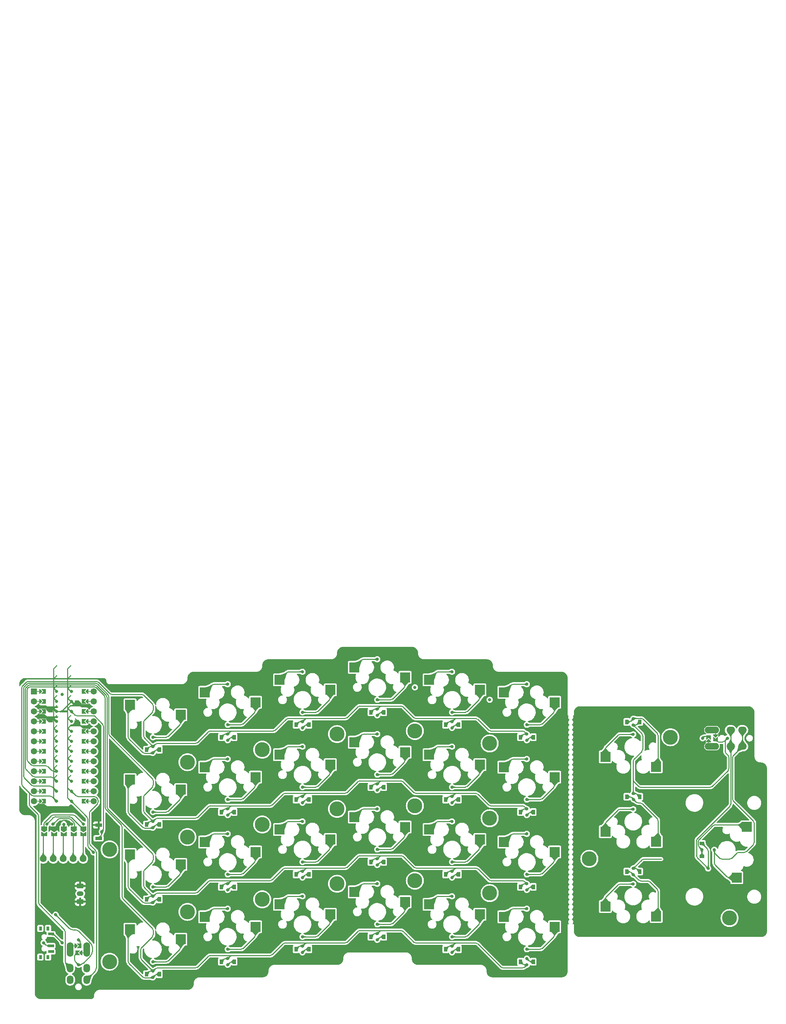
<source format=gbr>
%TF.GenerationSoftware,KiCad,Pcbnew,7.0.7*%
%TF.CreationDate,2023-08-27T15:15:09-04:00*%
%TF.ProjectId,garden,67617264-656e-42e6-9b69-6361645f7063,rev?*%
%TF.SameCoordinates,Original*%
%TF.FileFunction,Copper,L1,Top*%
%TF.FilePolarity,Positive*%
%FSLAX46Y46*%
G04 Gerber Fmt 4.6, Leading zero omitted, Abs format (unit mm)*
G04 Created by KiCad (PCBNEW 7.0.7) date 2023-08-27 15:15:09*
%MOMM*%
%LPD*%
G01*
G04 APERTURE LIST*
G04 Aperture macros list*
%AMRoundRect*
0 Rectangle with rounded corners*
0 $1 Rounding radius*
0 $2 $3 $4 $5 $6 $7 $8 $9 X,Y pos of 4 corners*
0 Add a 4 corners polygon primitive as box body*
4,1,4,$2,$3,$4,$5,$6,$7,$8,$9,$2,$3,0*
0 Add four circle primitives for the rounded corners*
1,1,$1+$1,$2,$3*
1,1,$1+$1,$4,$5*
1,1,$1+$1,$6,$7*
1,1,$1+$1,$8,$9*
0 Add four rect primitives between the rounded corners*
20,1,$1+$1,$2,$3,$4,$5,0*
20,1,$1+$1,$4,$5,$6,$7,0*
20,1,$1+$1,$6,$7,$8,$9,0*
20,1,$1+$1,$8,$9,$2,$3,0*%
%AMFreePoly0*
4,1,6,1.000000,0.000000,0.500000,-0.750000,-0.500000,-0.750000,-0.500000,0.750000,0.500000,0.750000,1.000000,0.000000,1.000000,0.000000,$1*%
%AMFreePoly1*
4,1,6,0.500000,-0.750000,-0.650000,-0.750000,-0.150000,0.000000,-0.650000,0.750000,0.500000,0.750000,0.500000,-0.750000,0.500000,-0.750000,$1*%
%AMFreePoly2*
4,1,5,0.125000,-0.500000,-0.125000,-0.500000,-0.125000,0.500000,0.125000,0.500000,0.125000,-0.500000,0.125000,-0.500000,$1*%
%AMFreePoly3*
4,1,6,0.600000,0.200000,0.000000,-0.400000,-0.600000,0.200000,-0.600000,0.500000,0.600000,0.500000,0.600000,0.200000,0.600000,0.200000,$1*%
%AMFreePoly4*
4,1,6,0.600000,-0.250000,-0.600000,-0.250000,-0.600000,1.000000,0.000000,0.400000,0.600000,1.000000,0.600000,-0.250000,0.600000,-0.250000,$1*%
%AMFreePoly5*
4,1,6,0.600000,-0.200000,0.600000,-0.400000,-0.600000,-0.400000,-0.600000,-0.200000,0.000000,0.400000,0.600000,-0.200000,0.600000,-0.200000,$1*%
%AMFreePoly6*
4,1,6,0.600000,-1.000000,0.000000,-0.400000,-0.600000,-1.000000,-0.600000,0.250000,0.600000,0.250000,0.600000,-1.000000,0.600000,-1.000000,$1*%
%AMFreePoly7*
4,1,49,0.074910,6.688068,0.117119,6.631683,0.122144,6.561429,0.088389,6.499612,-0.641000,5.770223,-0.641000,0.817776,0.088389,0.088388,0.106325,0.064427,0.108253,0.062500,0.108523,0.061491,0.109711,0.059906,0.113001,0.044779,0.125000,0.000000,0.123753,-0.004652,0.124682,-0.008918,0.117327,-0.028635,0.108253,-0.062500,0.102580,-0.068172,0.100068,-0.074910,0.083266,-0.087486,
0.062500,-0.108253,0.051638,-0.111163,0.043683,-0.117119,0.024217,-0.118510,0.000000,-0.125000,-0.014013,-0.121245,-0.026571,-0.122144,-0.041901,-0.113772,-0.062500,-0.108253,-0.075119,-0.095633,-0.088388,-0.088389,-0.854388,0.677612,-0.867764,0.695480,-0.871157,0.698420,-0.871926,0.701039,-0.875710,0.706094,-0.882285,0.736322,-0.891000,0.766000,-0.891000,5.822000,-0.887823,5.844093,
-0.888144,5.848571,-0.886835,5.850967,-0.885937,5.857217,-0.869209,5.883244,-0.854388,5.910388,-0.088388,6.676389,-0.059906,6.697711,0.008918,6.712682,0.074910,6.688068,0.074910,6.688068,$1*%
%AMFreePoly8*
4,1,6,0.600000,-0.200000,0.600000,-0.500000,-0.600000,-0.500000,-0.600000,-0.200000,0.000000,0.400000,0.600000,-0.200000,0.600000,-0.200000,$1*%
G04 Aperture macros list end*
%TA.AperFunction,SMDPad,CuDef*%
%ADD10R,0.900000X1.200000*%
%TD*%
%TA.AperFunction,ComponentPad*%
%ADD11C,2.600000*%
%TD*%
%TA.AperFunction,ConnectorPad*%
%ADD12C,3.800000*%
%TD*%
%TA.AperFunction,SMDPad,CuDef*%
%ADD13R,2.500000X2.550000*%
%TD*%
%TA.AperFunction,SMDPad,CuDef*%
%ADD14FreePoly0,270.000000*%
%TD*%
%TA.AperFunction,SMDPad,CuDef*%
%ADD15FreePoly1,270.000000*%
%TD*%
%TA.AperFunction,SMDPad,CuDef*%
%ADD16R,2.550000X2.500000*%
%TD*%
%TA.AperFunction,ComponentPad*%
%ADD17O,3.700000X1.700000*%
%TD*%
%TA.AperFunction,SMDPad,CuDef*%
%ADD18FreePoly2,0.000000*%
%TD*%
%TA.AperFunction,SMDPad,CuDef*%
%ADD19FreePoly3,0.000000*%
%TD*%
%TA.AperFunction,SMDPad,CuDef*%
%ADD20FreePoly3,180.000000*%
%TD*%
%TA.AperFunction,SMDPad,CuDef*%
%ADD21FreePoly4,180.000000*%
%TD*%
%TA.AperFunction,SMDPad,CuDef*%
%ADD22FreePoly4,0.000000*%
%TD*%
%TA.AperFunction,ComponentPad*%
%ADD23O,2.200000X1.700000*%
%TD*%
%TA.AperFunction,SMDPad,CuDef*%
%ADD24R,1.200000X0.900000*%
%TD*%
%TA.AperFunction,SMDPad,CuDef*%
%ADD25R,1.803400X0.812800*%
%TD*%
%TA.AperFunction,ComponentPad*%
%ADD26RoundRect,0.250000X0.625000X-0.350000X0.625000X0.350000X-0.625000X0.350000X-0.625000X-0.350000X0*%
%TD*%
%TA.AperFunction,ComponentPad*%
%ADD27RoundRect,0.250000X-0.625000X0.350000X-0.625000X-0.350000X0.625000X-0.350000X0.625000X0.350000X0*%
%TD*%
%TA.AperFunction,ComponentPad*%
%ADD28O,1.750000X1.200000*%
%TD*%
%TA.AperFunction,ComponentPad*%
%ADD29C,1.600000*%
%TD*%
%TA.AperFunction,SMDPad,CuDef*%
%ADD30FreePoly2,90.000000*%
%TD*%
%TA.AperFunction,SMDPad,CuDef*%
%ADD31FreePoly5,90.000000*%
%TD*%
%TA.AperFunction,SMDPad,CuDef*%
%ADD32FreePoly5,270.000000*%
%TD*%
%TA.AperFunction,SMDPad,CuDef*%
%ADD33FreePoly2,270.000000*%
%TD*%
%TA.AperFunction,ComponentPad*%
%ADD34R,1.600000X1.600000*%
%TD*%
%TA.AperFunction,SMDPad,CuDef*%
%ADD35FreePoly6,90.000000*%
%TD*%
%TA.AperFunction,SMDPad,CuDef*%
%ADD36FreePoly7,270.000000*%
%TD*%
%TA.AperFunction,ComponentPad*%
%ADD37C,0.800000*%
%TD*%
%TA.AperFunction,SMDPad,CuDef*%
%ADD38FreePoly7,90.000000*%
%TD*%
%TA.AperFunction,SMDPad,CuDef*%
%ADD39FreePoly6,270.000000*%
%TD*%
%TA.AperFunction,SMDPad,CuDef*%
%ADD40R,1.500000X0.700000*%
%TD*%
%TA.AperFunction,SMDPad,CuDef*%
%ADD41R,0.800000X1.000000*%
%TD*%
%TA.AperFunction,ComponentPad*%
%ADD42C,1.752600*%
%TD*%
%TA.AperFunction,ComponentPad*%
%ADD43O,1.700000X3.700000*%
%TD*%
%TA.AperFunction,SMDPad,CuDef*%
%ADD44FreePoly8,270.000000*%
%TD*%
%TA.AperFunction,SMDPad,CuDef*%
%ADD45FreePoly8,90.000000*%
%TD*%
%TA.AperFunction,ComponentPad*%
%ADD46O,1.700000X2.200000*%
%TD*%
%TA.AperFunction,ViaPad*%
%ADD47C,0.800000*%
%TD*%
%TA.AperFunction,Conductor*%
%ADD48C,0.250000*%
%TD*%
G04 APERTURE END LIST*
D10*
%TO.P,D28,1,K*%
%TO.N,thr_1*%
X188243750Y-63563504D03*
%TO.P,D28,2,A*%
%TO.N,Net-(D28-Pad2)*%
X184943750Y-63563504D03*
%TD*%
%TO.P,D3,1,K*%
%TO.N,row_2*%
X62581250Y-108743750D03*
%TO.P,D3,2,A*%
%TO.N,Net-(D3-Pad2)*%
X65881250Y-108743750D03*
%TD*%
D11*
%TO.P,REF\u002A\u002A,1*%
%TO.N,N/C*%
X175418750Y-98425000D03*
D12*
X175418750Y-98425000D03*
%TD*%
D11*
%TO.P,REF\u002A\u002A,1*%
%TO.N,N/C*%
X150018750Y-107156250D03*
D12*
X150018750Y-107156250D03*
%TD*%
D11*
%TO.P,REF\u002A\u002A,1*%
%TO.N,N/C*%
X53181250Y-96043750D03*
D12*
X53181250Y-96043750D03*
%TD*%
D10*
%TO.P,D27,1,K*%
%TO.N,thr_1*%
X188243750Y-82613504D03*
%TO.P,D27,2,A*%
%TO.N,Net-(D27-Pad2)*%
X184943750Y-82613504D03*
%TD*%
D11*
%TO.P,REF\u002A\u002A,1*%
%TO.N,N/C*%
X73025000Y-92868750D03*
D12*
X73025000Y-92868750D03*
%TD*%
D10*
%TO.P,D13,1,K*%
%TO.N,row_0*%
X119731250Y-61118750D03*
%TO.P,D13,2,A*%
%TO.N,Net-(D13-Pad2)*%
X123031250Y-61118750D03*
%TD*%
D11*
%TO.P,REF\u002A\u002A,1*%
%TO.N,N/C*%
X130968750Y-103981250D03*
D12*
X130968750Y-103981250D03*
%TD*%
D11*
%TO.P,REF\u002A\u002A,1*%
%TO.N,N/C*%
X150018750Y-88106250D03*
D12*
X150018750Y-88106250D03*
%TD*%
D10*
%TO.P,D6,1,K*%
%TO.N,row_1*%
X81631250Y-86518750D03*
%TO.P,D6,2,A*%
%TO.N,Net-(D6-Pad2)*%
X84931250Y-86518750D03*
%TD*%
D11*
%TO.P,REF\u002A\u002A,1*%
%TO.N,N/C*%
X92075000Y-108743750D03*
D12*
X92075000Y-108743750D03*
%TD*%
D10*
%TO.P,D17,1,K*%
%TO.N,row_0*%
X138781250Y-64293750D03*
%TO.P,D17,2,A*%
%TO.N,Net-(D17-Pad2)*%
X142081250Y-64293750D03*
%TD*%
D11*
%TO.P,REF\u002A\u002A,1*%
%TO.N,N/C*%
X92075000Y-89693750D03*
D12*
X92075000Y-89693750D03*
%TD*%
D11*
%TO.P,REF\u002A\u002A,1*%
%TO.N,N/C*%
X111125000Y-104775000D03*
D12*
X111125000Y-104775000D03*
%TD*%
D10*
%TO.P,D14,1,K*%
%TO.N,row_1*%
X119731250Y-80168750D03*
%TO.P,D14,2,A*%
%TO.N,Net-(D14-Pad2)*%
X123031250Y-80168750D03*
%TD*%
%TO.P,D24,1,K*%
%TO.N,row_3*%
X157831250Y-124618750D03*
%TO.P,D24,2,A*%
%TO.N,Net-(D24-Pad2)*%
X161131250Y-124618750D03*
%TD*%
%TO.P,D7,1,K*%
%TO.N,row_2*%
X81631250Y-105568750D03*
%TO.P,D7,2,A*%
%TO.N,Net-(D7-Pad2)*%
X84931250Y-105568750D03*
%TD*%
%TO.P,D1,1,K*%
%TO.N,row_0*%
X62581250Y-70643750D03*
%TO.P,D1,2,A*%
%TO.N,Net-(D1-Pad2)*%
X65881250Y-70643750D03*
%TD*%
D11*
%TO.P,REF\u002A\u002A,1*%
%TO.N,N/C*%
X73025000Y-111918750D03*
D12*
X73025000Y-111918750D03*
%TD*%
D10*
%TO.P,D19,1,K*%
%TO.N,row_2*%
X138781250Y-102393750D03*
%TO.P,D19,2,A*%
%TO.N,Net-(D19-Pad2)*%
X142081250Y-102393750D03*
%TD*%
%TO.P,D20,1,K*%
%TO.N,row_3*%
X138781250Y-121443750D03*
%TO.P,D20,2,A*%
%TO.N,Net-(D20-Pad2)*%
X142081250Y-121443750D03*
%TD*%
D13*
%TO.P,MX25,1,COL*%
%TO.N,thc_6*%
X212966729Y-103212729D03*
%TO.P,MX25,2,ROW*%
%TO.N,Net-(D25-Pad2)*%
X215506729Y-90285729D03*
%TD*%
D10*
%TO.P,D11,1,K*%
%TO.N,row_2*%
X100681250Y-102393750D03*
%TO.P,D11,2,A*%
%TO.N,Net-(D11-Pad2)*%
X103981250Y-102393750D03*
%TD*%
D11*
%TO.P,REF\u002A\u002A,1*%
%TO.N,N/C*%
X196056250Y-67468750D03*
D12*
X196056250Y-67468750D03*
%TD*%
D11*
%TO.P,REF\u002A\u002A,1*%
%TO.N,N/C*%
X111125000Y-85725000D03*
D12*
X111125000Y-85725000D03*
%TD*%
D10*
%TO.P,D23,1,K*%
%TO.N,row_2*%
X157831250Y-105568750D03*
%TO.P,D23,2,A*%
%TO.N,Net-(D23-Pad2)*%
X161131250Y-105568750D03*
%TD*%
%TO.P,D15,1,K*%
%TO.N,row_2*%
X119731250Y-99218750D03*
%TO.P,D15,2,A*%
%TO.N,Net-(D15-Pad2)*%
X123031250Y-99218750D03*
%TD*%
%TO.P,D10,1,K*%
%TO.N,row_1*%
X100681250Y-83343750D03*
%TO.P,D10,2,A*%
%TO.N,Net-(D10-Pad2)*%
X103981250Y-83343750D03*
%TD*%
%TO.P,D16,1,K*%
%TO.N,row_3*%
X119731250Y-118268750D03*
%TO.P,D16,2,A*%
%TO.N,Net-(D16-Pad2)*%
X123031250Y-118268750D03*
%TD*%
D14*
%TO.P,J1,1,Pin_1*%
%TO.N,mosi*%
X46531250Y-90715500D03*
%TO.P,J1,2,Pin_2*%
%TO.N,sck*%
X44031250Y-90715500D03*
%TO.P,J1,3,Pin_3*%
%TO.N,vcc*%
X41531250Y-90715500D03*
%TO.P,J1,4,Pin_4*%
%TO.N,gnd*%
X39031250Y-90715500D03*
%TO.P,J1,5,Pin_5*%
%TO.N,cs*%
X36531250Y-90715500D03*
D15*
%TO.P,J1,6*%
%TO.N,disp_5*%
X46531250Y-92165500D03*
%TO.P,J1,7*%
%TO.N,disp_4*%
X44031250Y-92165500D03*
%TO.P,J1,8*%
%TO.N,disp_3*%
X41531250Y-92165500D03*
%TO.P,J1,9*%
%TO.N,disp_2*%
X39031250Y-92165500D03*
%TO.P,J1,10*%
%TO.N,disp_1*%
X36531250Y-92165500D03*
%TD*%
D16*
%TO.P,MX26,1,COL*%
%TO.N,thc_7*%
X179508750Y-110553504D03*
%TO.P,MX26,2,ROW*%
%TO.N,Net-(D26-Pad2)*%
X192435750Y-113093504D03*
%TD*%
D10*
%TO.P,D4,1,K*%
%TO.N,row_3*%
X62581250Y-127793750D03*
%TO.P,D4,2,A*%
%TO.N,Net-(D4-Pad2)*%
X65881250Y-127793750D03*
%TD*%
D16*
%TO.P,MX24,1,COL*%
%TO.N,col_5*%
X166566250Y-115728750D03*
%TO.P,MX24,2,ROW*%
%TO.N,Net-(D24-Pad2)*%
X153639250Y-113188750D03*
%TD*%
D10*
%TO.P,D22,1,K*%
%TO.N,row_1*%
X157831250Y-86518750D03*
%TO.P,D22,2,A*%
%TO.N,Net-(D22-Pad2)*%
X161131250Y-86518750D03*
%TD*%
D17*
%TO.P,U3,*%
%TO.N,*%
X206662125Y-65613021D03*
D18*
X207552125Y-66697021D03*
D19*
X207552125Y-67205021D03*
D20*
X205774125Y-68221021D03*
D18*
X205774125Y-68729021D03*
D17*
X206662125Y-69813021D03*
D21*
%TO.P,U3,1,SLEEVE*%
%TO.N,thc_7*%
X205774125Y-67205021D03*
D22*
%TO.P,U3,2,TIP*%
%TO.N,thr_1*%
X207552125Y-68221021D03*
D23*
%TO.P,U3,3,RING1*%
%TO.N,thr_0*%
X211412125Y-65613021D03*
X211412125Y-69813021D03*
%TO.P,U3,4,RING2*%
%TO.N,thc_6*%
X214412125Y-65613021D03*
X214412125Y-69813021D03*
%TD*%
D11*
%TO.P,REF\u002A\u002A,1*%
%TO.N,N/C*%
X130968750Y-84931250D03*
D12*
X130968750Y-84931250D03*
%TD*%
D11*
%TO.P,REF\u002A\u002A,1*%
%TO.N,N/C*%
X92075000Y-70643750D03*
D12*
X92075000Y-70643750D03*
%TD*%
D11*
%TO.P,REF\u002A\u002A,1*%
%TO.N,N/C*%
X130968750Y-65881250D03*
D12*
X130968750Y-65881250D03*
%TD*%
D10*
%TO.P,D9,1,K*%
%TO.N,row_0*%
X100681250Y-64293750D03*
%TO.P,D9,2,A*%
%TO.N,Net-(D9-Pad2)*%
X103981250Y-64293750D03*
%TD*%
%TO.P,D8,1,K*%
%TO.N,row_3*%
X81631250Y-124618750D03*
%TO.P,D8,2,A*%
%TO.N,Net-(D8-Pad2)*%
X84931250Y-124618750D03*
%TD*%
D11*
%TO.P,REF\u002A\u002A,1*%
%TO.N,N/C*%
X53181250Y-124618750D03*
D12*
X53181250Y-124618750D03*
%TD*%
D11*
%TO.P,REF\u002A\u002A,1*%
%TO.N,N/C*%
X211137500Y-113506250D03*
D12*
X211137500Y-113506250D03*
%TD*%
D16*
%TO.P,MX27,1,COL*%
%TO.N,thc_7*%
X179508750Y-91503504D03*
%TO.P,MX27,2,ROW*%
%TO.N,Net-(D27-Pad2)*%
X192435750Y-94043504D03*
%TD*%
D10*
%TO.P,D5,1,K*%
%TO.N,row_0*%
X81631250Y-67468750D03*
%TO.P,D5,2,A*%
%TO.N,Net-(D5-Pad2)*%
X84931250Y-67468750D03*
%TD*%
%TO.P,D2,1,K*%
%TO.N,row_1*%
X62581250Y-89693750D03*
%TO.P,D2,2,A*%
%TO.N,Net-(D2-Pad2)*%
X65881250Y-89693750D03*
%TD*%
D16*
%TO.P,MX28,1,COL*%
%TO.N,thc_6*%
X179508750Y-72453504D03*
%TO.P,MX28,2,ROW*%
%TO.N,Net-(D28-Pad2)*%
X192435750Y-74993504D03*
%TD*%
D11*
%TO.P,REF\u002A\u002A,1*%
%TO.N,N/C*%
X73025000Y-73818750D03*
D12*
X73025000Y-73818750D03*
%TD*%
D11*
%TO.P,REF\u002A\u002A,1*%
%TO.N,N/C*%
X111125000Y-66675000D03*
D12*
X111125000Y-66675000D03*
%TD*%
D24*
%TO.P,D25,1,K*%
%TO.N,thr_0*%
X204076729Y-94477729D03*
%TO.P,D25,2,A*%
%TO.N,Net-(D25-Pad2)*%
X204076729Y-97777729D03*
%TD*%
D10*
%TO.P,D21,1,K*%
%TO.N,row_0*%
X157831250Y-67468750D03*
%TO.P,D21,2,A*%
%TO.N,Net-(D21-Pad2)*%
X161131250Y-67468750D03*
%TD*%
D11*
%TO.P,REF\u002A\u002A,1*%
%TO.N,N/C*%
X150018750Y-69056250D03*
D12*
X150018750Y-69056250D03*
%TD*%
D25*
%TO.P,SW0,1,1*%
%TO.N,gnd*%
X50377250Y-89807300D03*
%TO.P,SW0,2,2*%
%TO.N,rst*%
X50377250Y-93207304D03*
%TD*%
D10*
%TO.P,D12,1,K*%
%TO.N,row_3*%
X100681250Y-121443750D03*
%TO.P,D12,2,A*%
%TO.N,Net-(D12-Pad2)*%
X103981250Y-121443750D03*
%TD*%
%TO.P,D18,1,K*%
%TO.N,row_1*%
X138781250Y-83343750D03*
%TO.P,D18,2,A*%
%TO.N,Net-(D18-Pad2)*%
X142081250Y-83343750D03*
%TD*%
D16*
%TO.P,MX22,1,COL*%
%TO.N,col_5*%
X166566250Y-77628750D03*
%TO.P,MX22,2,ROW*%
%TO.N,Net-(D22-Pad2)*%
X153639250Y-75088750D03*
%TD*%
%TO.P,MX6,1,COL*%
%TO.N,col_1*%
X90366250Y-77628750D03*
%TO.P,MX6,2,ROW*%
%TO.N,Net-(D6-Pad2)*%
X77439250Y-75088750D03*
%TD*%
%TO.P,MX7,1,COL*%
%TO.N,col_1*%
X90366250Y-96678750D03*
%TO.P,MX7,2,ROW*%
%TO.N,Net-(D7-Pad2)*%
X77439250Y-94138750D03*
%TD*%
%TO.P,MX2,1,COL*%
%TO.N,col_0*%
X71316250Y-80803750D03*
%TO.P,MX2,2,ROW*%
%TO.N,Net-(D2-Pad2)*%
X58389250Y-78263750D03*
%TD*%
%TO.P,MX10,1,COL*%
%TO.N,col_2*%
X109416250Y-74453750D03*
%TO.P,MX10,2,ROW*%
%TO.N,Net-(D10-Pad2)*%
X96489250Y-71913750D03*
%TD*%
%TO.P,MX1,1,COL*%
%TO.N,col_0*%
X71316250Y-61753750D03*
%TO.P,MX1,2,ROW*%
%TO.N,Net-(D1-Pad2)*%
X58389250Y-59213750D03*
%TD*%
%TO.P,MX16,1,COL*%
%TO.N,col_3*%
X128466250Y-109378750D03*
%TO.P,MX16,2,ROW*%
%TO.N,Net-(D16-Pad2)*%
X115539250Y-106838750D03*
%TD*%
%TO.P,MX23,1,COL*%
%TO.N,col_5*%
X166566250Y-96678750D03*
%TO.P,MX23,2,ROW*%
%TO.N,Net-(D23-Pad2)*%
X153639250Y-94138750D03*
%TD*%
D26*
%TO.P,J2,1,Pin_1*%
%TO.N,gnd*%
X45697000Y-109316750D03*
D27*
X45697000Y-109316750D03*
D26*
X45697000Y-105316750D03*
D27*
X45697000Y-105316750D03*
D28*
%TO.P,J2,2,Pin_2*%
%TO.N,bat_sw+*%
X45697000Y-107316750D03*
X45697000Y-107316750D03*
X45697000Y-107316750D03*
X45697000Y-107316750D03*
%TD*%
D16*
%TO.P,MX19,1,COL*%
%TO.N,col_4*%
X147516250Y-93503750D03*
%TO.P,MX19,2,ROW*%
%TO.N,Net-(D19-Pad2)*%
X134589250Y-90963750D03*
%TD*%
%TO.P,MX13,1,COL*%
%TO.N,col_3*%
X128466250Y-52228750D03*
%TO.P,MX13,2,ROW*%
%TO.N,Net-(D13-Pad2)*%
X115539250Y-49688750D03*
%TD*%
%TO.P,MX11,1,COL*%
%TO.N,col_2*%
X109416250Y-93503750D03*
%TO.P,MX11,2,ROW*%
%TO.N,Net-(D11-Pad2)*%
X96489250Y-90963750D03*
%TD*%
D29*
%TO.P,U1,*%
%TO.N,*%
X49151250Y-55821679D03*
D30*
X47881250Y-55821679D03*
D31*
X47373250Y-55821679D03*
D32*
X35689250Y-55821679D03*
D33*
X35181250Y-55821679D03*
D29*
X33911250Y-55821679D03*
D34*
X33911250Y-55821679D03*
D29*
X49151250Y-58361679D03*
D30*
X47881250Y-58361679D03*
D31*
X47373250Y-58361679D03*
D32*
X35689250Y-58361679D03*
D33*
X35181250Y-58361679D03*
D29*
X33911250Y-58361679D03*
X49151250Y-60901679D03*
D30*
X47881250Y-60901679D03*
D31*
X47373250Y-60901679D03*
D32*
X35689250Y-60901679D03*
D33*
X35181250Y-60901679D03*
D29*
X33911250Y-60901679D03*
X49151250Y-63441679D03*
D30*
X47881250Y-63441679D03*
D31*
X47373250Y-63441679D03*
D32*
X35689250Y-63441679D03*
D33*
X35181250Y-63441679D03*
D29*
X33911250Y-63441679D03*
X49151250Y-65981679D03*
D30*
X47881250Y-65981679D03*
D31*
X47373250Y-65981679D03*
D32*
X35689250Y-65981679D03*
D33*
X35181250Y-65981679D03*
D29*
X33911250Y-65981679D03*
X49151250Y-68521679D03*
D30*
X47881250Y-68521679D03*
D31*
X47373250Y-68521679D03*
D32*
X35689250Y-68521679D03*
D33*
X35181250Y-68521679D03*
D29*
X33911250Y-68521679D03*
X49151250Y-71061679D03*
D30*
X47881250Y-71061679D03*
D31*
X47373250Y-71061679D03*
D32*
X35689250Y-71061679D03*
D33*
X35181250Y-71061679D03*
D29*
X33911250Y-71061679D03*
X49151250Y-73601679D03*
D30*
X47881250Y-73601679D03*
D31*
X47373250Y-73601679D03*
D32*
X35689250Y-73601679D03*
D33*
X35181250Y-73601679D03*
D29*
X33911250Y-73601679D03*
X49151250Y-76141679D03*
D30*
X47881250Y-76141679D03*
D31*
X47373250Y-76141679D03*
D32*
X35689250Y-76141679D03*
D33*
X35181250Y-76141679D03*
D29*
X33911250Y-76141679D03*
X49151250Y-78681679D03*
D30*
X47881250Y-78681679D03*
D31*
X47373250Y-78681679D03*
D32*
X35689250Y-78681679D03*
D33*
X35181250Y-78681679D03*
D29*
X33911250Y-78681679D03*
X49151250Y-81221679D03*
D30*
X47881250Y-81221679D03*
D31*
X47373250Y-81221679D03*
D32*
X35689250Y-81221679D03*
D33*
X35181250Y-81221679D03*
D29*
X33911250Y-81221679D03*
X49151250Y-83761679D03*
D30*
X47881250Y-83761679D03*
D31*
X47373250Y-83761679D03*
D32*
X35689250Y-83761679D03*
D33*
X35181250Y-83761679D03*
D29*
X33911250Y-83761679D03*
D35*
%TO.P,U1,1,TX0/P0.06*%
%TO.N,cs*%
X46357250Y-55821679D03*
D36*
X39753250Y-55821679D03*
D37*
X39628250Y-55821679D03*
D35*
%TO.P,U1,2,RX1/P0.08*%
%TO.N,unconnected-(U1-Pad2)*%
X46357250Y-58361679D03*
D36*
X39753250Y-58361679D03*
D37*
X39628250Y-58361679D03*
D35*
%TO.P,U1,3,GND*%
%TO.N,gnd*%
X46357250Y-60901679D03*
D36*
X39753250Y-60901679D03*
D37*
X39628250Y-60901679D03*
D35*
%TO.P,U1,4,GND*%
X46357250Y-63441679D03*
D36*
X39753250Y-63441679D03*
D37*
X39628250Y-63441679D03*
D35*
%TO.P,U1,5,P0.17*%
%TO.N,sck*%
X46357250Y-65981679D03*
D36*
X39753250Y-65981679D03*
D37*
X39628250Y-65981679D03*
D35*
%TO.P,U1,6,P0.20*%
%TO.N,mosi*%
X46357250Y-68521679D03*
D36*
X39753250Y-68521679D03*
D37*
X39628250Y-68521679D03*
D35*
%TO.P,U1,7,P0.22*%
%TO.N,unconnected-(U1-Pad7)*%
X46357250Y-71061679D03*
D36*
X39753250Y-71061679D03*
D37*
X39628250Y-71061679D03*
D35*
%TO.P,U1,8,P0.24*%
%TO.N,unconnected-(U1-Pad8)*%
X46357250Y-73601679D03*
D36*
X39753250Y-73601679D03*
D37*
X39628250Y-73601679D03*
D35*
%TO.P,U1,9,P1.00*%
%TO.N,row_3*%
X46357250Y-76141679D03*
D36*
X39753250Y-76141679D03*
D37*
X39628250Y-76141679D03*
D35*
%TO.P,U1,10,P0.11*%
%TO.N,row_2*%
X46357250Y-78681679D03*
D36*
X39753250Y-78681679D03*
D37*
X39628250Y-78681679D03*
D35*
%TO.P,U1,11,P1.04*%
%TO.N,row_1*%
X46357250Y-81221679D03*
D36*
X39753250Y-81221679D03*
D37*
X39628250Y-81221679D03*
D35*
%TO.P,U1,12,P1.06*%
%TO.N,row_0*%
X46357250Y-83761679D03*
D36*
X39753250Y-83761679D03*
D37*
X39628250Y-83761679D03*
%TO.P,U1,13,NFC1/P0.09*%
%TO.N,col_7*%
X43434250Y-83761679D03*
D38*
X43309250Y-83761679D03*
D39*
X36705250Y-83761679D03*
D37*
%TO.P,U1,14,NFC2/P0.10*%
%TO.N,col_6*%
X43434250Y-81221679D03*
D38*
X43309250Y-81221679D03*
D39*
X36705250Y-81221679D03*
D37*
%TO.P,U1,15,P1.11*%
%TO.N,col_0*%
X43434250Y-78681679D03*
D38*
X43309250Y-78681679D03*
D39*
X36705250Y-78681679D03*
D37*
%TO.P,U1,16,P1.13*%
%TO.N,col_1*%
X43434250Y-76141679D03*
D38*
X43309250Y-76141679D03*
D39*
X36705250Y-76141679D03*
D37*
%TO.P,U1,17,P1.15*%
%TO.N,col_2*%
X43434250Y-73601679D03*
D38*
X43309250Y-73601679D03*
D39*
X36705250Y-73601679D03*
D37*
%TO.P,U1,18,AIN0/P0.02*%
%TO.N,col_3*%
X43434250Y-71061679D03*
D38*
X43309250Y-71061679D03*
D39*
X36705250Y-71061679D03*
D37*
%TO.P,U1,19,AIN5/P0.29*%
%TO.N,col_4*%
X43434250Y-68521679D03*
D38*
X43309250Y-68521679D03*
D39*
X36705250Y-68521679D03*
D37*
%TO.P,U1,20,AIN7/P0.31*%
%TO.N,col_5*%
X43434250Y-65981679D03*
D38*
X43309250Y-65981679D03*
D39*
X36705250Y-65981679D03*
D37*
%TO.P,U1,21,VCC*%
%TO.N,vcc*%
X43434250Y-63441679D03*
D38*
X43309250Y-63441679D03*
D39*
X36705250Y-63441679D03*
D37*
%TO.P,U1,22,RST*%
%TO.N,rst*%
X43434250Y-60901679D03*
D38*
X43309250Y-60901679D03*
D39*
X36705250Y-60901679D03*
D37*
%TO.P,U1,23,GND*%
%TO.N,gnd*%
X43434250Y-58361679D03*
D38*
X43309250Y-58361679D03*
D39*
X36705250Y-58361679D03*
D37*
%TO.P,U1,24,BATIN/P0.04*%
%TO.N,bat+*%
X43434250Y-55821679D03*
D38*
X43309250Y-55821679D03*
D39*
X36705250Y-55821679D03*
%TD*%
D40*
%TO.P,SW1,1*%
%TO.N,bat_sw+*%
X38271000Y-117547929D03*
%TO.P,SW1,2*%
%TO.N,bat+*%
X38271000Y-120547929D03*
%TO.P,SW1,3*%
%TO.N,unconnected-(SW1-Pad3)*%
X38271000Y-122047929D03*
D41*
%TO.P,SW1,S1,SHIELD*%
%TO.N,unconnected-(SW1-PadS1)*%
X37486000Y-116147929D03*
%TO.P,SW1,S2,SHIELD*%
X35556000Y-116147929D03*
%TO.P,SW1,S3,SHIELD*%
X35556000Y-123447929D03*
%TO.P,SW1,S4,SHIELD*%
X37486000Y-123447929D03*
%TD*%
D16*
%TO.P,MX3,1,COL*%
%TO.N,col_0*%
X71316250Y-99853750D03*
%TO.P,MX3,2,ROW*%
%TO.N,Net-(D3-Pad2)*%
X58389250Y-97313750D03*
%TD*%
%TO.P,MX5,1,COL*%
%TO.N,col_1*%
X90366250Y-58578750D03*
%TO.P,MX5,2,ROW*%
%TO.N,Net-(D5-Pad2)*%
X77439250Y-56038750D03*
%TD*%
D42*
%TO.P,Display1,1*%
%TO.N,disp_1*%
X36291250Y-98425000D03*
%TO.P,Display1,2*%
%TO.N,disp_2*%
X38831250Y-98425000D03*
%TO.P,Display1,3*%
%TO.N,disp_3*%
X41371250Y-98425000D03*
%TO.P,Display1,4*%
%TO.N,disp_4*%
X43911250Y-98425000D03*
%TO.P,Display1,5*%
%TO.N,disp_5*%
X46451250Y-98425000D03*
%TD*%
D16*
%TO.P,MX14,1,COL*%
%TO.N,col_3*%
X128466250Y-71278750D03*
%TO.P,MX14,2,ROW*%
%TO.N,Net-(D14-Pad2)*%
X115539250Y-68738750D03*
%TD*%
%TO.P,MX18,1,COL*%
%TO.N,col_4*%
X147516250Y-74453750D03*
%TO.P,MX18,2,ROW*%
%TO.N,Net-(D18-Pad2)*%
X134589250Y-71913750D03*
%TD*%
%TO.P,MX12,1,COL*%
%TO.N,col_2*%
X109416250Y-112553750D03*
%TO.P,MX12,2,ROW*%
%TO.N,Net-(D12-Pad2)*%
X96489250Y-110013750D03*
%TD*%
%TO.P,MX4,1,COL*%
%TO.N,col_0*%
X71316250Y-118903750D03*
%TO.P,MX4,2,ROW*%
%TO.N,Net-(D4-Pad2)*%
X58389250Y-116363750D03*
%TD*%
%TO.P,MX8,1,COL*%
%TO.N,col_1*%
X90366250Y-115728750D03*
%TO.P,MX8,2,ROW*%
%TO.N,Net-(D8-Pad2)*%
X77439250Y-113188750D03*
%TD*%
D43*
%TO.P,U2,*%
%TO.N,*%
X43143750Y-121481250D03*
D33*
X44227750Y-120593250D03*
D44*
X44735750Y-120593250D03*
D45*
X45751750Y-122371250D03*
D33*
X46259750Y-122371250D03*
D43*
X47343750Y-121481250D03*
D39*
%TO.P,U2,1,SLEEVE*%
%TO.N,col_7*%
X45751750Y-120593250D03*
D35*
%TO.P,U2,2,TIP*%
%TO.N,row_1*%
X44735750Y-122371250D03*
D46*
%TO.P,U2,3,RING1*%
%TO.N,row_0*%
X43143750Y-126231250D03*
X47343750Y-126231250D03*
%TO.P,U2,4,RING2*%
%TO.N,col_6*%
X43143750Y-129231250D03*
X47343750Y-129231250D03*
%TD*%
D16*
%TO.P,MX20,1,COL*%
%TO.N,col_4*%
X147516250Y-112553750D03*
%TO.P,MX20,2,ROW*%
%TO.N,Net-(D20-Pad2)*%
X134589250Y-110013750D03*
%TD*%
%TO.P,MX9,1,COL*%
%TO.N,col_2*%
X109416250Y-55403750D03*
%TO.P,MX9,2,ROW*%
%TO.N,Net-(D9-Pad2)*%
X96489250Y-52863750D03*
%TD*%
%TO.P,MX21,1,COL*%
%TO.N,col_5*%
X166566250Y-58578750D03*
%TO.P,MX21,2,ROW*%
%TO.N,Net-(D21-Pad2)*%
X153639250Y-56038750D03*
%TD*%
D10*
%TO.P,D26,1,K*%
%TO.N,thr_0*%
X188243750Y-101663504D03*
%TO.P,D26,2,A*%
%TO.N,Net-(D26-Pad2)*%
X184943750Y-101663504D03*
%TD*%
D16*
%TO.P,MX17,1,COL*%
%TO.N,col_4*%
X147516250Y-55403750D03*
%TO.P,MX17,2,ROW*%
%TO.N,Net-(D17-Pad2)*%
X134589250Y-52863750D03*
%TD*%
%TO.P,MX15,1,COL*%
%TO.N,col_3*%
X128466250Y-90328750D03*
%TO.P,MX15,2,ROW*%
%TO.N,Net-(D15-Pad2)*%
X115539250Y-87788750D03*
%TD*%
D47*
%TO.N,row_0*%
X83281250Y-66675000D03*
X121381250Y-60325000D03*
X102331250Y-63500000D03*
X64231250Y-69850000D03*
X140431250Y-63500000D03*
X159481250Y-66675000D03*
%TO.N,Net-(D1-Pad2)*%
X64231250Y-71437500D03*
%TO.N,row_1*%
X45243750Y-125412500D03*
X159481250Y-85725000D03*
X39445939Y-112654179D03*
X121381250Y-79375000D03*
X102331250Y-82550000D03*
X64231250Y-88900000D03*
X140431250Y-82550000D03*
X83281250Y-85725000D03*
%TO.N,Net-(D2-Pad2)*%
X64231250Y-90487500D03*
%TO.N,row_2*%
X83281250Y-104775000D03*
X121381250Y-98425000D03*
X159481250Y-104775000D03*
X64231250Y-107950000D03*
X140431250Y-101600000D03*
X102331250Y-101600000D03*
%TO.N,Net-(D3-Pad2)*%
X64231250Y-109537500D03*
%TO.N,row_3*%
X140431250Y-120650000D03*
X64231250Y-127000000D03*
X159481250Y-125412500D03*
X102331250Y-120650000D03*
X121381250Y-117475000D03*
X83281250Y-123825000D03*
%TO.N,Net-(D4-Pad2)*%
X64231250Y-128587500D03*
%TO.N,Net-(D5-Pad2)*%
X83281250Y-53975000D03*
X83281250Y-68262500D03*
%TO.N,Net-(D6-Pad2)*%
X83281250Y-87312500D03*
X83281250Y-73025000D03*
%TO.N,Net-(D7-Pad2)*%
X83281250Y-92075000D03*
X83281250Y-106362500D03*
%TO.N,Net-(D8-Pad2)*%
X83281250Y-125412500D03*
X83281250Y-111125000D03*
%TO.N,Net-(D9-Pad2)*%
X102331250Y-65087500D03*
X102331250Y-50800000D03*
%TO.N,Net-(D10-Pad2)*%
X102331250Y-69850000D03*
X102331250Y-84137500D03*
%TO.N,Net-(D11-Pad2)*%
X102331250Y-103187500D03*
X102331250Y-88900000D03*
%TO.N,Net-(D12-Pad2)*%
X102331250Y-107950000D03*
X102331250Y-122237500D03*
%TO.N,Net-(D13-Pad2)*%
X121381250Y-47625000D03*
X121381250Y-61912500D03*
%TO.N,Net-(D14-Pad2)*%
X121381250Y-66675000D03*
X121381250Y-80962500D03*
%TO.N,Net-(D15-Pad2)*%
X121381250Y-100012500D03*
X121381250Y-85725000D03*
%TO.N,Net-(D16-Pad2)*%
X121381250Y-104775000D03*
X121381250Y-119062500D03*
%TO.N,Net-(D17-Pad2)*%
X140431250Y-65087500D03*
X140431250Y-50800000D03*
%TO.N,Net-(D18-Pad2)*%
X140431250Y-69850000D03*
X140431250Y-84137500D03*
%TO.N,Net-(D19-Pad2)*%
X140431250Y-88900000D03*
X140431250Y-103187500D03*
%TO.N,Net-(D20-Pad2)*%
X140431250Y-107950000D03*
X140431250Y-122237500D03*
%TO.N,Net-(D21-Pad2)*%
X159481250Y-53975000D03*
X159481250Y-68262500D03*
%TO.N,Net-(D22-Pad2)*%
X159481250Y-73025000D03*
X159481250Y-87312500D03*
%TO.N,Net-(D23-Pad2)*%
X159481250Y-92075000D03*
X159481250Y-106362500D03*
%TO.N,thr_0*%
X205664229Y-100890229D03*
X186593750Y-100869754D03*
%TO.N,thr_1*%
X186593750Y-64357254D03*
X186593750Y-81819754D03*
X210593375Y-67713021D03*
%TO.N,Net-(D25-Pad2)*%
X204076729Y-96127729D03*
%TO.N,Net-(D26-Pad2)*%
X186593750Y-102457254D03*
%TO.N,Net-(D27-Pad2)*%
X186677924Y-83323080D03*
%TO.N,Net-(D28-Pad2)*%
X186593750Y-62769754D03*
%TO.N,col_5*%
X159481250Y-64293750D03*
X159481250Y-102393750D03*
X159481250Y-121443750D03*
X150018750Y-57943750D03*
X159481250Y-83343750D03*
%TO.N,col_7*%
X49071000Y-96779179D03*
X45243750Y-119062500D03*
%TO.N,thc_6*%
X186593750Y-66738504D03*
X207251729Y-96127729D03*
%TO.N,thc_7*%
X186593750Y-104838504D03*
X204243375Y-67713021D03*
X186593750Y-85788504D03*
%TO.N,col_0*%
X64231250Y-105568750D03*
X64231250Y-67468750D03*
X64231250Y-124618750D03*
X64231250Y-86518750D03*
%TO.N,col_1*%
X83281250Y-83343750D03*
X83281250Y-121443750D03*
X83281250Y-102393750D03*
X83281250Y-64293750D03*
%TO.N,col_2*%
X102331250Y-118268750D03*
X102331250Y-61118750D03*
X102331250Y-99218750D03*
X102331250Y-80168750D03*
%TO.N,col_3*%
X121381250Y-115093750D03*
X121381250Y-76993750D03*
X121381250Y-57943750D03*
X121381250Y-96043750D03*
%TO.N,col_4*%
X130968750Y-54768750D03*
X140431250Y-118268750D03*
X140431250Y-61118750D03*
X140431250Y-80168750D03*
X140431250Y-99218750D03*
%TO.N,mosi*%
X37164750Y-89616000D03*
%TO.N,sck*%
X38752250Y-89616000D03*
%TO.N,bat_sw+*%
X41133500Y-119797929D03*
%TO.N,vcc*%
X41531250Y-89635429D03*
%TO.N,gnd*%
X176212500Y-67468750D03*
X150018750Y-76993750D03*
X92868750Y-99218750D03*
X54768750Y-73818750D03*
X176212500Y-86518750D03*
X130968750Y-92868750D03*
X130968750Y-73818750D03*
X111918750Y-57943750D03*
X176212500Y-104775000D03*
X73818750Y-64293750D03*
X49583500Y-91507302D03*
X92868750Y-118268750D03*
X150018750Y-115093750D03*
X150018750Y-96043750D03*
X73818750Y-83343750D03*
X73818750Y-121443750D03*
X43538931Y-89616000D03*
X92868750Y-61118750D03*
X111918750Y-96043750D03*
X54768750Y-111918750D03*
X45102250Y-63441679D03*
X111918750Y-115093750D03*
X207962500Y-84137500D03*
X210343750Y-107950000D03*
X130968750Y-111918750D03*
X54768750Y-92868750D03*
X111918750Y-76993750D03*
X92868750Y-80168750D03*
X73818750Y-102393750D03*
%TO.N,cs*%
X46533254Y-89616000D03*
%TO.N,bat+*%
X36371000Y-119797929D03*
X41133500Y-56585429D03*
%TO.N,Net-(D24-Pad2)*%
X159481250Y-111125000D03*
X159481250Y-123825000D03*
%TO.N,rst*%
X51171000Y-91507302D03*
%TD*%
D48*
%TO.N,row_0*%
X140431250Y-63500000D02*
X139890631Y-63500000D01*
X98678131Y-62706250D02*
X113128119Y-62706250D01*
X30798315Y-79383413D02*
X30798315Y-54922665D01*
X102331250Y-63500000D02*
X101790631Y-63500000D01*
X75566935Y-68833065D02*
X77725000Y-66675000D01*
X82201815Y-66898185D02*
X81631250Y-67468750D01*
X35313623Y-110109363D02*
X41634826Y-116430566D01*
X41858011Y-116969382D02*
X41858011Y-124314250D01*
X62086014Y-67704764D02*
X64231250Y-69850000D01*
X77725000Y-66675000D02*
X78295566Y-66104434D01*
X50307806Y-53480784D02*
X53178357Y-56351335D01*
X159481250Y-66675000D02*
X158940631Y-66675000D01*
X32699635Y-81600365D02*
X32699635Y-84454004D01*
X31021500Y-54383848D02*
X31061635Y-54343714D01*
X84075000Y-65881250D02*
X94871869Y-65881250D01*
X147004435Y-62929435D02*
X147575000Y-63500000D01*
X147575000Y-63500000D02*
X147444239Y-63369239D01*
X141225000Y-62706250D02*
X146465619Y-62706250D01*
X113666935Y-62483065D02*
X116395566Y-59754434D01*
X31061642Y-54343707D02*
X31924566Y-53480783D01*
X103125000Y-62706250D02*
X102331250Y-63500000D01*
X101251815Y-63723185D02*
X100681250Y-64293750D01*
X147575000Y-63500000D02*
X149733066Y-65658066D01*
X42304381Y-125391881D02*
X43143750Y-126231250D01*
X158401815Y-66898185D02*
X157831250Y-67468750D01*
X131221881Y-62706250D02*
X141225000Y-62706250D01*
X121381250Y-60325000D02*
X121951816Y-59754434D01*
X33313285Y-82214014D02*
X32699635Y-81600365D01*
X127954435Y-59754435D02*
X130683066Y-62483066D01*
X64231250Y-69850000D02*
X63690631Y-69850000D01*
X122490631Y-59531250D02*
X122968750Y-59531250D01*
X83281250Y-66675000D02*
X82740631Y-66675000D01*
X116934381Y-59531250D02*
X127415619Y-59531250D01*
X32922819Y-84992819D02*
X34867254Y-86937254D01*
X158910685Y-66104435D02*
X159481250Y-66675000D01*
X140431250Y-63500000D02*
X141225000Y-62706250D01*
X121381250Y-60325000D02*
X120840631Y-60325000D01*
X37988139Y-82437199D02*
X33852100Y-82437199D01*
X139351815Y-63723185D02*
X138781250Y-64293750D01*
X32463381Y-53257599D02*
X49768990Y-53257599D01*
X63151815Y-70073185D02*
X62581250Y-70643750D01*
X61862829Y-63628348D02*
X61862829Y-67165948D01*
X53717172Y-56574519D02*
X61387362Y-56574519D01*
X150271881Y-65881250D02*
X158371869Y-65881250D01*
X39628250Y-83761679D02*
X38526954Y-82660383D01*
X35090439Y-87476070D02*
X35090439Y-109570548D01*
X95410685Y-65658065D02*
X98139316Y-62929434D01*
X78834381Y-65881250D02*
X79312500Y-65881250D01*
X120301815Y-60548185D02*
X119731250Y-61118750D01*
X64070565Y-61104981D02*
X62086013Y-63089533D01*
X83281250Y-66675000D02*
X84075000Y-65881250D01*
X61926178Y-56797704D02*
X64070566Y-58942092D01*
X65340631Y-69056250D02*
X75028119Y-69056250D01*
X32699635Y-81600365D02*
X31021499Y-79922228D01*
X64231250Y-69850000D02*
X64801816Y-69279434D01*
X79312500Y-65881250D02*
X84075000Y-65881250D01*
X64293750Y-59480907D02*
X64293750Y-60566165D01*
X30798302Y-79383413D02*
G75*
G03*
X31021500Y-79922227I761998J13D01*
G01*
X63690631Y-69850022D02*
G75*
G03*
X63151815Y-70073185I-31J-761978D01*
G01*
X98678131Y-62706287D02*
G75*
G03*
X98139316Y-62929434I-31J-762013D01*
G01*
X158910711Y-66104409D02*
G75*
G03*
X158371869Y-65881250I-538811J-538891D01*
G01*
X64293759Y-59480907D02*
G75*
G03*
X64070565Y-58942093I-761959J7D01*
G01*
X50307811Y-53480779D02*
G75*
G03*
X49768990Y-53257599I-538811J-538821D01*
G01*
X94871869Y-65881213D02*
G75*
G03*
X95410685Y-65658065I31J762013D01*
G01*
X65340631Y-69056258D02*
G75*
G03*
X64801817Y-69279435I-31J-761942D01*
G01*
X62085995Y-63089515D02*
G75*
G03*
X61862829Y-63628348I538805J-538785D01*
G01*
X61862787Y-67165948D02*
G75*
G03*
X62086014Y-67704764I762013J48D01*
G01*
X149733086Y-65658046D02*
G75*
G03*
X150271881Y-65881250I538814J538746D01*
G01*
X113128119Y-62706248D02*
G75*
G03*
X113666934Y-62483064I-19J762048D01*
G01*
X127954436Y-59754434D02*
G75*
G03*
X127415619Y-59531250I-538836J-538866D01*
G01*
X35090448Y-87476070D02*
G75*
G03*
X34867253Y-86937255I-762048J-30D01*
G01*
X120840631Y-60325022D02*
G75*
G03*
X120301815Y-60548185I-31J-761978D01*
G01*
X32463381Y-53257586D02*
G75*
G03*
X31924566Y-53480783I19J-762014D01*
G01*
X32699622Y-84454004D02*
G75*
G03*
X32922819Y-84992819I761978J4D01*
G01*
X75028119Y-69056248D02*
G75*
G03*
X75566934Y-68833064I-19J762048D01*
G01*
X38526935Y-82660402D02*
G75*
G03*
X37988139Y-82437199I-538835J-538798D01*
G01*
X78834381Y-65881222D02*
G75*
G03*
X78295566Y-66104434I19J-761978D01*
G01*
X122490631Y-59531258D02*
G75*
G03*
X121951817Y-59754435I-31J-761942D01*
G01*
X116934381Y-59531252D02*
G75*
G03*
X116395567Y-59754435I19J-762048D01*
G01*
X64070593Y-61105009D02*
G75*
G03*
X64293750Y-60566165I-538893J538809D01*
G01*
X53178367Y-56351325D02*
G75*
G03*
X53717172Y-56574519I538833J538825D01*
G01*
X61926193Y-56797689D02*
G75*
G03*
X61387362Y-56574519I-538793J-538811D01*
G01*
X130683065Y-62483067D02*
G75*
G03*
X131221881Y-62706250I538835J538867D01*
G01*
X41858020Y-116969382D02*
G75*
G03*
X41634826Y-116430566I-762020J-18D01*
G01*
X158940631Y-66675022D02*
G75*
G03*
X158401815Y-66898185I-31J-761978D01*
G01*
X41857973Y-124314250D02*
G75*
G03*
X42304381Y-125391881I1524027J50D01*
G01*
X101790631Y-63500022D02*
G75*
G03*
X101251815Y-63723185I-31J-761978D01*
G01*
X139890631Y-63500022D02*
G75*
G03*
X139351815Y-63723185I-31J-761978D01*
G01*
X33313285Y-82214014D02*
G75*
G03*
X33852100Y-82437199I538815J538814D01*
G01*
X31021521Y-54383869D02*
G75*
G03*
X30798315Y-54922665I538779J-538831D01*
G01*
X35090394Y-109570548D02*
G75*
G03*
X35313623Y-110109363I762006J48D01*
G01*
X147004436Y-62929434D02*
G75*
G03*
X146465619Y-62706250I-538836J-538866D01*
G01*
X82740631Y-66675022D02*
G75*
G03*
X82201815Y-66898185I-31J-761978D01*
G01*
X31061639Y-54343716D02*
G75*
G03*
X31061641Y-54343707I-39J16D01*
G01*
%TO.N,Net-(D1-Pad2)*%
X62122370Y-71568261D02*
X64100489Y-71568261D01*
X57901729Y-60016902D02*
X57901729Y-67347620D01*
X64100489Y-71568261D02*
X64231250Y-71437500D01*
X58389250Y-59213750D02*
X58124913Y-59478087D01*
X58124914Y-67886436D02*
X61583555Y-71345077D01*
X65881250Y-70643750D02*
X65340631Y-70643750D01*
X64801815Y-70866935D02*
X64231250Y-71437500D01*
X57901707Y-67347620D02*
G75*
G03*
X58124915Y-67886435I761993J20D01*
G01*
X58124918Y-59478092D02*
G75*
G03*
X57901729Y-60016902I538782J-538808D01*
G01*
X65340631Y-70643787D02*
G75*
G03*
X64801815Y-70866935I-31J-762013D01*
G01*
X61583578Y-71345054D02*
G75*
G03*
X62122370Y-71568261I538822J538754D01*
G01*
%TO.N,row_1*%
X53175206Y-67096732D02*
X64070566Y-77992092D01*
X64231250Y-88900000D02*
X63690631Y-88900000D01*
X159481250Y-85725000D02*
X158940631Y-85725000D01*
X44269229Y-123153402D02*
X44269229Y-124122348D01*
X83281250Y-85725000D02*
X83851816Y-85154434D01*
X32649578Y-53707119D02*
X49582793Y-53707119D01*
X158910685Y-85154435D02*
X159481250Y-85725000D01*
X64231250Y-88900000D02*
X64801816Y-88329434D01*
X141540631Y-81756250D02*
X142812500Y-81756250D01*
X150271881Y-84931250D02*
X158371869Y-84931250D01*
X97884381Y-81756250D02*
X104712500Y-81756250D01*
X121381250Y-79375000D02*
X121951816Y-78804434D01*
X45399666Y-116946176D02*
X48328631Y-119875141D01*
X43922827Y-116499806D02*
X44322035Y-116499806D01*
X75566935Y-87883065D02*
X78295566Y-85154434D01*
X64070565Y-80154981D02*
X62086013Y-82139533D01*
X147575000Y-82550000D02*
X149733066Y-84708066D01*
X45406239Y-125412500D02*
X45243750Y-125412500D01*
X48328630Y-123121370D02*
X46483869Y-124966131D01*
X121381250Y-79375000D02*
X120840631Y-79375000D01*
X142812500Y-81756250D02*
X146465619Y-81756250D01*
X50121609Y-53930304D02*
X52728837Y-56537532D01*
X52952021Y-57076347D02*
X52952021Y-66557916D01*
X120301815Y-79598185D02*
X119731250Y-80168750D01*
X102331250Y-82550000D02*
X101790631Y-82550000D01*
X61862829Y-82678348D02*
X61862829Y-86215948D01*
X39445939Y-112654179D02*
X42845197Y-116053437D01*
X82201815Y-85948185D02*
X81631250Y-86518750D01*
X31247835Y-77292933D02*
X31247835Y-55108862D01*
X85662500Y-84931250D02*
X94078119Y-84931250D01*
X102901815Y-81979435D02*
X102331250Y-82550000D01*
X37988139Y-79897199D02*
X33852101Y-79897199D01*
X158401815Y-85948185D02*
X157831250Y-86518750D01*
X122490631Y-78581250D02*
X123762500Y-78581250D01*
X104712500Y-81756250D02*
X103440631Y-81756250D01*
X131221881Y-81756250D02*
X142812500Y-81756250D01*
X101251815Y-82773185D02*
X100681250Y-83343750D01*
X139351815Y-82773185D02*
X138781250Y-83343750D01*
X116934381Y-78581250D02*
X123762500Y-78581250D01*
X78834381Y-84931250D02*
X85662500Y-84931250D01*
X65340631Y-88106250D02*
X75028119Y-88106250D01*
X63151815Y-89123185D02*
X62581250Y-89693750D01*
X127954435Y-78804435D02*
X130683066Y-81533066D01*
X64293750Y-78530907D02*
X64293750Y-79616165D01*
X39628250Y-81221679D02*
X38526954Y-80120383D01*
X140431250Y-82550000D02*
X139890631Y-82550000D01*
X83281250Y-85725000D02*
X82740631Y-85725000D01*
X147575000Y-82550000D02*
X147444239Y-82419239D01*
X85662500Y-84931250D02*
X84390631Y-84931250D01*
X62086014Y-86754764D02*
X64231250Y-88900000D01*
X113666935Y-81533065D02*
X116395566Y-78804434D01*
X44735750Y-122371250D02*
X44492413Y-122614587D01*
X123762500Y-78581250D02*
X127415619Y-78581250D01*
X44492414Y-124661164D02*
X45243750Y-125412500D01*
X140431250Y-82550000D02*
X141001816Y-81979434D01*
X104712500Y-81756250D02*
X113128119Y-81756250D01*
X48775000Y-120952771D02*
X48775000Y-122043739D01*
X94616935Y-84708065D02*
X97345566Y-81979434D01*
X31471020Y-54570046D02*
X32110763Y-53930303D01*
X33313285Y-79674014D02*
X31471019Y-77831748D01*
X147004435Y-81979435D02*
X147575000Y-82550000D01*
X44269187Y-124122348D02*
G75*
G03*
X44492414Y-124661164I762013J48D01*
G01*
X116934381Y-78581252D02*
G75*
G03*
X116395567Y-78804435I19J-762048D01*
G01*
X139890631Y-82550022D02*
G75*
G03*
X139351815Y-82773185I-31J-761978D01*
G01*
X38526935Y-80120402D02*
G75*
G03*
X37988139Y-79897199I-538835J-538798D01*
G01*
X61862787Y-86215948D02*
G75*
G03*
X62086014Y-86754764I762013J48D01*
G01*
X31471046Y-54570072D02*
G75*
G03*
X31247835Y-55108862I538754J-538828D01*
G01*
X75028119Y-88106248D02*
G75*
G03*
X75566934Y-87883064I-19J762048D01*
G01*
X62085995Y-82139515D02*
G75*
G03*
X61862829Y-82678348I538805J-538785D01*
G01*
X84390631Y-84931258D02*
G75*
G03*
X83851817Y-85154435I-31J-761942D01*
G01*
X94078119Y-84931248D02*
G75*
G03*
X94616934Y-84708064I-19J762048D01*
G01*
X45399647Y-116946195D02*
G75*
G03*
X44322035Y-116499806I-1077647J-1077605D01*
G01*
X44492418Y-122614592D02*
G75*
G03*
X44269229Y-123153402I538782J-538808D01*
G01*
X120840631Y-79375022D02*
G75*
G03*
X120301815Y-79598185I-31J-761978D01*
G01*
X122490631Y-78581258D02*
G75*
G03*
X121951817Y-78804435I-31J-761942D01*
G01*
X64293759Y-78530907D02*
G75*
G03*
X64070565Y-77992093I-761959J7D01*
G01*
X64070593Y-80155009D02*
G75*
G03*
X64293750Y-79616165I-538893J538809D01*
G01*
X101790631Y-82550022D02*
G75*
G03*
X101251815Y-82773185I-31J-761978D01*
G01*
X63690631Y-88900022D02*
G75*
G03*
X63151815Y-89123185I-31J-761978D01*
G01*
X127954436Y-78804434D02*
G75*
G03*
X127415619Y-78581250I-538836J-538866D01*
G01*
X158940631Y-85725022D02*
G75*
G03*
X158401815Y-85948185I-31J-761978D01*
G01*
X45406239Y-125412527D02*
G75*
G03*
X46483869Y-124966131I-39J1524027D01*
G01*
X33313285Y-79674014D02*
G75*
G03*
X33852101Y-79897199I538815J538814D01*
G01*
X103440631Y-81756287D02*
G75*
G03*
X102901815Y-81979435I-31J-762013D01*
G01*
X32649578Y-53707098D02*
G75*
G03*
X32110763Y-53930303I22J-762002D01*
G01*
X48328611Y-123121351D02*
G75*
G03*
X48775000Y-122043739I-1077611J1077651D01*
G01*
X52951981Y-57076347D02*
G75*
G03*
X52728836Y-56537533I-761981J47D01*
G01*
X113128119Y-81756248D02*
G75*
G03*
X113666934Y-81533064I-19J762048D01*
G01*
X78834381Y-84931222D02*
G75*
G03*
X78295566Y-85154434I19J-761978D01*
G01*
X50121608Y-53930305D02*
G75*
G03*
X49582793Y-53707119I-538808J-538795D01*
G01*
X147004436Y-81979434D02*
G75*
G03*
X146465619Y-81756250I-538836J-538866D01*
G01*
X82740631Y-85725022D02*
G75*
G03*
X82201815Y-85948185I-31J-761978D01*
G01*
X158910711Y-85154409D02*
G75*
G03*
X158371869Y-84931250I-538811J-538891D01*
G01*
X141540631Y-81756287D02*
G75*
G03*
X141001816Y-81979434I-31J-762013D01*
G01*
X52952004Y-66557916D02*
G75*
G03*
X53175206Y-67096732I761996J16D01*
G01*
X48775020Y-120952771D02*
G75*
G03*
X48328631Y-119875141I-1524020J-29D01*
G01*
X130683065Y-81533067D02*
G75*
G03*
X131221881Y-81756250I538835J538867D01*
G01*
X149733065Y-84708067D02*
G75*
G03*
X150271881Y-84931250I538835J538867D01*
G01*
X31247802Y-77292933D02*
G75*
G03*
X31471020Y-77831747I761998J33D01*
G01*
X97884381Y-81756252D02*
G75*
G03*
X97345567Y-81979435I19J-762048D01*
G01*
X42845182Y-116053452D02*
G75*
G03*
X43922827Y-116499806I1077618J1077652D01*
G01*
X65340631Y-88106258D02*
G75*
G03*
X64801817Y-88329435I-31J-761942D01*
G01*
%TO.N,Net-(D2-Pad2)*%
X65881250Y-89693750D02*
X65340631Y-89693750D01*
X58124914Y-86936436D02*
X61583555Y-90395077D01*
X64801815Y-89916935D02*
X64231250Y-90487500D01*
X62122370Y-90618261D02*
X64100489Y-90618261D01*
X64100489Y-90618261D02*
X64231250Y-90487500D01*
X57901729Y-79066902D02*
X57901729Y-86397620D01*
X58389250Y-78263750D02*
X58124913Y-78528087D01*
X65340631Y-89693787D02*
G75*
G03*
X64801815Y-89916935I-31J-762013D01*
G01*
X61583578Y-90395054D02*
G75*
G03*
X62122370Y-90618261I538822J538754D01*
G01*
X58124918Y-78528092D02*
G75*
G03*
X57901729Y-79066902I538782J-538808D01*
G01*
X57901707Y-86397620D02*
G75*
G03*
X58124915Y-86936435I761993J20D01*
G01*
%TO.N,row_2*%
X159481250Y-104775000D02*
X158940631Y-104775000D01*
X128556250Y-98393750D02*
X128456739Y-98294239D01*
X61862829Y-101728348D02*
X61862829Y-105265948D01*
X120301815Y-98648185D02*
X119731250Y-99218750D01*
X116934381Y-97631250D02*
X124556250Y-97631250D01*
X52725686Y-85697212D02*
X64070566Y-97042092D01*
X102964315Y-101029435D02*
X102393750Y-101600000D01*
X102331250Y-101600000D02*
X101790631Y-101600000D01*
X101251815Y-101823185D02*
X100681250Y-102393750D01*
X139351815Y-101823185D02*
X138781250Y-102393750D01*
X64293750Y-107950000D02*
X64864316Y-107379434D01*
X128016935Y-97854435D02*
X128556250Y-98393750D01*
X62086014Y-105804764D02*
X64231250Y-107950000D01*
X49935412Y-54379824D02*
X52279317Y-56723729D01*
X122490631Y-97631250D02*
X124556250Y-97631250D01*
X121574511Y-98294239D02*
X121443750Y-98425000D01*
X104712500Y-100806250D02*
X103503131Y-100806250D01*
X64231250Y-107950000D02*
X63690631Y-107950000D01*
X63151815Y-108173185D02*
X62581250Y-108743750D01*
X83343750Y-104775000D02*
X83914316Y-104204434D01*
X32835775Y-54156639D02*
X49396596Y-54156639D01*
X121381250Y-98425000D02*
X121951816Y-97854434D01*
X142018750Y-100806250D02*
X146528119Y-100806250D01*
X82201815Y-104998185D02*
X81631250Y-105568750D01*
X113666935Y-100583065D02*
X116395566Y-97854434D01*
X140431250Y-101600000D02*
X139890631Y-101600000D01*
X31697355Y-75202453D02*
X31697355Y-55295059D01*
X147606250Y-101568750D02*
X147506739Y-101469239D01*
X150334381Y-103981250D02*
X158371869Y-103981250D01*
X94616935Y-103758065D02*
X97345566Y-101029434D01*
X140431250Y-101600000D02*
X141001816Y-101029434D01*
X31920540Y-54756243D02*
X32296960Y-54379823D01*
X33513254Y-77333983D02*
X31920539Y-75741268D01*
X131284381Y-100806250D02*
X142018750Y-100806250D01*
X121381250Y-98425000D02*
X120840631Y-98425000D01*
X75566935Y-106933065D02*
X78295566Y-104204434D01*
X86456250Y-103981250D02*
X94078119Y-103981250D01*
X104712500Y-100806250D02*
X113128119Y-100806250D01*
X52502501Y-57262544D02*
X52502501Y-85158396D01*
X140624511Y-101469239D02*
X140493750Y-101600000D01*
X158910685Y-104204435D02*
X159481250Y-104775000D01*
X38188108Y-77557168D02*
X34052070Y-77557168D01*
X64070565Y-99204981D02*
X62086013Y-101189533D01*
X158401815Y-104998185D02*
X157831250Y-105568750D01*
X83281250Y-104775000D02*
X82740631Y-104775000D01*
X124556250Y-97631250D02*
X127478119Y-97631250D01*
X97884381Y-100806250D02*
X104712500Y-100806250D01*
X128556250Y-98393750D02*
X130745566Y-100583066D01*
X65403131Y-107156250D02*
X75028119Y-107156250D01*
X141540631Y-100806250D02*
X142018750Y-100806250D01*
X86456250Y-103981250D02*
X84453131Y-103981250D01*
X39628250Y-78681679D02*
X38726923Y-77780352D01*
X147066935Y-101029435D02*
X147606250Y-101568750D01*
X64293750Y-97580907D02*
X64293750Y-98666165D01*
X78834381Y-103981250D02*
X86456250Y-103981250D01*
X147606250Y-101568750D02*
X149795566Y-103758066D01*
X75028119Y-107156248D02*
G75*
G03*
X75566934Y-106933064I-19J762048D01*
G01*
X120840631Y-98425022D02*
G75*
G03*
X120301815Y-98648185I-31J-761978D01*
G01*
X52502504Y-85158396D02*
G75*
G03*
X52725686Y-85697212I761996J-4D01*
G01*
X64070593Y-99205009D02*
G75*
G03*
X64293750Y-98666165I-538893J538809D01*
G01*
X31920551Y-54756254D02*
G75*
G03*
X31697355Y-55295059I538849J-538846D01*
G01*
X65403131Y-107156258D02*
G75*
G03*
X64864317Y-107379435I-31J-761942D01*
G01*
X149795565Y-103758067D02*
G75*
G03*
X150334381Y-103981250I538835J538867D01*
G01*
X139890631Y-101600022D02*
G75*
G03*
X139351815Y-101823185I-31J-761978D01*
G01*
X158940631Y-104775022D02*
G75*
G03*
X158401815Y-104998185I-31J-761978D01*
G01*
X78834381Y-103981222D02*
G75*
G03*
X78295566Y-104204434I19J-761978D01*
G01*
X62086045Y-101189565D02*
G75*
G03*
X61862829Y-101728348I538755J-538835D01*
G01*
X147066936Y-101029434D02*
G75*
G03*
X146528119Y-100806250I-538836J-538866D01*
G01*
X82740631Y-104775022D02*
G75*
G03*
X82201815Y-104998185I-31J-761978D01*
G01*
X128016936Y-97854434D02*
G75*
G03*
X127478119Y-97631250I-538836J-538866D01*
G01*
X31697402Y-75202453D02*
G75*
G03*
X31920540Y-75741267I761998J-47D01*
G01*
X158910711Y-104204409D02*
G75*
G03*
X158371869Y-103981250I-538811J-538891D01*
G01*
X32835775Y-54156610D02*
G75*
G03*
X32296960Y-54379823I25J-761990D01*
G01*
X101790631Y-101600022D02*
G75*
G03*
X101251815Y-101823185I-31J-761978D01*
G01*
X113128119Y-100806248D02*
G75*
G03*
X113666934Y-100583064I-19J762048D01*
G01*
X64293730Y-97580907D02*
G75*
G03*
X64070566Y-97042092I-762030J7D01*
G01*
X122490631Y-97631287D02*
G75*
G03*
X121951816Y-97854434I-31J-762013D01*
G01*
X38726925Y-77780350D02*
G75*
G03*
X38188108Y-77557168I-538825J-538850D01*
G01*
X52502469Y-57262544D02*
G75*
G03*
X52279316Y-56723730I-761969J44D01*
G01*
X84453131Y-103981287D02*
G75*
G03*
X83914316Y-104204434I-31J-762013D01*
G01*
X141540631Y-100806287D02*
G75*
G03*
X141001816Y-101029434I-31J-762013D01*
G01*
X97884381Y-100806252D02*
G75*
G03*
X97345567Y-101029435I19J-762048D01*
G01*
X63690631Y-107950022D02*
G75*
G03*
X63151815Y-108173185I-31J-761978D01*
G01*
X130745565Y-100583067D02*
G75*
G03*
X131284381Y-100806250I538835J538867D01*
G01*
X94078119Y-103981248D02*
G75*
G03*
X94616934Y-103758064I-19J762048D01*
G01*
X61862787Y-105265948D02*
G75*
G03*
X62086014Y-105804764I762013J48D01*
G01*
X103503131Y-100806287D02*
G75*
G03*
X102964315Y-101029435I-31J-762013D01*
G01*
X49935406Y-54379830D02*
G75*
G03*
X49396596Y-54156639I-538806J-538770D01*
G01*
X33513276Y-77333961D02*
G75*
G03*
X34052070Y-77557168I538824J538761D01*
G01*
X116934381Y-97631252D02*
G75*
G03*
X116395567Y-97854435I19J-762048D01*
G01*
%TO.N,Net-(D3-Pad2)*%
X58389250Y-97313750D02*
X58124913Y-97578087D01*
X64801815Y-108966935D02*
X64231250Y-109537500D01*
X62122370Y-109668261D02*
X64100489Y-109668261D01*
X57901729Y-98116902D02*
X57901729Y-105447620D01*
X65881250Y-108743750D02*
X65340631Y-108743750D01*
X58124914Y-105986436D02*
X61583555Y-109445077D01*
X64100489Y-109668261D02*
X64231250Y-109537500D01*
X61583578Y-109445054D02*
G75*
G03*
X62122370Y-109668261I538822J538754D01*
G01*
X57901707Y-105447620D02*
G75*
G03*
X58124915Y-105986435I761993J20D01*
G01*
X65340631Y-108743787D02*
G75*
G03*
X64801815Y-108966935I-31J-762013D01*
G01*
X58124918Y-97578092D02*
G75*
G03*
X57901729Y-98116902I538782J-538808D01*
G01*
%TO.N,row_3*%
X131221881Y-119856250D02*
X143606250Y-119856250D01*
X61341934Y-120983612D02*
X64070565Y-118254981D01*
X63151815Y-127223185D02*
X62581250Y-127793750D01*
X89631250Y-123031250D02*
X84390631Y-123031250D01*
X83281250Y-123825000D02*
X82740631Y-123825000D01*
X141540631Y-119856250D02*
X143606250Y-119856250D01*
X140431250Y-120650000D02*
X141001816Y-120079434D01*
X116934381Y-116681250D02*
X125350000Y-116681250D01*
X56356250Y-108062145D02*
X56356250Y-90279125D01*
X147575000Y-120650000D02*
X152908066Y-125983066D01*
X38941163Y-76141679D02*
X39628250Y-76141679D01*
X97884381Y-119856250D02*
X104712500Y-119856250D01*
X158401815Y-125189315D02*
X157831250Y-124618750D01*
X128525000Y-117475000D02*
X128394239Y-117344239D01*
X33761092Y-74726190D02*
X36894412Y-74726190D01*
X158910685Y-125983065D02*
X159481250Y-125412500D01*
X82201815Y-124048185D02*
X81631250Y-124618750D01*
X64231250Y-127000000D02*
X64801816Y-126429434D01*
X65340631Y-126206250D02*
X75028119Y-126206250D01*
X94616935Y-122808065D02*
X97345566Y-120079434D01*
X147004435Y-120079435D02*
X147575000Y-120650000D01*
X140431250Y-120650000D02*
X139890631Y-120650000D01*
X56133066Y-89740310D02*
X52276166Y-85883410D01*
X125350000Y-116681250D02*
X127415619Y-116681250D01*
X121381250Y-117475000D02*
X121951816Y-116904434D01*
X83281250Y-123825000D02*
X83851816Y-123254434D01*
X64231250Y-127000000D02*
X63690631Y-127000000D01*
X32483157Y-54829343D02*
X32332862Y-54979638D01*
X122490631Y-116681250D02*
X125350000Y-116681250D01*
X64070566Y-116092092D02*
X56579435Y-108600961D01*
X128525000Y-117475000D02*
X130683066Y-119633066D01*
X102901815Y-120079435D02*
X102331250Y-120650000D01*
X64293750Y-117716165D02*
X64293750Y-116630907D01*
X37433227Y-74949374D02*
X38402347Y-75918494D01*
X75566935Y-125983065D02*
X78295566Y-123254434D01*
X159481250Y-125412500D02*
X158940631Y-125412500D01*
X102331250Y-120650000D02*
X101790631Y-120650000D01*
X147575000Y-120650000D02*
X147444239Y-120519239D01*
X127954435Y-116904435D02*
X128525000Y-117475000D01*
X101251815Y-120873185D02*
X100681250Y-121443750D01*
X120301815Y-117698185D02*
X119731250Y-118268750D01*
X51829797Y-56909926D02*
X49749215Y-54829344D01*
X32370060Y-73650789D02*
X33222276Y-74503005D01*
X64231250Y-127000000D02*
X61341935Y-124110685D01*
X104712500Y-119856250D02*
X113128119Y-119856250D01*
X49210399Y-54606159D02*
X33021972Y-54606159D01*
X104712500Y-119856250D02*
X103440631Y-119856250D01*
X78834381Y-123031250D02*
X89631250Y-123031250D01*
X143606250Y-119856250D02*
X146465619Y-119856250D01*
X153446881Y-126206250D02*
X158371869Y-126206250D01*
X121381250Y-117475000D02*
X120840631Y-117475000D01*
X89631250Y-123031250D02*
X94078119Y-123031250D01*
X61118750Y-123571869D02*
X61118750Y-121522427D01*
X113666935Y-119633065D02*
X116395566Y-116904434D01*
X32146875Y-55428651D02*
X32146875Y-73111973D01*
X52052981Y-85344594D02*
X52052981Y-57448741D01*
X139351815Y-120873185D02*
X138781250Y-121443750D01*
X61341910Y-120983588D02*
G75*
G03*
X61118750Y-121522427I538890J-538812D01*
G01*
X65340631Y-126206287D02*
G75*
G03*
X64801816Y-126429434I-31J-762013D01*
G01*
X139890631Y-120650022D02*
G75*
G03*
X139351815Y-120873185I-31J-761978D01*
G01*
X32332832Y-54979608D02*
G75*
G03*
X32146875Y-55428651I449068J-448992D01*
G01*
X52052957Y-57448741D02*
G75*
G03*
X51829796Y-56909927I-761957J41D01*
G01*
X52052991Y-85344594D02*
G75*
G03*
X52276166Y-85883410I762009J-6D01*
G01*
X141540631Y-119856287D02*
G75*
G03*
X141001816Y-120079434I-31J-762013D01*
G01*
X78834381Y-123031252D02*
G75*
G03*
X78295567Y-123254435I19J-762048D01*
G01*
X63690631Y-127000022D02*
G75*
G03*
X63151815Y-127223185I-31J-761978D01*
G01*
X64293730Y-116630907D02*
G75*
G03*
X64070566Y-116092092I-762030J7D01*
G01*
X101790631Y-120650022D02*
G75*
G03*
X101251815Y-120873185I-31J-761978D01*
G01*
X84390631Y-123031287D02*
G75*
G03*
X83851816Y-123254434I-31J-762013D01*
G01*
X33021972Y-54606152D02*
G75*
G03*
X32483158Y-54829344I28J-762048D01*
G01*
X127954436Y-116904434D02*
G75*
G03*
X127415619Y-116681250I-538836J-538866D01*
G01*
X37433223Y-74949378D02*
G75*
G03*
X36894412Y-74726190I-538823J-538822D01*
G01*
X49749224Y-54829335D02*
G75*
G03*
X49210399Y-54606159I-538824J-538865D01*
G01*
X61118787Y-123571869D02*
G75*
G03*
X61341935Y-124110685I762013J-31D01*
G01*
X158401800Y-125189330D02*
G75*
G03*
X158940631Y-125412500I538800J538830D01*
G01*
X147004436Y-120079434D02*
G75*
G03*
X146465619Y-119856250I-538836J-538866D01*
G01*
X113128119Y-119856248D02*
G75*
G03*
X113666934Y-119633064I-19J762048D01*
G01*
X38402370Y-75918471D02*
G75*
G03*
X38941163Y-76141679I538830J538771D01*
G01*
X64070593Y-118255009D02*
G75*
G03*
X64293750Y-117716165I-538893J538809D01*
G01*
X120840631Y-117475022D02*
G75*
G03*
X120301815Y-117698185I-31J-761978D01*
G01*
X158371869Y-126206213D02*
G75*
G03*
X158910685Y-125983065I31J762013D01*
G01*
X32146902Y-73111973D02*
G75*
G03*
X32370061Y-73650788I761998J-27D01*
G01*
X94078119Y-123031248D02*
G75*
G03*
X94616934Y-122808064I-19J762048D01*
G01*
X33222282Y-74502999D02*
G75*
G03*
X33761092Y-74726190I538818J538799D01*
G01*
X103440631Y-119856287D02*
G75*
G03*
X102901815Y-120079435I-31J-762013D01*
G01*
X97884381Y-119856222D02*
G75*
G03*
X97345566Y-120079434I19J-761978D01*
G01*
X116934381Y-116681252D02*
G75*
G03*
X116395567Y-116904435I19J-762048D01*
G01*
X56356217Y-90279125D02*
G75*
G03*
X56133065Y-89740311I-762017J25D01*
G01*
X56356233Y-108062145D02*
G75*
G03*
X56579435Y-108600961I762067J45D01*
G01*
X152908086Y-125983046D02*
G75*
G03*
X153446881Y-126206250I538814J538746D01*
G01*
X130683065Y-119633067D02*
G75*
G03*
X131221881Y-119856250I538835J538867D01*
G01*
X75028119Y-126206248D02*
G75*
G03*
X75566934Y-125983064I-19J762048D01*
G01*
X122490631Y-116681258D02*
G75*
G03*
X121951817Y-116904435I-31J-761942D01*
G01*
X82740631Y-123825022D02*
G75*
G03*
X82201815Y-124048185I-31J-761978D01*
G01*
%TO.N,Net-(D4-Pad2)*%
X62122370Y-128718261D02*
X64100489Y-128718261D01*
X64801815Y-128016935D02*
X64231250Y-128587500D01*
X57901729Y-117166902D02*
X57901729Y-124497620D01*
X64100489Y-128718261D02*
X64231250Y-128587500D01*
X58389250Y-116363750D02*
X58124913Y-116628087D01*
X65881250Y-127793750D02*
X65340631Y-127793750D01*
X58124914Y-125036436D02*
X61583555Y-128495077D01*
X61583578Y-128495054D02*
G75*
G03*
X62122370Y-128718261I538822J538754D01*
G01*
X65340631Y-127793787D02*
G75*
G03*
X64801815Y-128016935I-31J-762013D01*
G01*
X58124918Y-116628092D02*
G75*
G03*
X57901729Y-117166902I538782J-538808D01*
G01*
X57901707Y-124497620D02*
G75*
G03*
X58124915Y-125036435I761993J20D01*
G01*
%TO.N,Net-(D5-Pad2)*%
X84931250Y-67468750D02*
X84390631Y-67468750D01*
X77439250Y-56038750D02*
X79279816Y-54198184D01*
X83851815Y-67691935D02*
X83281250Y-68262500D01*
X79818631Y-53975000D02*
X83281250Y-53975000D01*
X79818631Y-53975022D02*
G75*
G03*
X79279816Y-54198184I-31J-761978D01*
G01*
X84390631Y-67468787D02*
G75*
G03*
X83851815Y-67691935I-31J-762013D01*
G01*
%TO.N,Net-(D6-Pad2)*%
X83851815Y-86741935D02*
X83281250Y-87312500D01*
X79818631Y-73025000D02*
X83281250Y-73025000D01*
X77439250Y-75088750D02*
X79279816Y-73248184D01*
X84931250Y-86518750D02*
X84390631Y-86518750D01*
X79818631Y-73025022D02*
G75*
G03*
X79279816Y-73248184I-31J-761978D01*
G01*
X84390631Y-86518787D02*
G75*
G03*
X83851815Y-86741935I-31J-762013D01*
G01*
%TO.N,Net-(D7-Pad2)*%
X77439250Y-94138750D02*
X79279816Y-92298184D01*
X79818631Y-92075000D02*
X83281250Y-92075000D01*
X84931250Y-105568750D02*
X84390631Y-105568750D01*
X83851815Y-105791935D02*
X83281250Y-106362500D01*
X84390631Y-105568787D02*
G75*
G03*
X83851815Y-105791935I-31J-762013D01*
G01*
X79818631Y-92075022D02*
G75*
G03*
X79279816Y-92298184I-31J-761978D01*
G01*
%TO.N,Net-(D8-Pad2)*%
X77439250Y-113188750D02*
X79279816Y-111348184D01*
X84931250Y-124618750D02*
X84390631Y-124618750D01*
X83851815Y-124841935D02*
X83281250Y-125412500D01*
X79818631Y-111125000D02*
X83281250Y-111125000D01*
X84390631Y-124618787D02*
G75*
G03*
X83851815Y-124841935I-31J-762013D01*
G01*
X79818631Y-111125022D02*
G75*
G03*
X79279816Y-111348184I-31J-761978D01*
G01*
%TO.N,Net-(D9-Pad2)*%
X102901815Y-64516935D02*
X102331250Y-65087500D01*
X103981250Y-64293750D02*
X103440631Y-64293750D01*
X96489250Y-52863750D02*
X98329816Y-51023184D01*
X98868631Y-50800000D02*
X102331250Y-50800000D01*
X98868631Y-50800022D02*
G75*
G03*
X98329816Y-51023184I-31J-761978D01*
G01*
X103440631Y-64293787D02*
G75*
G03*
X102901815Y-64516935I-31J-762013D01*
G01*
%TO.N,Net-(D10-Pad2)*%
X102901815Y-83566935D02*
X102331250Y-84137500D01*
X96489250Y-71913750D02*
X98329816Y-70073184D01*
X98868631Y-69850000D02*
X102331250Y-69850000D01*
X103981250Y-83343750D02*
X103440631Y-83343750D01*
X103440631Y-83343787D02*
G75*
G03*
X102901815Y-83566935I-31J-762013D01*
G01*
X98868631Y-69850022D02*
G75*
G03*
X98329816Y-70073184I-31J-761978D01*
G01*
%TO.N,Net-(D11-Pad2)*%
X102901815Y-102616935D02*
X102331250Y-103187500D01*
X96489250Y-90963750D02*
X98329816Y-89123184D01*
X103981250Y-102393750D02*
X103440631Y-102393750D01*
X98868631Y-88900000D02*
X102331250Y-88900000D01*
X103440631Y-102393787D02*
G75*
G03*
X102901815Y-102616935I-31J-762013D01*
G01*
X98868631Y-88900022D02*
G75*
G03*
X98329816Y-89123184I-31J-761978D01*
G01*
%TO.N,Net-(D12-Pad2)*%
X96489250Y-110013750D02*
X98329816Y-108173184D01*
X102901815Y-121666935D02*
X102331250Y-122237500D01*
X103981250Y-121443750D02*
X103440631Y-121443750D01*
X98868631Y-107950000D02*
X102331250Y-107950000D01*
X98868631Y-107950022D02*
G75*
G03*
X98329816Y-108173184I-31J-761978D01*
G01*
X103440631Y-121443787D02*
G75*
G03*
X102901815Y-121666935I-31J-762013D01*
G01*
%TO.N,Net-(D13-Pad2)*%
X121951815Y-61341935D02*
X121381250Y-61912500D01*
X117918631Y-47625000D02*
X121381250Y-47625000D01*
X115539250Y-49688750D02*
X117379816Y-47848184D01*
X123031250Y-61118750D02*
X122490631Y-61118750D01*
X117918631Y-47625022D02*
G75*
G03*
X117379816Y-47848184I-31J-761978D01*
G01*
X122490631Y-61118787D02*
G75*
G03*
X121951815Y-61341935I-31J-762013D01*
G01*
%TO.N,Net-(D14-Pad2)*%
X117918631Y-66675000D02*
X121381250Y-66675000D01*
X121951815Y-80391935D02*
X121381250Y-80962500D01*
X123031250Y-80168750D02*
X122490631Y-80168750D01*
X115539250Y-68738750D02*
X117379816Y-66898184D01*
X122490631Y-80168787D02*
G75*
G03*
X121951815Y-80391935I-31J-762013D01*
G01*
X117918631Y-66675022D02*
G75*
G03*
X117379816Y-66898184I-31J-761978D01*
G01*
%TO.N,Net-(D15-Pad2)*%
X121951815Y-99441935D02*
X121381250Y-100012500D01*
X123031250Y-99218750D02*
X122490631Y-99218750D01*
X117918631Y-85725000D02*
X121381250Y-85725000D01*
X115539250Y-87788750D02*
X117379816Y-85948184D01*
X122490631Y-99218787D02*
G75*
G03*
X121951815Y-99441935I-31J-762013D01*
G01*
X117918631Y-85725022D02*
G75*
G03*
X117379816Y-85948184I-31J-761978D01*
G01*
%TO.N,Net-(D16-Pad2)*%
X123031250Y-118268750D02*
X122490631Y-118268750D01*
X117918631Y-104775000D02*
X121381250Y-104775000D01*
X121951815Y-118491935D02*
X121381250Y-119062500D01*
X115539250Y-106838750D02*
X117379816Y-104998184D01*
X117918631Y-104775022D02*
G75*
G03*
X117379816Y-104998184I-31J-761978D01*
G01*
X122490631Y-118268787D02*
G75*
G03*
X121951815Y-118491935I-31J-762013D01*
G01*
%TO.N,Net-(D17-Pad2)*%
X142081250Y-64293750D02*
X141540631Y-64293750D01*
X136968631Y-50800000D02*
X140431250Y-50800000D01*
X141001815Y-64516935D02*
X140431250Y-65087500D01*
X134589250Y-52863750D02*
X136429816Y-51023184D01*
X141540631Y-64293787D02*
G75*
G03*
X141001815Y-64516935I-31J-762013D01*
G01*
X136968631Y-50800022D02*
G75*
G03*
X136429816Y-51023184I-31J-761978D01*
G01*
%TO.N,Net-(D18-Pad2)*%
X136968631Y-69850000D02*
X140431250Y-69850000D01*
X134589250Y-71913750D02*
X136429816Y-70073184D01*
X142081250Y-83343750D02*
X141540631Y-83343750D01*
X141001815Y-83566935D02*
X140431250Y-84137500D01*
X136968631Y-69850022D02*
G75*
G03*
X136429816Y-70073184I-31J-761978D01*
G01*
X141540631Y-83343787D02*
G75*
G03*
X141001815Y-83566935I-31J-762013D01*
G01*
%TO.N,Net-(D19-Pad2)*%
X136968631Y-88900000D02*
X140431250Y-88900000D01*
X142081250Y-102393750D02*
X141540631Y-102393750D01*
X141001815Y-102616935D02*
X140431250Y-103187500D01*
X134589250Y-90963750D02*
X136429816Y-89123184D01*
X141540631Y-102393787D02*
G75*
G03*
X141001815Y-102616935I-31J-762013D01*
G01*
X136968631Y-88900022D02*
G75*
G03*
X136429816Y-89123184I-31J-761978D01*
G01*
%TO.N,Net-(D20-Pad2)*%
X141001815Y-121666935D02*
X140431250Y-122237500D01*
X136968631Y-107950000D02*
X140431250Y-107950000D01*
X134589250Y-110013750D02*
X136429816Y-108173184D01*
X142081250Y-121443750D02*
X141540631Y-121443750D01*
X136968631Y-107950022D02*
G75*
G03*
X136429816Y-108173184I-31J-761978D01*
G01*
X141540631Y-121443787D02*
G75*
G03*
X141001815Y-121666935I-31J-762013D01*
G01*
%TO.N,Net-(D21-Pad2)*%
X160051815Y-67691935D02*
X159481250Y-68262500D01*
X161131250Y-67468750D02*
X160590631Y-67468750D01*
X156018631Y-53975000D02*
X159481250Y-53975000D01*
X153639250Y-56038750D02*
X155479816Y-54198184D01*
X160590631Y-67468787D02*
G75*
G03*
X160051815Y-67691935I-31J-762013D01*
G01*
X156018631Y-53975022D02*
G75*
G03*
X155479816Y-54198184I-31J-761978D01*
G01*
%TO.N,Net-(D22-Pad2)*%
X153639250Y-75088750D02*
X155479816Y-73248184D01*
X161131250Y-86518750D02*
X160590631Y-86518750D01*
X160051815Y-86741935D02*
X159481250Y-87312500D01*
X156018631Y-73025000D02*
X159481250Y-73025000D01*
X156018631Y-73025022D02*
G75*
G03*
X155479816Y-73248184I-31J-761978D01*
G01*
X160590631Y-86518787D02*
G75*
G03*
X160051815Y-86741935I-31J-762013D01*
G01*
%TO.N,Net-(D23-Pad2)*%
X161131250Y-105568750D02*
X160590631Y-105568750D01*
X153639250Y-94138750D02*
X155479816Y-92298184D01*
X156018631Y-92075000D02*
X159481250Y-92075000D01*
X160051815Y-105791935D02*
X159481250Y-106362500D01*
X156018631Y-92075022D02*
G75*
G03*
X155479816Y-92298184I-31J-761978D01*
G01*
X160590631Y-105568787D02*
G75*
G03*
X160051815Y-105791935I-31J-762013D01*
G01*
%TO.N,thr_0*%
X187673185Y-101092939D02*
X188243750Y-101663504D01*
X205441044Y-95842044D02*
X204076729Y-94477729D01*
X188751815Y-98711689D02*
X186593750Y-100869754D01*
X186593750Y-100869754D02*
X187134369Y-100869754D01*
X202702698Y-93832651D02*
X202702698Y-97613067D01*
X202925883Y-98151883D02*
X205664229Y-100890229D01*
X193737500Y-98488504D02*
X189290631Y-98488504D01*
X205664229Y-100890229D02*
X205664229Y-96380860D01*
X211188940Y-85030779D02*
X202925883Y-93293835D01*
X211412125Y-65613021D02*
X211412125Y-69813021D01*
X211412125Y-69813021D02*
X211412125Y-84491963D01*
X202702722Y-97613067D02*
G75*
G03*
X202925883Y-98151883I761978J-33D01*
G01*
X189290631Y-98488525D02*
G75*
G03*
X188751815Y-98711689I-31J-761975D01*
G01*
X187673210Y-101092914D02*
G75*
G03*
X187134369Y-100869754I-538810J-538886D01*
G01*
X202925907Y-93293859D02*
G75*
G03*
X202702698Y-93832651I538793J-538841D01*
G01*
X205664248Y-96380860D02*
G75*
G03*
X205441043Y-95842045I-762048J-40D01*
G01*
X211188964Y-85030803D02*
G75*
G03*
X211412125Y-84491963I-538864J538803D01*
G01*
%TO.N,thr_1*%
X186593750Y-78329119D02*
X186593750Y-77851000D01*
X207552125Y-68221021D02*
X207795462Y-68464358D01*
X209842039Y-68464357D02*
X210593375Y-67713021D01*
X188975000Y-70566077D02*
X188975000Y-67054135D01*
X206121869Y-80232250D02*
X188496881Y-80232250D01*
X188751815Y-66515319D02*
X186593750Y-64357254D01*
X186593750Y-64357254D02*
X187134369Y-64357254D01*
X209987605Y-68634422D02*
X209987605Y-71004119D01*
X210593375Y-67713021D02*
X210210789Y-68095607D01*
X186593750Y-77851000D02*
X186593750Y-73578589D01*
X186816935Y-73039773D02*
X188751816Y-71104892D01*
X186593750Y-81819754D02*
X186593750Y-77851000D01*
X187958065Y-80009065D02*
X186816934Y-78867934D01*
X208334277Y-68687542D02*
X209303223Y-68687542D01*
X210210790Y-71542935D02*
X210739421Y-72071566D01*
X210962605Y-72610381D02*
X210962605Y-75391514D01*
X187673185Y-82042939D02*
X188243750Y-82613504D01*
X186593750Y-81819754D02*
X187134369Y-81819754D01*
X187673185Y-64134069D02*
X188243750Y-63563504D01*
X210739420Y-75930330D02*
X206660684Y-80009066D01*
X207795486Y-68464334D02*
G75*
G03*
X208334277Y-68687542I538814J538734D01*
G01*
X209987590Y-71004119D02*
G75*
G03*
X210210790Y-71542935I762010J19D01*
G01*
X210962617Y-72610381D02*
G75*
G03*
X210739421Y-72071566I-762017J-19D01*
G01*
X186816930Y-73039768D02*
G75*
G03*
X186593750Y-73578589I538870J-538832D01*
G01*
X206121869Y-80232213D02*
G75*
G03*
X206660684Y-80009066I31J762013D01*
G01*
X210739414Y-75930324D02*
G75*
G03*
X210962605Y-75391514I-538814J538824D01*
G01*
X210210779Y-68095597D02*
G75*
G03*
X209987605Y-68634422I538821J-538803D01*
G01*
X186593752Y-78329119D02*
G75*
G03*
X186816935Y-78867933I762048J19D01*
G01*
X188751827Y-71104903D02*
G75*
G03*
X188975000Y-70566077I-538827J538803D01*
G01*
X187673210Y-82042914D02*
G75*
G03*
X187134369Y-81819754I-538810J-538886D01*
G01*
X188974975Y-67054135D02*
G75*
G03*
X188751815Y-66515319I-761975J35D01*
G01*
X209303223Y-68687546D02*
G75*
G03*
X209842039Y-68464357I-23J762046D01*
G01*
X187134369Y-64357245D02*
G75*
G03*
X187673184Y-64134068I31J761945D01*
G01*
X187958064Y-80009066D02*
G75*
G03*
X188496881Y-80232250I538836J538866D01*
G01*
%TO.N,Net-(D25-Pad2)*%
X204076729Y-96127729D02*
X204076729Y-97777729D01*
X214703577Y-89798208D02*
X207372859Y-89798208D01*
X204076729Y-96127729D02*
X203375402Y-95426402D01*
X203152218Y-94887587D02*
X203152218Y-94018849D01*
X206834043Y-90021393D02*
X203375402Y-93480034D01*
X215506729Y-90285729D02*
X215242392Y-90021392D01*
X215242402Y-90021382D02*
G75*
G03*
X214703577Y-89798208I-538802J-538818D01*
G01*
X207372859Y-89798177D02*
G75*
G03*
X206834043Y-90021393I41J-762023D01*
G01*
X203375381Y-93480013D02*
G75*
G03*
X203152218Y-94018849I538819J-538787D01*
G01*
X203152222Y-94887587D02*
G75*
G03*
X203375402Y-95426402I761978J-13D01*
G01*
%TO.N,Net-(D26-Pad2)*%
X192923271Y-112290352D02*
X192923271Y-106721156D01*
X192435750Y-113093504D02*
X192700087Y-112829167D01*
X184943750Y-101663504D02*
X185484369Y-101663504D01*
X190246869Y-104044754D02*
X188496881Y-104044754D01*
X192700086Y-106182340D02*
X190785684Y-104267938D01*
X187958065Y-103821569D02*
X186593750Y-102457254D01*
X186023185Y-101886689D02*
X186593750Y-102457254D01*
X190785688Y-104267934D02*
G75*
G03*
X190246869Y-104044754I-538788J-538766D01*
G01*
X187958084Y-103821550D02*
G75*
G03*
X188496881Y-104044754I538816J538750D01*
G01*
X192700105Y-112829185D02*
G75*
G03*
X192923271Y-112290352I-538805J538785D01*
G01*
X192923310Y-106721156D02*
G75*
G03*
X192700085Y-106182341I-762010J-44D01*
G01*
X186023200Y-101886674D02*
G75*
G03*
X185484369Y-101663504I-538800J-538826D01*
G01*
%TO.N,Net-(D27-Pad2)*%
X192435750Y-94043504D02*
X192700087Y-93779167D01*
X184943750Y-82613504D02*
X185652717Y-82613504D01*
X192923271Y-93240352D02*
X192923271Y-88761565D01*
X188362710Y-84201004D02*
X187871479Y-84201004D01*
X186191533Y-82836689D02*
X186677924Y-83323080D01*
X187332663Y-83977819D02*
X186677924Y-83323080D01*
X192700086Y-88222749D02*
X188901525Y-84424188D01*
X188901519Y-84424194D02*
G75*
G03*
X188362710Y-84201004I-538819J-538806D01*
G01*
X186191524Y-82836698D02*
G75*
G03*
X185652717Y-82613504I-538824J-538802D01*
G01*
X187332673Y-83977809D02*
G75*
G03*
X187871479Y-84201004I538827J538809D01*
G01*
X192700055Y-93779135D02*
G75*
G03*
X192923271Y-93240352I-538755J538835D01*
G01*
X192923304Y-88761565D02*
G75*
G03*
X192700086Y-88222749I-762004J-35D01*
G01*
%TO.N,Net-(D28-Pad2)*%
X192923271Y-74190352D02*
X192923271Y-67033656D01*
X186724511Y-62638993D02*
X186593750Y-62769754D01*
X192700086Y-66494840D02*
X189067423Y-62862177D01*
X188528608Y-62638993D02*
X186724511Y-62638993D01*
X184943750Y-63563504D02*
X185484369Y-63563504D01*
X186023185Y-63340319D02*
X186593750Y-62769754D01*
X192435750Y-74993504D02*
X192700087Y-74729167D01*
X185484369Y-63563481D02*
G75*
G03*
X186023185Y-63340319I31J761981D01*
G01*
X189067420Y-62862180D02*
G75*
G03*
X188528608Y-62638993I-538820J-538820D01*
G01*
X192700105Y-74729185D02*
G75*
G03*
X192923271Y-74190352I-538805J538785D01*
G01*
X192923310Y-67033656D02*
G75*
G03*
X192700085Y-66494841I-762010J-44D01*
G01*
%TO.N,col_5*%
X163376526Y-83120565D02*
X166343066Y-80154025D01*
X163376526Y-64070565D02*
X166343066Y-61104025D01*
X166566250Y-60565210D02*
X166566250Y-58578750D01*
X163376526Y-121220565D02*
X166343066Y-118254025D01*
X166566250Y-117715210D02*
X166566250Y-115728750D01*
X166566250Y-98665210D02*
X166566250Y-96678750D01*
X166566250Y-79615210D02*
X166566250Y-77628750D01*
X163376526Y-102170565D02*
X166343066Y-99204025D01*
X159481250Y-121443750D02*
X162837710Y-121443750D01*
X159481250Y-64293750D02*
X162837710Y-64293750D01*
X159481250Y-83343750D02*
X162837710Y-83343750D01*
X159481250Y-102393750D02*
X162837710Y-102393750D01*
X166343051Y-118254010D02*
G75*
G03*
X166566250Y-117715210I-538751J538810D01*
G01*
X162837710Y-121443742D02*
G75*
G03*
X163376526Y-121220565I-10J762042D01*
G01*
X162837710Y-102393742D02*
G75*
G03*
X163376526Y-102170565I-10J762042D01*
G01*
X166343071Y-99204030D02*
G75*
G03*
X166566250Y-98665210I-538871J538830D01*
G01*
X162837710Y-83343742D02*
G75*
G03*
X163376526Y-83120565I-10J762042D01*
G01*
X162837710Y-64293742D02*
G75*
G03*
X163376526Y-64070565I-10J762042D01*
G01*
X166343051Y-80154010D02*
G75*
G03*
X166566250Y-79615210I-538751J538810D01*
G01*
X166343051Y-61104010D02*
G75*
G03*
X166566250Y-60565210I-538751J538810D01*
G01*
%TO.N,col_6*%
X49349141Y-127225859D02*
X47343750Y-129231250D01*
X49795511Y-96794707D02*
X49795511Y-126148228D01*
X50052577Y-84450652D02*
X48278475Y-86224754D01*
X50275761Y-83611521D02*
X50275761Y-83911837D01*
X49749214Y-82769343D02*
X50052576Y-83072705D01*
X48055290Y-86763570D02*
X48055290Y-94423224D01*
X43434250Y-81221679D02*
X44535545Y-82322974D01*
X48278474Y-94962039D02*
X49572326Y-96255891D01*
X45074361Y-82546159D02*
X49210399Y-82546159D01*
X50052550Y-84450625D02*
G75*
G03*
X50275761Y-83911837I-538750J538825D01*
G01*
X48278488Y-86224767D02*
G75*
G03*
X48055290Y-86763570I538812J-538833D01*
G01*
X49795503Y-96794707D02*
G75*
G03*
X49572326Y-96255891I-762003J7D01*
G01*
X48055276Y-94423224D02*
G75*
G03*
X48278474Y-94962039I762024J24D01*
G01*
X50275757Y-83611521D02*
G75*
G03*
X50052575Y-83072706I-761957J21D01*
G01*
X49349130Y-127225848D02*
G75*
G03*
X49795511Y-126148228I-1077630J1077648D01*
G01*
X44535573Y-82322946D02*
G75*
G03*
X45074361Y-82546159I538827J538746D01*
G01*
X49749223Y-82769334D02*
G75*
G03*
X49210399Y-82546159I-538823J-538866D01*
G01*
%TO.N,col_7*%
X47382585Y-87710014D02*
X43434250Y-83761679D01*
X47605770Y-94998318D02*
X47605770Y-88248830D01*
X49071000Y-96779179D02*
X47828954Y-95537133D01*
X45528565Y-119347315D02*
X45243750Y-119062500D01*
X45751750Y-120593250D02*
X45751750Y-119886131D01*
X45751713Y-119886131D02*
G75*
G03*
X45528565Y-119347315I-762013J31D01*
G01*
X47605766Y-94998318D02*
G75*
G03*
X47828954Y-95537133I762034J18D01*
G01*
X47605757Y-88248830D02*
G75*
G03*
X47382584Y-87710015I-761957J30D01*
G01*
%TO.N,thc_6*%
X208644173Y-98272965D02*
X207474913Y-97103705D01*
X207251729Y-96127729D02*
X207251729Y-99484189D01*
X214412125Y-69813021D02*
X212084829Y-72140317D01*
X207251729Y-96564890D02*
X207251729Y-96127729D01*
X212084830Y-83689808D02*
X217158066Y-88763044D01*
X186593750Y-66738504D02*
X183237290Y-66738504D01*
X179508750Y-70467044D02*
X179508750Y-72453504D01*
X207474914Y-100023005D02*
X210441454Y-102989545D01*
X217158065Y-94803893D02*
X215391934Y-96570024D01*
X214853119Y-96793208D02*
X213426335Y-96793208D01*
X217381250Y-89301859D02*
X217381250Y-94265077D01*
X214412125Y-65613021D02*
X214412125Y-69813021D01*
X182698474Y-66961689D02*
X179731934Y-69928229D01*
X211092131Y-98496150D02*
X209182989Y-98496150D01*
X210980269Y-103212729D02*
X212966729Y-103212729D01*
X212887519Y-97016393D02*
X211630946Y-98272966D01*
X211861645Y-72679132D02*
X211861645Y-83150992D01*
X210441464Y-102989535D02*
G75*
G03*
X210980269Y-103212729I538836J538835D01*
G01*
X217158087Y-94803915D02*
G75*
G03*
X217381250Y-94265077I-538887J538815D01*
G01*
X214853119Y-96793219D02*
G75*
G03*
X215391934Y-96570024I-19J762019D01*
G01*
X213426335Y-96793231D02*
G75*
G03*
X212887520Y-97016394I-35J-761969D01*
G01*
X183237290Y-66738496D02*
G75*
G03*
X182698474Y-66961689I10J-762004D01*
G01*
X211861638Y-83150992D02*
G75*
G03*
X212084831Y-83689807I761962J-8D01*
G01*
X179731922Y-69928217D02*
G75*
G03*
X179508750Y-70467044I538778J-538783D01*
G01*
X217381264Y-89301859D02*
G75*
G03*
X217158066Y-88763044I-762064J-41D01*
G01*
X211092131Y-98496186D02*
G75*
G03*
X211630945Y-98272965I-31J761986D01*
G01*
X207251729Y-99484189D02*
G75*
G03*
X207474915Y-100023004I761971J-11D01*
G01*
X212084802Y-72140290D02*
G75*
G03*
X211861645Y-72679132I538898J-538810D01*
G01*
X208644168Y-98272970D02*
G75*
G03*
X209182989Y-98496150I538832J538870D01*
G01*
X207251728Y-96564890D02*
G75*
G03*
X207474913Y-97103705I761972J-10D01*
G01*
%TO.N,thc_7*%
X186593750Y-85788504D02*
X183237290Y-85788504D01*
X204528190Y-67428206D02*
X204243375Y-67713021D01*
X186593750Y-104838504D02*
X183237290Y-104838504D01*
X205774125Y-67205021D02*
X205067006Y-67205021D01*
X179508750Y-108567044D02*
X179508750Y-110553504D01*
X182698474Y-86011689D02*
X179731934Y-88978229D01*
X182698474Y-105061689D02*
X179731934Y-108028229D01*
X179508750Y-89517044D02*
X179508750Y-91503504D01*
X183237290Y-85788496D02*
G75*
G03*
X182698474Y-86011689I10J-762004D01*
G01*
X205067006Y-67205019D02*
G75*
G03*
X204528190Y-67428206I-6J-761981D01*
G01*
X179731922Y-108028217D02*
G75*
G03*
X179508750Y-108567044I538778J-538783D01*
G01*
X183237290Y-104838496D02*
G75*
G03*
X182698474Y-105061689I10J-762004D01*
G01*
X179731922Y-88978217D02*
G75*
G03*
X179508750Y-89517044I538778J-538783D01*
G01*
%TO.N,col_0*%
X64231250Y-105568750D02*
X67587710Y-105568750D01*
X68126526Y-105345565D02*
X71093066Y-102379025D01*
X71316250Y-120890210D02*
X71316250Y-118903750D01*
X64231250Y-67468750D02*
X67587710Y-67468750D01*
X64231250Y-86518750D02*
X67587710Y-86518750D01*
X71316250Y-101840210D02*
X71316250Y-99853750D01*
X71316250Y-63740210D02*
X71316250Y-61753750D01*
X68126526Y-124395565D02*
X71093066Y-121429025D01*
X68126526Y-67245565D02*
X71093066Y-64279025D01*
X71316250Y-82790210D02*
X71316250Y-80803750D01*
X68126526Y-86295565D02*
X71093066Y-83329025D01*
X64231250Y-124618750D02*
X67587710Y-124618750D01*
X67587710Y-67468742D02*
G75*
G03*
X68126526Y-67245565I-10J762042D01*
G01*
X67587710Y-105568742D02*
G75*
G03*
X68126526Y-105345565I-10J762042D01*
G01*
X71093071Y-83329030D02*
G75*
G03*
X71316250Y-82790210I-538871J538830D01*
G01*
X67587710Y-86518742D02*
G75*
G03*
X68126526Y-86295565I-10J762042D01*
G01*
X71093071Y-64279030D02*
G75*
G03*
X71316250Y-63740210I-538871J538830D01*
G01*
X71093051Y-102379010D02*
G75*
G03*
X71316250Y-101840210I-538751J538810D01*
G01*
X71093071Y-121429030D02*
G75*
G03*
X71316250Y-120890210I-538871J538830D01*
G01*
X67587710Y-124618742D02*
G75*
G03*
X68126526Y-124395565I-10J762042D01*
G01*
%TO.N,col_1*%
X87176526Y-64070565D02*
X90143066Y-61104025D01*
X90366250Y-117715210D02*
X90366250Y-115728750D01*
X83281250Y-121443750D02*
X86637710Y-121443750D01*
X90366250Y-79615210D02*
X90366250Y-77628750D01*
X83281250Y-83343750D02*
X86637710Y-83343750D01*
X83281250Y-102393750D02*
X86637710Y-102393750D01*
X83281250Y-64293750D02*
X86637710Y-64293750D01*
X90366250Y-60565210D02*
X90366250Y-58578750D01*
X87176526Y-102170565D02*
X90143066Y-99204025D01*
X90366250Y-98665210D02*
X90366250Y-96678750D01*
X87176526Y-121220565D02*
X90143066Y-118254025D01*
X87176526Y-83120565D02*
X90143066Y-80154025D01*
X90143051Y-118254010D02*
G75*
G03*
X90366250Y-117715210I-538751J538810D01*
G01*
X86637710Y-83343742D02*
G75*
G03*
X87176526Y-83120565I-10J762042D01*
G01*
X90143051Y-99204010D02*
G75*
G03*
X90366250Y-98665210I-538751J538810D01*
G01*
X90143071Y-61104030D02*
G75*
G03*
X90366250Y-60565210I-538871J538830D01*
G01*
X86637710Y-121443742D02*
G75*
G03*
X87176526Y-121220565I-10J762042D01*
G01*
X90143071Y-80154030D02*
G75*
G03*
X90366250Y-79615210I-538871J538830D01*
G01*
X86637710Y-102393742D02*
G75*
G03*
X87176526Y-102170565I-10J762042D01*
G01*
X86637710Y-64293742D02*
G75*
G03*
X87176526Y-64070565I-10J762042D01*
G01*
%TO.N,col_2*%
X109416250Y-112553750D02*
X109416250Y-114540210D01*
X109193065Y-115079026D02*
X106226525Y-118045566D01*
X109193065Y-57929026D02*
X106226525Y-60895566D01*
X102331250Y-61118750D02*
X105687710Y-61118750D01*
X109193065Y-76979026D02*
X106226525Y-79945566D01*
X102331250Y-118268750D02*
X105687710Y-118268750D01*
X102331250Y-80168750D02*
X105687710Y-80168750D01*
X109416250Y-93503750D02*
X109416250Y-95490210D01*
X109416250Y-55403750D02*
X109416250Y-57390210D01*
X109416250Y-74453750D02*
X109416250Y-76440210D01*
X109193065Y-96029026D02*
X106226525Y-98995566D01*
X102331250Y-99218750D02*
X105687710Y-99218750D01*
X109193070Y-115079031D02*
G75*
G03*
X109416250Y-114540210I-538870J538831D01*
G01*
X109193070Y-57929031D02*
G75*
G03*
X109416250Y-57390210I-538870J538831D01*
G01*
X105687710Y-61118742D02*
G75*
G03*
X106226525Y-60895566I-10J762042D01*
G01*
X109193070Y-76979031D02*
G75*
G03*
X109416250Y-76440210I-538870J538831D01*
G01*
X105687710Y-99218771D02*
G75*
G03*
X106226524Y-98995565I-10J761971D01*
G01*
X109193070Y-96029031D02*
G75*
G03*
X109416250Y-95490210I-538870J538831D01*
G01*
X105687710Y-118268771D02*
G75*
G03*
X106226524Y-118045565I-10J761971D01*
G01*
X105687710Y-80168771D02*
G75*
G03*
X106226524Y-79945565I-10J761971D01*
G01*
%TO.N,col_3*%
X128466250Y-54215210D02*
X128466250Y-52228750D01*
X128466250Y-73265210D02*
X128466250Y-71278750D01*
X125276526Y-114870565D02*
X128243066Y-111904025D01*
X125276526Y-57720565D02*
X128243066Y-54754025D01*
X128466250Y-111365210D02*
X128466250Y-109378750D01*
X128466250Y-92315210D02*
X128466250Y-90328750D01*
X121381250Y-76993750D02*
X124737710Y-76993750D01*
X121381250Y-57943750D02*
X124737710Y-57943750D01*
X125276526Y-95820565D02*
X128243066Y-92854025D01*
X125276526Y-76770565D02*
X128243066Y-73804025D01*
X121381250Y-96043750D02*
X124737710Y-96043750D01*
X121381250Y-115093750D02*
X124737710Y-115093750D01*
X124737710Y-115093742D02*
G75*
G03*
X125276526Y-114870565I-10J762042D01*
G01*
X128243051Y-111904010D02*
G75*
G03*
X128466250Y-111365210I-538751J538810D01*
G01*
X124737710Y-76993742D02*
G75*
G03*
X125276526Y-76770565I-10J762042D01*
G01*
X124737710Y-96043742D02*
G75*
G03*
X125276526Y-95820565I-10J762042D01*
G01*
X128243071Y-54754030D02*
G75*
G03*
X128466250Y-54215210I-538871J538830D01*
G01*
X124737710Y-57943742D02*
G75*
G03*
X125276526Y-57720565I-10J762042D01*
G01*
X128243071Y-92854030D02*
G75*
G03*
X128466250Y-92315210I-538871J538830D01*
G01*
X128243071Y-73804030D02*
G75*
G03*
X128466250Y-73265210I-538871J538830D01*
G01*
%TO.N,col_4*%
X144326526Y-118045565D02*
X147293066Y-115079025D01*
X140431250Y-61118750D02*
X143787710Y-61118750D01*
X147516250Y-114540210D02*
X147516250Y-112553750D01*
X147516250Y-95490210D02*
X147516250Y-93503750D01*
X140431250Y-99218750D02*
X143787710Y-99218750D01*
X144326526Y-98995565D02*
X147293066Y-96029025D01*
X147516250Y-57390210D02*
X147516250Y-55403750D01*
X144326526Y-60895565D02*
X147293066Y-57929025D01*
X140431250Y-118268750D02*
X143787710Y-118268750D01*
X140431250Y-80168750D02*
X143787710Y-80168750D01*
X144326526Y-79945565D02*
X147293066Y-76979025D01*
X147516250Y-76440210D02*
X147516250Y-74453750D01*
X147293071Y-57929030D02*
G75*
G03*
X147516250Y-57390210I-538871J538830D01*
G01*
X147293051Y-76979010D02*
G75*
G03*
X147516250Y-76440210I-538751J538810D01*
G01*
X147293051Y-96029010D02*
G75*
G03*
X147516250Y-95490210I-538751J538810D01*
G01*
X147293051Y-115079010D02*
G75*
G03*
X147516250Y-114540210I-538751J538810D01*
G01*
X143787710Y-80168742D02*
G75*
G03*
X144326526Y-79945565I-10J762042D01*
G01*
X143787710Y-61118742D02*
G75*
G03*
X144326526Y-60895565I-10J762042D01*
G01*
X143787710Y-99218742D02*
G75*
G03*
X144326526Y-98995565I-10J762042D01*
G01*
X143787710Y-118268742D02*
G75*
G03*
X144326526Y-118045565I-10J762042D01*
G01*
%TO.N,mosi*%
X46298763Y-90715500D02*
X46531250Y-90715500D01*
X43510147Y-87926884D02*
X46298763Y-90715500D01*
X37164750Y-89616000D02*
X38853867Y-87926883D01*
X39392682Y-87703699D02*
X42971331Y-87703699D01*
X43510132Y-87926899D02*
G75*
G03*
X42971331Y-87703699I-538832J-538801D01*
G01*
X39392682Y-87703687D02*
G75*
G03*
X38853867Y-87926883I18J-762013D01*
G01*
%TO.N,sck*%
X43323949Y-88376404D02*
X44040258Y-89092713D01*
X40530662Y-88153219D02*
X42785133Y-88153219D01*
X38752250Y-89616000D02*
X39991847Y-88376403D01*
X44263442Y-90483308D02*
X44031250Y-90715500D01*
X44263442Y-89631528D02*
X44263442Y-90483308D01*
X43323928Y-88376425D02*
G75*
G03*
X42785133Y-88153219I-538828J-538775D01*
G01*
X40530662Y-88153187D02*
G75*
G03*
X39991847Y-88376403I38J-762013D01*
G01*
X44263410Y-89631528D02*
G75*
G03*
X44040258Y-89092713I-762010J28D01*
G01*
%TO.N,bat_sw+*%
X39106685Y-117771114D02*
X41133500Y-119797929D01*
X38271000Y-117547929D02*
X38567869Y-117547929D01*
X39106694Y-117771105D02*
G75*
G03*
X38567869Y-117547929I-538794J-538795D01*
G01*
%TO.N,vcc*%
X41531250Y-90715500D02*
X41531250Y-89635429D01*
%TO.N,gnd*%
X43538931Y-89616000D02*
X42748854Y-88825923D01*
X42210039Y-88602739D02*
X41459642Y-88602739D01*
X40894250Y-60901679D02*
X39628250Y-60901679D01*
X44377739Y-62717168D02*
X45102250Y-63441679D01*
X40920826Y-88825924D02*
X39031250Y-90715500D01*
X43434250Y-58361679D02*
X40894250Y-60901679D01*
X50377250Y-89807300D02*
X50377250Y-90397921D01*
X50154065Y-90936737D02*
X49583500Y-91507302D01*
X41459642Y-88602758D02*
G75*
G03*
X40920827Y-88825925I-42J-761942D01*
G01*
X42748826Y-88825951D02*
G75*
G03*
X42210039Y-88602739I-538826J-538749D01*
G01*
X50154065Y-90936737D02*
G75*
G03*
X50377250Y-90397921I-538865J538837D01*
G01*
%TO.N,cs*%
X36440239Y-89631528D02*
X36440239Y-90624489D01*
X36440239Y-90624489D02*
X36531250Y-90715500D01*
X43855802Y-87254179D02*
X38817588Y-87254179D01*
X46533254Y-89616000D02*
X44394617Y-87477363D01*
X38278772Y-87477364D02*
X36663423Y-89092713D01*
X36663417Y-89092707D02*
G75*
G03*
X36440239Y-89631528I538783J-538793D01*
G01*
X38817588Y-87254177D02*
G75*
G03*
X38278772Y-87477364I12J-762023D01*
G01*
X44394620Y-87477360D02*
G75*
G03*
X43855802Y-87254179I-538820J-538840D01*
G01*
%TO.N,bat+*%
X36897815Y-120324744D02*
X36371000Y-119797929D01*
X38271000Y-120547929D02*
X37436631Y-120547929D01*
X36897794Y-120324765D02*
G75*
G03*
X37436631Y-120547929I538806J538865D01*
G01*
%TO.N,Net-(D24-Pad2)*%
X160051815Y-124395565D02*
X159481250Y-123825000D01*
X156018631Y-111125000D02*
X159481250Y-111125000D01*
X153639250Y-113188750D02*
X155479816Y-111348184D01*
X161131250Y-124618750D02*
X160590631Y-124618750D01*
X156018631Y-111125022D02*
G75*
G03*
X155479816Y-111348184I-31J-761978D01*
G01*
X160051789Y-124395591D02*
G75*
G03*
X160590631Y-124618750I538811J538891D01*
G01*
%TO.N,rst*%
X51603461Y-90759210D02*
X51603461Y-64619221D01*
X51380276Y-64080405D02*
X49326061Y-62026190D01*
X44335576Y-61803005D02*
X43434250Y-60901679D01*
X50947815Y-92636739D02*
X50377250Y-93207304D01*
X49326061Y-62026190D02*
X48449261Y-62026190D01*
X51171000Y-91507302D02*
X51171000Y-92097923D01*
X51171000Y-91507302D02*
X51380277Y-91298025D01*
X49326061Y-62026190D02*
X44874392Y-62026190D01*
X50947803Y-92636727D02*
G75*
G03*
X51171000Y-92097923I-538803J538827D01*
G01*
X51380264Y-91298012D02*
G75*
G03*
X51603461Y-90759210I-538764J538812D01*
G01*
X51603457Y-64619221D02*
G75*
G03*
X51380275Y-64080406I-761957J21D01*
G01*
X44335582Y-61802999D02*
G75*
G03*
X44874392Y-62026190I538818J538799D01*
G01*
%TO.N,disp_1*%
X36531250Y-92165500D02*
X36291250Y-92405500D01*
X36291250Y-92405500D02*
X36291250Y-98425000D01*
%TO.N,disp_2*%
X38831250Y-92365500D02*
X38831250Y-98425000D01*
X39031250Y-92165500D02*
X38831250Y-92365500D01*
%TO.N,disp_3*%
X41531250Y-92165500D02*
X41371250Y-92325500D01*
X41371250Y-92325500D02*
X41371250Y-98425000D01*
%TO.N,disp_4*%
X43911250Y-92285500D02*
X43911250Y-98425000D01*
X44031250Y-92165500D02*
X43911250Y-92285500D01*
%TO.N,disp_5*%
X46451250Y-92245500D02*
X46451250Y-98425000D01*
X46531250Y-92165500D02*
X46451250Y-92245500D01*
%TD*%
%TA.AperFunction,Conductor*%
%TO.N,Net-(D1-Pad2)*%
G36*
X58395213Y-59223289D02*
G01*
X58396889Y-59225454D01*
X59134945Y-60452859D01*
X59136271Y-60461715D01*
X59130947Y-60468915D01*
X59130100Y-60469378D01*
X58918541Y-60573895D01*
X58695585Y-60728970D01*
X58695582Y-60728972D01*
X58472633Y-60928968D01*
X58277217Y-61143645D01*
X58249681Y-61173896D01*
X58031787Y-61457174D01*
X58030242Y-61459183D01*
X58022482Y-61463652D01*
X58020968Y-61463750D01*
X57784043Y-61463750D01*
X57775770Y-61460323D01*
X57773525Y-61457174D01*
X57644239Y-61191790D01*
X57644239Y-61191789D01*
X57511736Y-60955791D01*
X57493967Y-60928969D01*
X57379241Y-60755792D01*
X57379238Y-60755789D01*
X57379236Y-60755785D01*
X57246744Y-60591777D01*
X57122890Y-60472099D01*
X57119322Y-60463886D01*
X57122606Y-60455555D01*
X57122764Y-60455395D01*
X58378669Y-59223131D01*
X58386973Y-59219784D01*
X58395213Y-59223289D01*
G37*
%TD.AperFunction*%
%TD*%
%TA.AperFunction,Conductor*%
%TO.N,row_1*%
G36*
X44774679Y-124765502D02*
G01*
X44895236Y-124869207D01*
X45001964Y-124926098D01*
X45107338Y-124956049D01*
X45231799Y-124985953D01*
X45232308Y-124986101D01*
X45385108Y-125038900D01*
X45391807Y-125044839D01*
X45392344Y-125053778D01*
X45392106Y-125054409D01*
X45246313Y-125408695D01*
X45239995Y-125415042D01*
X45239945Y-125415063D01*
X44885659Y-125560856D01*
X44876705Y-125560835D01*
X44870387Y-125554488D01*
X44870156Y-125553878D01*
X44817351Y-125401058D01*
X44817203Y-125400549D01*
X44787299Y-125276088D01*
X44757348Y-125170714D01*
X44700457Y-125063986D01*
X44596752Y-124943429D01*
X44593956Y-124934924D01*
X44597349Y-124927529D01*
X44758779Y-124766099D01*
X44767051Y-124762673D01*
X44774679Y-124765502D01*
G37*
%TD.AperFunction*%
%TD*%
%TA.AperFunction,Conductor*%
%TO.N,Net-(D24-Pad2)*%
G36*
X155470701Y-111201798D02*
G01*
X155599470Y-111394529D01*
X155601217Y-111403312D01*
X155600244Y-111406186D01*
X155509315Y-111591381D01*
X155465422Y-111680780D01*
X155327629Y-112013925D01*
X155327624Y-112013937D01*
X155327622Y-112013945D01*
X155327621Y-112013946D01*
X155327621Y-112013945D01*
X155189836Y-112399571D01*
X155052043Y-112837716D01*
X154916929Y-113318820D01*
X154911393Y-113325859D01*
X154904397Y-113327288D01*
X153647563Y-113190301D01*
X153639710Y-113185998D01*
X153637230Y-113180184D01*
X153476945Y-111950568D01*
X153479274Y-111941924D01*
X153487035Y-111937456D01*
X153487165Y-111937440D01*
X153783481Y-111904442D01*
X153873183Y-111894454D01*
X153873186Y-111894453D01*
X153873190Y-111894453D01*
X153873193Y-111894452D01*
X153873200Y-111894451D01*
X154138380Y-111829921D01*
X154270975Y-111797656D01*
X154668761Y-111648358D01*
X155066546Y-111446561D01*
X155454673Y-111198439D01*
X155463487Y-111196871D01*
X155470701Y-111201798D01*
G37*
%TD.AperFunction*%
%TD*%
%TA.AperFunction,Conductor*%
%TO.N,Net-(D27-Pad2)*%
G36*
X186216537Y-82686803D02*
G01*
X186350355Y-82769370D01*
X186350354Y-82769370D01*
X186458310Y-82821049D01*
X186556962Y-82855746D01*
X186672351Y-82893256D01*
X186672594Y-82893342D01*
X186819759Y-82949258D01*
X186826275Y-82955400D01*
X186826540Y-82964351D01*
X186826423Y-82964646D01*
X186680610Y-83319123D01*
X186674294Y-83325470D01*
X186674245Y-83325491D01*
X186320371Y-83471211D01*
X186311416Y-83471192D01*
X186305097Y-83464847D01*
X186304698Y-83463716D01*
X186262355Y-83320359D01*
X186261957Y-83318409D01*
X186247302Y-83193506D01*
X186247301Y-83193505D01*
X186231645Y-83087238D01*
X186182694Y-82989389D01*
X186075746Y-82895507D01*
X186071790Y-82887474D01*
X186073737Y-82880214D01*
X186090087Y-82855746D01*
X186200666Y-82690258D01*
X186208111Y-82685285D01*
X186216537Y-82686803D01*
G37*
%TD.AperFunction*%
%TD*%
%TA.AperFunction,Conductor*%
%TO.N,Net-(D15-Pad2)*%
G36*
X117370701Y-85801798D02*
G01*
X117499470Y-85994529D01*
X117501217Y-86003312D01*
X117500244Y-86006186D01*
X117409315Y-86191381D01*
X117365422Y-86280780D01*
X117227629Y-86613925D01*
X117227624Y-86613937D01*
X117227622Y-86613945D01*
X117227621Y-86613946D01*
X117227621Y-86613945D01*
X117089836Y-86999571D01*
X116952043Y-87437716D01*
X116816929Y-87918820D01*
X116811393Y-87925859D01*
X116804397Y-87927288D01*
X115547563Y-87790301D01*
X115539710Y-87785998D01*
X115537230Y-87780184D01*
X115376945Y-86550568D01*
X115379274Y-86541924D01*
X115387035Y-86537456D01*
X115387165Y-86537440D01*
X115683481Y-86504442D01*
X115773183Y-86494454D01*
X115773186Y-86494453D01*
X115773190Y-86494453D01*
X115773193Y-86494452D01*
X115773200Y-86494451D01*
X116038380Y-86429921D01*
X116170975Y-86397656D01*
X116568761Y-86248358D01*
X116966546Y-86046561D01*
X117354673Y-85798439D01*
X117363487Y-85796871D01*
X117370701Y-85801798D01*
G37*
%TD.AperFunction*%
%TD*%
%TA.AperFunction,Conductor*%
%TO.N,row_3*%
G36*
X159123149Y-125264139D02*
G01*
X159477445Y-125409936D01*
X159483792Y-125416254D01*
X159483813Y-125416304D01*
X159629606Y-125770590D01*
X159629585Y-125779544D01*
X159623238Y-125785862D01*
X159622607Y-125786100D01*
X159469826Y-125838890D01*
X159469282Y-125839049D01*
X159344838Y-125868949D01*
X159239465Y-125898900D01*
X159132737Y-125955790D01*
X159012181Y-126059496D01*
X159003674Y-126062293D01*
X158996278Y-126058899D01*
X158834850Y-125897471D01*
X158831423Y-125889198D01*
X158834251Y-125881571D01*
X158937957Y-125761012D01*
X158994848Y-125654284D01*
X159024799Y-125548910D01*
X159054704Y-125424442D01*
X159054849Y-125423945D01*
X159107650Y-125271140D01*
X159113589Y-125264442D01*
X159122528Y-125263905D01*
X159123149Y-125264139D01*
G37*
%TD.AperFunction*%
%TD*%
%TA.AperFunction,Conductor*%
%TO.N,Net-(D25-Pad2)*%
G36*
X214264923Y-89019083D02*
G01*
X214265069Y-89019229D01*
X214622653Y-89383673D01*
X215497346Y-90275147D01*
X215500694Y-90283452D01*
X215497189Y-90291692D01*
X215495024Y-90293368D01*
X214266482Y-91032106D01*
X214257626Y-91033432D01*
X214250596Y-91028382D01*
X214056725Y-90725161D01*
X213856728Y-90457286D01*
X213656728Y-90234333D01*
X213656727Y-90234332D01*
X213456728Y-90056306D01*
X213261947Y-89926680D01*
X213256958Y-89919244D01*
X213256729Y-89916940D01*
X213256729Y-89681890D01*
X213260156Y-89673617D01*
X213265037Y-89670693D01*
X213456728Y-89612683D01*
X213656728Y-89516173D01*
X213856729Y-89383678D01*
X214056729Y-89215196D01*
X214248378Y-89019265D01*
X214256613Y-89015748D01*
X214264923Y-89019083D01*
G37*
%TD.AperFunction*%
%TD*%
%TA.AperFunction,Conductor*%
%TO.N,col_1*%
G36*
X90373855Y-115737488D02*
G01*
X90375672Y-115739337D01*
X91341377Y-116968825D01*
X91343792Y-116977448D01*
X91339403Y-116985253D01*
X91338687Y-116985773D01*
X91169557Y-117099061D01*
X90989949Y-117259830D01*
X90989946Y-117259833D01*
X90810332Y-117461064D01*
X90630723Y-117702750D01*
X90630723Y-117702749D01*
X90456380Y-117976621D01*
X90449046Y-117981760D01*
X90442032Y-117981147D01*
X90399376Y-117963476D01*
X90223385Y-117890572D01*
X90218172Y-117886318D01*
X90045907Y-117631525D01*
X90045904Y-117631520D01*
X89871685Y-117411639D01*
X89871682Y-117411636D01*
X89871681Y-117411635D01*
X89871674Y-117411626D01*
X89697440Y-117229531D01*
X89523207Y-117085238D01*
X89523205Y-117085237D01*
X89523203Y-117085235D01*
X89523197Y-117085231D01*
X89360398Y-116985731D01*
X89355125Y-116978493D01*
X89356516Y-116969647D01*
X89357414Y-116968375D01*
X90357396Y-115739178D01*
X90365274Y-115734925D01*
X90373855Y-115737488D01*
G37*
%TD.AperFunction*%
%TD*%
%TA.AperFunction,Conductor*%
%TO.N,row_0*%
G36*
X102816221Y-62853600D02*
G01*
X102977649Y-63015028D01*
X102981076Y-63023301D01*
X102978246Y-63030931D01*
X102874540Y-63151487D01*
X102817650Y-63258215D01*
X102787699Y-63363588D01*
X102757799Y-63488032D01*
X102757640Y-63488576D01*
X102704850Y-63641357D01*
X102698910Y-63648057D01*
X102689971Y-63648594D01*
X102689340Y-63648356D01*
X102335054Y-63502563D01*
X102328707Y-63496245D01*
X102328686Y-63496195D01*
X102274117Y-63363588D01*
X102182893Y-63141908D01*
X102182914Y-63132955D01*
X102189261Y-63126637D01*
X102189861Y-63126410D01*
X102342695Y-63073599D01*
X102343192Y-63073454D01*
X102467660Y-63043549D01*
X102573034Y-63013598D01*
X102679762Y-62956707D01*
X102800321Y-62853002D01*
X102808825Y-62850206D01*
X102816221Y-62853600D01*
G37*
%TD.AperFunction*%
%TD*%
%TA.AperFunction,Conductor*%
%TO.N,row_0*%
G36*
X139486946Y-63483434D02*
G01*
X139487624Y-63484807D01*
X139575949Y-63698065D01*
X139575948Y-63707020D01*
X139575221Y-63708479D01*
X139508795Y-63821288D01*
X139508796Y-63821288D01*
X139439410Y-63958625D01*
X139370022Y-64115468D01*
X139300636Y-64291807D01*
X139235419Y-64475877D01*
X139229426Y-64482531D01*
X139220484Y-64482998D01*
X139219777Y-64482722D01*
X138787173Y-64297070D01*
X138780922Y-64290658D01*
X138780094Y-64286689D01*
X138761905Y-63705383D01*
X138765071Y-63697008D01*
X138773172Y-63693326D01*
X138905736Y-63688496D01*
X139049932Y-63663742D01*
X139194127Y-63619488D01*
X139338323Y-63555734D01*
X139470964Y-63479151D01*
X139479842Y-63477983D01*
X139486946Y-63483434D01*
G37*
%TD.AperFunction*%
%TD*%
%TA.AperFunction,Conductor*%
%TO.N,row_1*%
G36*
X158536946Y-85708434D02*
G01*
X158537624Y-85709807D01*
X158625949Y-85923065D01*
X158625948Y-85932020D01*
X158625221Y-85933479D01*
X158558795Y-86046288D01*
X158558796Y-86046288D01*
X158489410Y-86183625D01*
X158420022Y-86340468D01*
X158350636Y-86516807D01*
X158285419Y-86700877D01*
X158279426Y-86707531D01*
X158270484Y-86707998D01*
X158269777Y-86707722D01*
X157837173Y-86522070D01*
X157830922Y-86515658D01*
X157830094Y-86511689D01*
X157811905Y-85930383D01*
X157815071Y-85922008D01*
X157823172Y-85918326D01*
X157955736Y-85913496D01*
X158099932Y-85888742D01*
X158244127Y-85844488D01*
X158388323Y-85780734D01*
X158520964Y-85704151D01*
X158529842Y-85702983D01*
X158536946Y-85708434D01*
G37*
%TD.AperFunction*%
%TD*%
%TA.AperFunction,Conductor*%
%TO.N,Net-(D3-Pad2)*%
G36*
X64082630Y-109178895D02*
G01*
X64083320Y-109180284D01*
X64231343Y-109535324D01*
X64232244Y-109539855D01*
X64231281Y-109924891D01*
X64227833Y-109933156D01*
X64219552Y-109936562D01*
X64218678Y-109936527D01*
X64038440Y-109922580D01*
X64036352Y-109922226D01*
X63902391Y-109886799D01*
X63901862Y-109886632D01*
X63786389Y-109844032D01*
X63651130Y-109808261D01*
X63468057Y-109794096D01*
X63460073Y-109790041D01*
X63457260Y-109782431D01*
X63457260Y-109553339D01*
X63460687Y-109545066D01*
X63467226Y-109541768D01*
X63628962Y-109517555D01*
X63736013Y-109451132D01*
X63819242Y-109360097D01*
X63819372Y-109359962D01*
X63918668Y-109261340D01*
X63921015Y-109259537D01*
X64066630Y-109174676D01*
X64075503Y-109173472D01*
X64082630Y-109178895D01*
G37*
%TD.AperFunction*%
%TD*%
%TA.AperFunction,Conductor*%
%TO.N,row_2*%
G36*
X39159179Y-78034681D02*
G01*
X39279736Y-78138386D01*
X39386464Y-78195277D01*
X39491838Y-78225228D01*
X39616299Y-78255132D01*
X39616808Y-78255280D01*
X39769608Y-78308079D01*
X39776307Y-78314018D01*
X39776844Y-78322957D01*
X39776606Y-78323588D01*
X39630813Y-78677874D01*
X39624495Y-78684221D01*
X39624445Y-78684242D01*
X39270159Y-78830035D01*
X39261205Y-78830014D01*
X39254887Y-78823667D01*
X39254656Y-78823057D01*
X39201851Y-78670237D01*
X39201703Y-78669728D01*
X39171799Y-78545267D01*
X39141848Y-78439893D01*
X39084957Y-78333165D01*
X38981252Y-78212608D01*
X38978456Y-78204103D01*
X38981849Y-78196708D01*
X39143279Y-78035278D01*
X39151551Y-78031852D01*
X39159179Y-78034681D01*
G37*
%TD.AperFunction*%
%TD*%
%TA.AperFunction,Conductor*%
%TO.N,row_1*%
G36*
X140916221Y-81903600D02*
G01*
X141077649Y-82065028D01*
X141081076Y-82073301D01*
X141078246Y-82080931D01*
X140974540Y-82201487D01*
X140917650Y-82308215D01*
X140887699Y-82413588D01*
X140857799Y-82538032D01*
X140857640Y-82538576D01*
X140804850Y-82691357D01*
X140798910Y-82698057D01*
X140789971Y-82698594D01*
X140789340Y-82698356D01*
X140435054Y-82552563D01*
X140428707Y-82546245D01*
X140428686Y-82546195D01*
X140374117Y-82413588D01*
X140282893Y-82191908D01*
X140282914Y-82182955D01*
X140289261Y-82176637D01*
X140289861Y-82176410D01*
X140442695Y-82123599D01*
X140443192Y-82123454D01*
X140567660Y-82093549D01*
X140673034Y-82063598D01*
X140779762Y-82006707D01*
X140900321Y-81903002D01*
X140908825Y-81900206D01*
X140916221Y-81903600D01*
G37*
%TD.AperFunction*%
%TD*%
%TA.AperFunction,Conductor*%
%TO.N,row_1*%
G36*
X64082681Y-88541246D02*
G01*
X64082700Y-88541292D01*
X64230296Y-88895119D01*
X64230318Y-88904071D01*
X64230306Y-88904101D01*
X64230299Y-88904119D01*
X64083256Y-89257350D01*
X64076913Y-89263671D01*
X64067959Y-89263655D01*
X64066682Y-89263030D01*
X63940296Y-89191331D01*
X63938546Y-89190116D01*
X63840296Y-89107633D01*
X63757541Y-89043854D01*
X63754478Y-89041493D01*
X63754475Y-89041492D01*
X63754473Y-89041491D01*
X63655410Y-89013832D01*
X63526259Y-89043854D01*
X63517425Y-89042389D01*
X63512800Y-89036935D01*
X63455927Y-88899618D01*
X63425380Y-88825863D01*
X63425381Y-88816910D01*
X63431638Y-88810610D01*
X63584577Y-88746056D01*
X63699929Y-88695190D01*
X63799184Y-88650393D01*
X63914535Y-88599525D01*
X64067353Y-88535016D01*
X64076306Y-88534957D01*
X64082681Y-88541246D01*
G37*
%TD.AperFunction*%
%TD*%
%TA.AperFunction,Conductor*%
%TO.N,Net-(D20-Pad2)*%
G36*
X136420701Y-108026798D02*
G01*
X136549470Y-108219529D01*
X136551217Y-108228312D01*
X136550244Y-108231186D01*
X136459315Y-108416381D01*
X136415422Y-108505780D01*
X136277629Y-108838925D01*
X136277624Y-108838937D01*
X136277622Y-108838945D01*
X136277621Y-108838946D01*
X136277621Y-108838945D01*
X136139836Y-109224571D01*
X136002043Y-109662716D01*
X135866929Y-110143820D01*
X135861393Y-110150859D01*
X135854397Y-110152288D01*
X134597563Y-110015301D01*
X134589710Y-110010998D01*
X134587230Y-110005184D01*
X134426945Y-108775568D01*
X134429274Y-108766924D01*
X134437035Y-108762456D01*
X134437165Y-108762440D01*
X134733481Y-108729442D01*
X134823183Y-108719454D01*
X134823186Y-108719453D01*
X134823190Y-108719453D01*
X134823193Y-108719452D01*
X134823200Y-108719451D01*
X135088380Y-108654921D01*
X135220975Y-108622656D01*
X135618761Y-108473358D01*
X136016546Y-108271561D01*
X136404673Y-108023439D01*
X136413487Y-108021871D01*
X136420701Y-108026798D01*
G37*
%TD.AperFunction*%
%TD*%
%TA.AperFunction,Conductor*%
%TO.N,Net-(D19-Pad2)*%
G36*
X140282668Y-88541273D02*
G01*
X140282946Y-88541888D01*
X140430373Y-88895498D01*
X140430394Y-88904452D01*
X140430373Y-88904502D01*
X140282946Y-89258111D01*
X140276599Y-89264429D01*
X140267645Y-89264408D01*
X140267039Y-89264134D01*
X140121670Y-89193427D01*
X140121174Y-89193156D01*
X140012034Y-89126301D01*
X139916343Y-89072969D01*
X139916338Y-89072967D01*
X139800652Y-89037729D01*
X139800646Y-89037728D01*
X139642073Y-89025813D01*
X139634080Y-89021776D01*
X139631250Y-89014146D01*
X139631250Y-88785853D01*
X139634677Y-88777580D01*
X139642071Y-88774186D01*
X139800648Y-88762270D01*
X139800650Y-88762269D01*
X139800652Y-88762269D01*
X139916338Y-88727031D01*
X139916339Y-88727030D01*
X139916344Y-88727029D01*
X140012034Y-88673697D01*
X140121183Y-88606836D01*
X140121666Y-88606572D01*
X140267031Y-88535868D01*
X140275968Y-88535332D01*
X140282668Y-88541273D01*
G37*
%TD.AperFunction*%
%TD*%
%TA.AperFunction,Conductor*%
%TO.N,col_3*%
G36*
X121544854Y-95679341D02*
G01*
X121545447Y-95679608D01*
X121685610Y-95747782D01*
X121690831Y-95750322D01*
X121691328Y-95750594D01*
X121800465Y-95817447D01*
X121896155Y-95870779D01*
X121896160Y-95870781D01*
X122011846Y-95906019D01*
X122011849Y-95906019D01*
X122011851Y-95906020D01*
X122170428Y-95917936D01*
X122178420Y-95921973D01*
X122181250Y-95929603D01*
X122181250Y-96157896D01*
X122177823Y-96166169D01*
X122170427Y-96169563D01*
X122011852Y-96181478D01*
X122011846Y-96181479D01*
X121896160Y-96216717D01*
X121896155Y-96216719D01*
X121800465Y-96270051D01*
X121691328Y-96336903D01*
X121690831Y-96337175D01*
X121545470Y-96407880D01*
X121536531Y-96408417D01*
X121529831Y-96402477D01*
X121529553Y-96401861D01*
X121452364Y-96216720D01*
X121382125Y-96048249D01*
X121382105Y-96039300D01*
X121529553Y-95685637D01*
X121535900Y-95679320D01*
X121544854Y-95679341D01*
G37*
%TD.AperFunction*%
%TD*%
%TA.AperFunction,Conductor*%
%TO.N,Net-(D24-Pad2)*%
G36*
X159332668Y-110766273D02*
G01*
X159332946Y-110766888D01*
X159480373Y-111120498D01*
X159480394Y-111129452D01*
X159480373Y-111129502D01*
X159332946Y-111483111D01*
X159326599Y-111489429D01*
X159317645Y-111489408D01*
X159317039Y-111489134D01*
X159171670Y-111418427D01*
X159171174Y-111418156D01*
X159062034Y-111351301D01*
X158966343Y-111297969D01*
X158966338Y-111297967D01*
X158850652Y-111262729D01*
X158850646Y-111262728D01*
X158692073Y-111250813D01*
X158684080Y-111246776D01*
X158681250Y-111239146D01*
X158681250Y-111010853D01*
X158684677Y-111002580D01*
X158692071Y-110999186D01*
X158850648Y-110987270D01*
X158850650Y-110987269D01*
X158850652Y-110987269D01*
X158966338Y-110952031D01*
X158966339Y-110952030D01*
X158966344Y-110952029D01*
X159062034Y-110898697D01*
X159171183Y-110831836D01*
X159171666Y-110831572D01*
X159317031Y-110760868D01*
X159325968Y-110760332D01*
X159332668Y-110766273D01*
G37*
%TD.AperFunction*%
%TD*%
%TA.AperFunction,Conductor*%
%TO.N,Net-(D3-Pad2)*%
G36*
X65439782Y-108327801D02*
G01*
X65440617Y-108328515D01*
X65873627Y-108735339D01*
X65877310Y-108743501D01*
X65874143Y-108751877D01*
X65874127Y-108751895D01*
X65441189Y-109210809D01*
X65433019Y-109214475D01*
X65424649Y-109211291D01*
X65423041Y-109209414D01*
X65369932Y-109132220D01*
X65369930Y-109132218D01*
X65369927Y-109132213D01*
X65308619Y-109056263D01*
X65308610Y-109056253D01*
X65247303Y-108993469D01*
X65247288Y-108993455D01*
X65185985Y-108943836D01*
X65185984Y-108943835D01*
X65185980Y-108943832D01*
X65185977Y-108943830D01*
X65185974Y-108943828D01*
X65128005Y-108909354D01*
X65123175Y-108903775D01*
X65033224Y-108686575D01*
X65033225Y-108677622D01*
X65038921Y-108671576D01*
X65109455Y-108637313D01*
X65189904Y-108582105D01*
X65270352Y-108510769D01*
X65350801Y-108423305D01*
X65423366Y-108329865D01*
X65431146Y-108325433D01*
X65439782Y-108327801D01*
G37*
%TD.AperFunction*%
%TD*%
%TA.AperFunction,Conductor*%
%TO.N,col_1*%
G36*
X90373855Y-58587488D02*
G01*
X90375672Y-58589337D01*
X91341303Y-59818824D01*
X91343718Y-59827447D01*
X91339329Y-59835252D01*
X91338613Y-59835772D01*
X91169472Y-59949054D01*
X90989847Y-60109816D01*
X90989846Y-60109818D01*
X90810229Y-60311033D01*
X90810220Y-60311043D01*
X90630598Y-60552724D01*
X90456249Y-60826579D01*
X90448915Y-60831718D01*
X90441902Y-60831105D01*
X90223254Y-60740541D01*
X90218038Y-60736285D01*
X90045781Y-60481498D01*
X89871574Y-60261626D01*
X89871569Y-60261620D01*
X89871563Y-60261613D01*
X89697341Y-60079524D01*
X89523120Y-59935236D01*
X89523118Y-59935235D01*
X89523116Y-59935233D01*
X89360322Y-59835731D01*
X89355050Y-59828492D01*
X89356441Y-59819646D01*
X89357341Y-59818372D01*
X90357395Y-58589179D01*
X90365275Y-58584925D01*
X90373855Y-58587488D01*
G37*
%TD.AperFunction*%
%TD*%
%TA.AperFunction,Conductor*%
%TO.N,row_0*%
G36*
X159012179Y-66028002D02*
G01*
X159132736Y-66131707D01*
X159239464Y-66188598D01*
X159344838Y-66218549D01*
X159469299Y-66248453D01*
X159469808Y-66248601D01*
X159622608Y-66301400D01*
X159629307Y-66307339D01*
X159629844Y-66316278D01*
X159629606Y-66316909D01*
X159483813Y-66671195D01*
X159477495Y-66677542D01*
X159477445Y-66677563D01*
X159123159Y-66823356D01*
X159114205Y-66823335D01*
X159107887Y-66816988D01*
X159107656Y-66816378D01*
X159054851Y-66663558D01*
X159054703Y-66663049D01*
X159024799Y-66538588D01*
X158994848Y-66433214D01*
X158937957Y-66326486D01*
X158834252Y-66205929D01*
X158831456Y-66197424D01*
X158834849Y-66190029D01*
X158996279Y-66028599D01*
X159004551Y-66025173D01*
X159012179Y-66028002D01*
G37*
%TD.AperFunction*%
%TD*%
%TA.AperFunction,Conductor*%
%TO.N,thc_7*%
G36*
X179432947Y-89251103D02*
G01*
X179571190Y-89308361D01*
X179651601Y-89341666D01*
X179656817Y-89345923D01*
X179829085Y-89600722D01*
X180003304Y-89820605D01*
X180003307Y-89820608D01*
X180003316Y-89820619D01*
X180177549Y-90002718D01*
X180351783Y-90147012D01*
X180351785Y-90147013D01*
X180351786Y-90147014D01*
X180514594Y-90246522D01*
X180519866Y-90253760D01*
X180518475Y-90262607D01*
X180517568Y-90263889D01*
X179517604Y-91493073D01*
X179509725Y-91497328D01*
X179501144Y-91494765D01*
X179499327Y-91492916D01*
X178533614Y-90263428D01*
X178531199Y-90254805D01*
X178535588Y-90247000D01*
X178536293Y-90246487D01*
X178705430Y-90133191D01*
X178885042Y-89972419D01*
X179064653Y-89771188D01*
X179244262Y-89529502D01*
X179244265Y-89529497D01*
X179418604Y-89255629D01*
X179425936Y-89250492D01*
X179432947Y-89251103D01*
G37*
%TD.AperFunction*%
%TD*%
%TA.AperFunction,Conductor*%
%TO.N,Net-(D13-Pad2)*%
G36*
X121232668Y-47266273D02*
G01*
X121232946Y-47266888D01*
X121380373Y-47620498D01*
X121380394Y-47629452D01*
X121380373Y-47629502D01*
X121232946Y-47983111D01*
X121226599Y-47989429D01*
X121217645Y-47989408D01*
X121217039Y-47989134D01*
X121071670Y-47918427D01*
X121071174Y-47918156D01*
X120962034Y-47851301D01*
X120866343Y-47797969D01*
X120866338Y-47797967D01*
X120750652Y-47762729D01*
X120750646Y-47762728D01*
X120592072Y-47750813D01*
X120584079Y-47746776D01*
X120581250Y-47739148D01*
X120581250Y-47510850D01*
X120584676Y-47502580D01*
X120592070Y-47499186D01*
X120750648Y-47487270D01*
X120750650Y-47487269D01*
X120750652Y-47487269D01*
X120866338Y-47452031D01*
X120866339Y-47452030D01*
X120866344Y-47452029D01*
X120962034Y-47398697D01*
X121071183Y-47331836D01*
X121071666Y-47331572D01*
X121217031Y-47260868D01*
X121225968Y-47260332D01*
X121232668Y-47266273D01*
G37*
%TD.AperFunction*%
%TD*%
%TA.AperFunction,Conductor*%
%TO.N,Net-(D27-Pad2)*%
G36*
X185400793Y-82173797D02*
G01*
X185401835Y-82174996D01*
X185465397Y-82259074D01*
X185465396Y-82259074D01*
X185465400Y-82259078D01*
X185537051Y-82339280D01*
X185608702Y-82404909D01*
X185680353Y-82455962D01*
X185680357Y-82455964D01*
X185680360Y-82455966D01*
X185744108Y-82488422D01*
X185749926Y-82495229D01*
X185750275Y-82501131D01*
X185704219Y-82732649D01*
X185699244Y-82740094D01*
X185698905Y-82740313D01*
X185670916Y-82757647D01*
X185641332Y-82775970D01*
X185641330Y-82775971D01*
X185641331Y-82775971D01*
X185641325Y-82775975D01*
X185579440Y-82827800D01*
X185517531Y-82893148D01*
X185455649Y-82971966D01*
X185455648Y-82971967D01*
X185401675Y-83052480D01*
X185394222Y-83057444D01*
X185385442Y-83055683D01*
X185383684Y-83054238D01*
X184951061Y-82621600D01*
X184947634Y-82613327D01*
X184951061Y-82605054D01*
X184951079Y-82605036D01*
X185384249Y-82173759D01*
X185392528Y-82170352D01*
X185400793Y-82173797D01*
G37*
%TD.AperFunction*%
%TD*%
%TA.AperFunction,Conductor*%
%TO.N,col_1*%
G36*
X90373855Y-96687488D02*
G01*
X90375672Y-96689337D01*
X91341377Y-97918825D01*
X91343792Y-97927448D01*
X91339403Y-97935253D01*
X91338687Y-97935773D01*
X91169557Y-98049061D01*
X90989949Y-98209830D01*
X90989946Y-98209833D01*
X90810332Y-98411064D01*
X90630723Y-98652750D01*
X90630723Y-98652749D01*
X90456380Y-98926621D01*
X90449046Y-98931760D01*
X90442032Y-98931147D01*
X90399376Y-98913476D01*
X90223385Y-98840572D01*
X90218172Y-98836318D01*
X90045907Y-98581525D01*
X90045904Y-98581520D01*
X89871685Y-98361639D01*
X89871682Y-98361636D01*
X89871681Y-98361635D01*
X89871674Y-98361626D01*
X89697440Y-98179531D01*
X89523207Y-98035238D01*
X89523205Y-98035237D01*
X89523203Y-98035235D01*
X89523197Y-98035231D01*
X89360398Y-97935731D01*
X89355125Y-97928493D01*
X89356516Y-97919647D01*
X89357414Y-97918375D01*
X90357396Y-96689178D01*
X90365274Y-96684925D01*
X90373855Y-96687488D01*
G37*
%TD.AperFunction*%
%TD*%
%TA.AperFunction,Conductor*%
%TO.N,thr_1*%
G36*
X187553964Y-81799035D02*
G01*
X187686602Y-81875593D01*
X187830796Y-81939321D01*
X187974990Y-81983548D01*
X188119184Y-82008276D01*
X188251745Y-82013082D01*
X188259888Y-82016806D01*
X188263015Y-82025138D01*
X188244905Y-82606437D01*
X188241223Y-82614600D01*
X188237826Y-82616824D01*
X187805222Y-82802512D01*
X187796268Y-82802627D01*
X187789856Y-82796376D01*
X187789579Y-82795669D01*
X187724350Y-82611617D01*
X187654951Y-82435298D01*
X187654951Y-82435297D01*
X187585551Y-82278478D01*
X187516152Y-82141159D01*
X187449712Y-82028364D01*
X187448467Y-82019499D01*
X187448980Y-82017961D01*
X187537305Y-81804689D01*
X187543636Y-81798359D01*
X187552591Y-81798358D01*
X187553964Y-81799035D01*
G37*
%TD.AperFunction*%
%TD*%
%TA.AperFunction,Conductor*%
%TO.N,col_5*%
G36*
X166573855Y-96687488D02*
G01*
X166575672Y-96689337D01*
X167541303Y-97918824D01*
X167543718Y-97927447D01*
X167539329Y-97935252D01*
X167538613Y-97935772D01*
X167369472Y-98049054D01*
X167189847Y-98209816D01*
X167189846Y-98209818D01*
X167010229Y-98411033D01*
X167010220Y-98411043D01*
X166830598Y-98652724D01*
X166656249Y-98926579D01*
X166648915Y-98931718D01*
X166641902Y-98931105D01*
X166423254Y-98840541D01*
X166418038Y-98836285D01*
X166245781Y-98581498D01*
X166071574Y-98361626D01*
X166071569Y-98361620D01*
X166071563Y-98361613D01*
X165897341Y-98179524D01*
X165723120Y-98035236D01*
X165723118Y-98035235D01*
X165723116Y-98035233D01*
X165560322Y-97935731D01*
X165555050Y-97928492D01*
X165556441Y-97919646D01*
X165557341Y-97918372D01*
X166557395Y-96689179D01*
X166565275Y-96684925D01*
X166573855Y-96687488D01*
G37*
%TD.AperFunction*%
%TD*%
%TA.AperFunction,Conductor*%
%TO.N,row_1*%
G36*
X121866221Y-78728600D02*
G01*
X122027649Y-78890028D01*
X122031076Y-78898301D01*
X122028246Y-78905931D01*
X121924540Y-79026487D01*
X121867650Y-79133215D01*
X121837699Y-79238588D01*
X121807799Y-79363032D01*
X121807640Y-79363576D01*
X121754850Y-79516357D01*
X121748910Y-79523057D01*
X121739971Y-79523594D01*
X121739340Y-79523356D01*
X121385054Y-79377563D01*
X121378707Y-79371245D01*
X121378686Y-79371195D01*
X121324117Y-79238588D01*
X121232893Y-79016908D01*
X121232914Y-79007955D01*
X121239261Y-79001637D01*
X121239861Y-79001410D01*
X121392695Y-78948599D01*
X121393192Y-78948454D01*
X121517660Y-78918549D01*
X121623034Y-78888598D01*
X121729762Y-78831707D01*
X121850321Y-78728002D01*
X121858825Y-78725206D01*
X121866221Y-78728600D01*
G37*
%TD.AperFunction*%
%TD*%
%TA.AperFunction,Conductor*%
%TO.N,col_5*%
G36*
X166573855Y-115737488D02*
G01*
X166575672Y-115739337D01*
X167541377Y-116968825D01*
X167543792Y-116977448D01*
X167539403Y-116985253D01*
X167538687Y-116985773D01*
X167369557Y-117099061D01*
X167189949Y-117259830D01*
X167189946Y-117259833D01*
X167010332Y-117461064D01*
X166830723Y-117702750D01*
X166830723Y-117702749D01*
X166656380Y-117976621D01*
X166649046Y-117981760D01*
X166642032Y-117981147D01*
X166599376Y-117963476D01*
X166423385Y-117890572D01*
X166418172Y-117886318D01*
X166245907Y-117631525D01*
X166245904Y-117631520D01*
X166071685Y-117411639D01*
X166071682Y-117411636D01*
X166071681Y-117411635D01*
X166071674Y-117411626D01*
X165897440Y-117229531D01*
X165723207Y-117085238D01*
X165723205Y-117085237D01*
X165723203Y-117085235D01*
X165723197Y-117085231D01*
X165560398Y-116985731D01*
X165555125Y-116978493D01*
X165556516Y-116969647D01*
X165557414Y-116968375D01*
X166557396Y-115739178D01*
X166565274Y-115734925D01*
X166573855Y-115737488D01*
G37*
%TD.AperFunction*%
%TD*%
%TA.AperFunction,Conductor*%
%TO.N,col_4*%
G36*
X140594854Y-79804341D02*
G01*
X140595447Y-79804608D01*
X140735610Y-79872782D01*
X140740831Y-79875322D01*
X140741328Y-79875594D01*
X140850465Y-79942447D01*
X140946155Y-79995779D01*
X140946160Y-79995781D01*
X141061846Y-80031019D01*
X141061849Y-80031019D01*
X141061851Y-80031020D01*
X141220428Y-80042936D01*
X141228420Y-80046973D01*
X141231250Y-80054603D01*
X141231250Y-80282896D01*
X141227823Y-80291169D01*
X141220427Y-80294563D01*
X141061852Y-80306478D01*
X141061846Y-80306479D01*
X140946160Y-80341717D01*
X140946155Y-80341719D01*
X140850465Y-80395051D01*
X140741328Y-80461903D01*
X140740831Y-80462175D01*
X140595470Y-80532880D01*
X140586531Y-80533417D01*
X140579831Y-80527477D01*
X140579553Y-80526861D01*
X140502364Y-80341720D01*
X140432125Y-80173249D01*
X140432105Y-80164300D01*
X140579553Y-79810637D01*
X140585900Y-79804320D01*
X140594854Y-79804341D01*
G37*
%TD.AperFunction*%
%TD*%
%TA.AperFunction,Conductor*%
%TO.N,thr_1*%
G36*
X187805217Y-63374530D02*
G01*
X188237827Y-63560184D01*
X188244077Y-63566595D01*
X188244906Y-63570569D01*
X188263098Y-64151869D01*
X188259932Y-64160245D01*
X188251830Y-64163927D01*
X188119274Y-64168758D01*
X188119266Y-64168759D01*
X187975072Y-64193513D01*
X187975070Y-64193514D01*
X187830875Y-64237769D01*
X187830872Y-64237770D01*
X187686679Y-64301524D01*
X187554038Y-64378109D01*
X187545160Y-64379278D01*
X187538056Y-64373827D01*
X187537383Y-64372462D01*
X187449050Y-64159196D01*
X187449050Y-64150243D01*
X187449769Y-64148799D01*
X187492270Y-64076617D01*
X187516204Y-64035972D01*
X187516203Y-64035972D01*
X187516205Y-64035969D01*
X187549464Y-63970137D01*
X187585589Y-63898634D01*
X187654977Y-63741789D01*
X187724363Y-63565449D01*
X187726229Y-63560183D01*
X187789580Y-63381376D01*
X187795573Y-63374723D01*
X187804515Y-63374256D01*
X187805217Y-63374530D01*
G37*
%TD.AperFunction*%
%TD*%
%TA.AperFunction,Conductor*%
%TO.N,bat+*%
G36*
X36737852Y-119649673D02*
G01*
X36744170Y-119656019D01*
X36744469Y-119656834D01*
X36790391Y-119797237D01*
X36790577Y-119797804D01*
X36790767Y-119798545D01*
X36812826Y-119916145D01*
X36834264Y-120016430D01*
X36834265Y-120016432D01*
X36834266Y-120016436D01*
X36882339Y-120116691D01*
X36882342Y-120116694D01*
X36882343Y-120116696D01*
X36977389Y-120226496D01*
X36980213Y-120234994D01*
X36976984Y-120242255D01*
X36818721Y-120407154D01*
X36810520Y-120410750D01*
X36802899Y-120408130D01*
X36689011Y-120315535D01*
X36689010Y-120315534D01*
X36587753Y-120267102D01*
X36587744Y-120267098D01*
X36488280Y-120243619D01*
X36481783Y-120242255D01*
X36371734Y-120219151D01*
X36371081Y-120218973D01*
X36229774Y-120171464D01*
X36223025Y-120165579D01*
X36222413Y-120156645D01*
X36222683Y-120155922D01*
X36368423Y-119801746D01*
X36374738Y-119795401D01*
X36728898Y-119649652D01*
X36737852Y-119649673D01*
G37*
%TD.AperFunction*%
%TD*%
%TA.AperFunction,Conductor*%
%TO.N,col_4*%
G36*
X147523855Y-74462488D02*
G01*
X147525672Y-74464337D01*
X148491377Y-75693825D01*
X148493792Y-75702448D01*
X148489403Y-75710253D01*
X148488687Y-75710773D01*
X148319557Y-75824061D01*
X148139949Y-75984830D01*
X148139946Y-75984833D01*
X147960332Y-76186064D01*
X147780723Y-76427750D01*
X147780723Y-76427749D01*
X147606380Y-76701621D01*
X147599046Y-76706760D01*
X147592032Y-76706147D01*
X147549376Y-76688476D01*
X147373385Y-76615572D01*
X147368172Y-76611318D01*
X147195907Y-76356525D01*
X147195904Y-76356520D01*
X147021685Y-76136639D01*
X147021682Y-76136636D01*
X147021681Y-76136635D01*
X147021674Y-76136626D01*
X146847440Y-75954531D01*
X146673207Y-75810238D01*
X146673205Y-75810237D01*
X146673203Y-75810235D01*
X146673197Y-75810231D01*
X146510398Y-75710731D01*
X146505125Y-75703493D01*
X146506516Y-75694647D01*
X146507414Y-75693375D01*
X147507396Y-74464178D01*
X147515274Y-74459925D01*
X147523855Y-74462488D01*
G37*
%TD.AperFunction*%
%TD*%
%TA.AperFunction,Conductor*%
%TO.N,Net-(D13-Pad2)*%
G36*
X122589782Y-60702801D02*
G01*
X122590617Y-60703515D01*
X123023627Y-61110339D01*
X123027310Y-61118501D01*
X123024143Y-61126877D01*
X123024127Y-61126895D01*
X122591189Y-61585809D01*
X122583019Y-61589475D01*
X122574649Y-61586291D01*
X122573041Y-61584414D01*
X122519932Y-61507220D01*
X122519930Y-61507218D01*
X122519927Y-61507213D01*
X122458619Y-61431263D01*
X122458610Y-61431253D01*
X122397303Y-61368469D01*
X122397288Y-61368455D01*
X122335985Y-61318836D01*
X122335984Y-61318835D01*
X122335980Y-61318832D01*
X122335977Y-61318830D01*
X122335974Y-61318828D01*
X122278005Y-61284354D01*
X122273175Y-61278775D01*
X122183224Y-61061575D01*
X122183225Y-61052622D01*
X122188921Y-61046576D01*
X122259455Y-61012313D01*
X122339904Y-60957105D01*
X122420352Y-60885769D01*
X122500801Y-60798305D01*
X122573366Y-60704865D01*
X122581146Y-60700433D01*
X122589782Y-60702801D01*
G37*
%TD.AperFunction*%
%TD*%
%TA.AperFunction,Conductor*%
%TO.N,row_3*%
G36*
X83766221Y-123178600D02*
G01*
X83927649Y-123340028D01*
X83931076Y-123348301D01*
X83928246Y-123355931D01*
X83824540Y-123476487D01*
X83767650Y-123583215D01*
X83737699Y-123688588D01*
X83707799Y-123813032D01*
X83707640Y-123813576D01*
X83654850Y-123966357D01*
X83648910Y-123973057D01*
X83639971Y-123973594D01*
X83639340Y-123973356D01*
X83285054Y-123827563D01*
X83278707Y-123821245D01*
X83278686Y-123821195D01*
X83224117Y-123688588D01*
X83132893Y-123466908D01*
X83132914Y-123457955D01*
X83139261Y-123451637D01*
X83139861Y-123451410D01*
X83292695Y-123398599D01*
X83293192Y-123398454D01*
X83417660Y-123368549D01*
X83523034Y-123338598D01*
X83629762Y-123281707D01*
X83750321Y-123178002D01*
X83758825Y-123175206D01*
X83766221Y-123178600D01*
G37*
%TD.AperFunction*%
%TD*%
%TA.AperFunction,Conductor*%
%TO.N,row_0*%
G36*
X39159179Y-83114681D02*
G01*
X39279736Y-83218386D01*
X39386464Y-83275277D01*
X39491838Y-83305228D01*
X39616299Y-83335132D01*
X39616808Y-83335280D01*
X39769608Y-83388079D01*
X39776307Y-83394018D01*
X39776844Y-83402957D01*
X39776606Y-83403588D01*
X39630813Y-83757874D01*
X39624495Y-83764221D01*
X39624445Y-83764242D01*
X39270159Y-83910035D01*
X39261205Y-83910014D01*
X39254887Y-83903667D01*
X39254656Y-83903057D01*
X39201851Y-83750237D01*
X39201703Y-83749728D01*
X39171799Y-83625267D01*
X39141848Y-83519893D01*
X39084957Y-83413165D01*
X38981252Y-83292608D01*
X38978456Y-83284103D01*
X38981849Y-83276708D01*
X39143279Y-83115278D01*
X39151551Y-83111852D01*
X39159179Y-83114681D01*
G37*
%TD.AperFunction*%
%TD*%
%TA.AperFunction,Conductor*%
%TO.N,col_3*%
G36*
X121544854Y-57579341D02*
G01*
X121545447Y-57579608D01*
X121685610Y-57647782D01*
X121690831Y-57650322D01*
X121691328Y-57650594D01*
X121800465Y-57717447D01*
X121896155Y-57770779D01*
X121896160Y-57770781D01*
X122011846Y-57806019D01*
X122011849Y-57806019D01*
X122011851Y-57806020D01*
X122170428Y-57817936D01*
X122178420Y-57821973D01*
X122181250Y-57829603D01*
X122181250Y-58057896D01*
X122177823Y-58066169D01*
X122170427Y-58069563D01*
X122011852Y-58081478D01*
X122011846Y-58081479D01*
X121896160Y-58116717D01*
X121896155Y-58116719D01*
X121800465Y-58170051D01*
X121691328Y-58236903D01*
X121690831Y-58237175D01*
X121545470Y-58307880D01*
X121536531Y-58308417D01*
X121529831Y-58302477D01*
X121529553Y-58301861D01*
X121452364Y-58116720D01*
X121382125Y-57948249D01*
X121382105Y-57939300D01*
X121529553Y-57585637D01*
X121535900Y-57579320D01*
X121544854Y-57579341D01*
G37*
%TD.AperFunction*%
%TD*%
%TA.AperFunction,Conductor*%
%TO.N,col_0*%
G36*
X71323855Y-99862488D02*
G01*
X71325672Y-99864337D01*
X72291377Y-101093825D01*
X72293792Y-101102448D01*
X72289403Y-101110253D01*
X72288687Y-101110773D01*
X72119557Y-101224061D01*
X71939949Y-101384830D01*
X71939946Y-101384833D01*
X71760332Y-101586064D01*
X71580723Y-101827750D01*
X71580723Y-101827749D01*
X71406380Y-102101621D01*
X71399046Y-102106760D01*
X71392032Y-102106147D01*
X71349376Y-102088476D01*
X71173385Y-102015572D01*
X71168172Y-102011318D01*
X70995907Y-101756525D01*
X70995904Y-101756520D01*
X70821685Y-101536639D01*
X70821682Y-101536636D01*
X70821681Y-101536635D01*
X70821674Y-101536626D01*
X70647440Y-101354531D01*
X70473207Y-101210238D01*
X70473205Y-101210237D01*
X70473203Y-101210235D01*
X70473197Y-101210231D01*
X70310398Y-101110731D01*
X70305125Y-101103493D01*
X70306516Y-101094647D01*
X70307414Y-101093375D01*
X71307396Y-99864178D01*
X71315274Y-99859925D01*
X71323855Y-99862488D01*
G37*
%TD.AperFunction*%
%TD*%
%TA.AperFunction,Conductor*%
%TO.N,row_1*%
G36*
X140282681Y-82191246D02*
G01*
X140282700Y-82191292D01*
X140430296Y-82545119D01*
X140430318Y-82554071D01*
X140430306Y-82554101D01*
X140430299Y-82554119D01*
X140283256Y-82907350D01*
X140276913Y-82913671D01*
X140267959Y-82913655D01*
X140266682Y-82913030D01*
X140140296Y-82841331D01*
X140138546Y-82840116D01*
X140040296Y-82757633D01*
X139957541Y-82693854D01*
X139954478Y-82691493D01*
X139954475Y-82691492D01*
X139954473Y-82691491D01*
X139855410Y-82663832D01*
X139726259Y-82693854D01*
X139717425Y-82692389D01*
X139712800Y-82686935D01*
X139655927Y-82549618D01*
X139625380Y-82475863D01*
X139625381Y-82466910D01*
X139631638Y-82460610D01*
X139784577Y-82396056D01*
X139899929Y-82345190D01*
X139999184Y-82300393D01*
X140114535Y-82249525D01*
X140267353Y-82185016D01*
X140276306Y-82184957D01*
X140282681Y-82191246D01*
G37*
%TD.AperFunction*%
%TD*%
%TA.AperFunction,Conductor*%
%TO.N,col_6*%
G36*
X48563761Y-127846826D02*
G01*
X48728445Y-128011510D01*
X48731872Y-128019783D01*
X48730681Y-128024927D01*
X48621167Y-128248667D01*
X48507979Y-128523410D01*
X48394783Y-128841675D01*
X48281592Y-129203427D01*
X48172082Y-129595501D01*
X48166556Y-129602548D01*
X48157666Y-129603623D01*
X48155957Y-129602998D01*
X47896545Y-129484594D01*
X47349034Y-129234691D01*
X47342931Y-129228138D01*
X47342272Y-129225416D01*
X47259549Y-128523424D01*
X47217979Y-128170659D01*
X47220414Y-128162043D01*
X47228230Y-128157671D01*
X47230445Y-128157622D01*
X47280037Y-128161224D01*
X47484567Y-128176083D01*
X47484569Y-128176082D01*
X47484573Y-128176083D01*
X47752824Y-128154232D01*
X48021076Y-128091041D01*
X48289327Y-127986512D01*
X48549899Y-127844819D01*
X48558804Y-127843879D01*
X48563761Y-127846826D01*
G37*
%TD.AperFunction*%
%TD*%
%TA.AperFunction,Conductor*%
%TO.N,col_3*%
G36*
X128473855Y-52237488D02*
G01*
X128475672Y-52239337D01*
X129441303Y-53468824D01*
X129443718Y-53477447D01*
X129439329Y-53485252D01*
X129438613Y-53485772D01*
X129269472Y-53599054D01*
X129089847Y-53759816D01*
X129089846Y-53759818D01*
X128910229Y-53961033D01*
X128910220Y-53961043D01*
X128730598Y-54202724D01*
X128556249Y-54476579D01*
X128548915Y-54481718D01*
X128541902Y-54481105D01*
X128323254Y-54390541D01*
X128318038Y-54386285D01*
X128145781Y-54131498D01*
X127971574Y-53911626D01*
X127971569Y-53911620D01*
X127971563Y-53911613D01*
X127797341Y-53729524D01*
X127623120Y-53585236D01*
X127623118Y-53585235D01*
X127623116Y-53585233D01*
X127460322Y-53485731D01*
X127455050Y-53478492D01*
X127456441Y-53469646D01*
X127457341Y-53468372D01*
X128457395Y-52239179D01*
X128465275Y-52234925D01*
X128473855Y-52237488D01*
G37*
%TD.AperFunction*%
%TD*%
%TA.AperFunction,Conductor*%
%TO.N,col_5*%
G36*
X159644854Y-121079341D02*
G01*
X159645447Y-121079608D01*
X159785610Y-121147782D01*
X159790831Y-121150322D01*
X159791328Y-121150594D01*
X159900465Y-121217447D01*
X159996155Y-121270779D01*
X159996160Y-121270781D01*
X160111846Y-121306019D01*
X160111849Y-121306019D01*
X160111851Y-121306020D01*
X160270428Y-121317936D01*
X160278420Y-121321973D01*
X160281250Y-121329603D01*
X160281250Y-121557896D01*
X160277823Y-121566169D01*
X160270427Y-121569563D01*
X160111852Y-121581478D01*
X160111846Y-121581479D01*
X159996160Y-121616717D01*
X159996155Y-121616719D01*
X159900465Y-121670051D01*
X159791328Y-121736903D01*
X159790831Y-121737175D01*
X159645470Y-121807880D01*
X159636531Y-121808417D01*
X159629831Y-121802477D01*
X159629553Y-121801861D01*
X159552364Y-121616720D01*
X159482125Y-121448249D01*
X159482105Y-121439300D01*
X159629553Y-121085637D01*
X159635900Y-121079320D01*
X159644854Y-121079341D01*
G37*
%TD.AperFunction*%
%TD*%
%TA.AperFunction,Conductor*%
%TO.N,vcc*%
G36*
X41889361Y-89783732D02*
G01*
X41895679Y-89790079D01*
X41895658Y-89799033D01*
X41895380Y-89799649D01*
X41824675Y-89945010D01*
X41824403Y-89945507D01*
X41757551Y-90054644D01*
X41704219Y-90150334D01*
X41704217Y-90150339D01*
X41668979Y-90266025D01*
X41668978Y-90266031D01*
X41657063Y-90424606D01*
X41653026Y-90432599D01*
X41645396Y-90435429D01*
X41417104Y-90435429D01*
X41408831Y-90432002D01*
X41405437Y-90424606D01*
X41393520Y-90266031D01*
X41393519Y-90266025D01*
X41358281Y-90150339D01*
X41358279Y-90150334D01*
X41304947Y-90054644D01*
X41238094Y-89945507D01*
X41237822Y-89945010D01*
X41235282Y-89939789D01*
X41167118Y-89799647D01*
X41166582Y-89790710D01*
X41172522Y-89784010D01*
X41173124Y-89783737D01*
X41526750Y-89636304D01*
X41535699Y-89636284D01*
X41889361Y-89783732D01*
G37*
%TD.AperFunction*%
%TD*%
%TA.AperFunction,Conductor*%
%TO.N,Net-(D16-Pad2)*%
G36*
X117370701Y-104851798D02*
G01*
X117499470Y-105044529D01*
X117501217Y-105053312D01*
X117500244Y-105056186D01*
X117409315Y-105241381D01*
X117365422Y-105330780D01*
X117227629Y-105663925D01*
X117227624Y-105663937D01*
X117227622Y-105663945D01*
X117227621Y-105663946D01*
X117227621Y-105663945D01*
X117089836Y-106049571D01*
X116952043Y-106487716D01*
X116816929Y-106968820D01*
X116811393Y-106975859D01*
X116804397Y-106977288D01*
X115547563Y-106840301D01*
X115539710Y-106835998D01*
X115537230Y-106830184D01*
X115376945Y-105600568D01*
X115379274Y-105591924D01*
X115387035Y-105587456D01*
X115387165Y-105587440D01*
X115683481Y-105554442D01*
X115773183Y-105544454D01*
X115773186Y-105544453D01*
X115773190Y-105544453D01*
X115773193Y-105544452D01*
X115773200Y-105544451D01*
X116038380Y-105479921D01*
X116170975Y-105447656D01*
X116568761Y-105298358D01*
X116966546Y-105096561D01*
X117354673Y-104848439D01*
X117363487Y-104846871D01*
X117370701Y-104851798D01*
G37*
%TD.AperFunction*%
%TD*%
%TA.AperFunction,Conductor*%
%TO.N,Net-(D28-Pad2)*%
G36*
X185400349Y-63096046D02*
G01*
X185401952Y-63097917D01*
X185455067Y-63175130D01*
X185455067Y-63175131D01*
X185516393Y-63251113D01*
X185577702Y-63313908D01*
X185577709Y-63313915D01*
X185639029Y-63363556D01*
X185639032Y-63363558D01*
X185639035Y-63363560D01*
X185697007Y-63398044D01*
X185701836Y-63403622D01*
X185791791Y-63620817D01*
X185791790Y-63629772D01*
X185786092Y-63635819D01*
X185715556Y-63670071D01*
X185635101Y-63725269D01*
X185554644Y-63796596D01*
X185474205Y-63884034D01*
X185474205Y-63884033D01*
X185401633Y-63977463D01*
X185393852Y-63981895D01*
X185385216Y-63979526D01*
X185384381Y-63978812D01*
X185283521Y-63884034D01*
X184951369Y-63571913D01*
X184947688Y-63563752D01*
X184950855Y-63555377D01*
X185383809Y-63096525D01*
X185391979Y-63092861D01*
X185400349Y-63096046D01*
G37*
%TD.AperFunction*%
%TD*%
%TA.AperFunction,Conductor*%
%TO.N,row_3*%
G36*
X39479645Y-75783015D02*
G01*
X39480169Y-75784109D01*
X39627354Y-76137372D01*
X39627373Y-76146327D01*
X39627352Y-76146376D01*
X39479805Y-76500134D01*
X39473458Y-76506450D01*
X39464503Y-76506428D01*
X39464211Y-76506302D01*
X39320793Y-76441846D01*
X39320535Y-76441722D01*
X39212571Y-76386695D01*
X39118412Y-76341490D01*
X39118402Y-76341485D01*
X39118398Y-76341484D01*
X39118392Y-76341482D01*
X39118385Y-76341479D01*
X39005663Y-76301700D01*
X38852837Y-76265480D01*
X38845577Y-76260237D01*
X38844060Y-76251814D01*
X38888642Y-76027739D01*
X38893617Y-76020294D01*
X38900872Y-76018348D01*
X38999767Y-76024761D01*
X39042706Y-76027546D01*
X39042708Y-76027546D01*
X39042708Y-76027545D01*
X39042709Y-76027546D01*
X39146364Y-75992909D01*
X39232440Y-75928786D01*
X39330986Y-75850805D01*
X39332642Y-75849711D01*
X39463775Y-75778332D01*
X39472680Y-75777387D01*
X39479645Y-75783015D01*
G37*
%TD.AperFunction*%
%TD*%
%TA.AperFunction,Conductor*%
%TO.N,thr_1*%
G36*
X210589248Y-67710243D02*
G01*
X210595596Y-67716560D01*
X210595615Y-67716606D01*
X210741412Y-68070354D01*
X210741396Y-68079308D01*
X210735053Y-68085629D01*
X210733710Y-68086090D01*
X210593540Y-68124802D01*
X210591445Y-68125179D01*
X210463583Y-68136371D01*
X210356081Y-68150338D01*
X210266427Y-68200903D01*
X210196297Y-68313550D01*
X210189016Y-68318762D01*
X210181888Y-68318176D01*
X209970820Y-68230756D01*
X209964488Y-68224424D01*
X209964458Y-68215541D01*
X209970408Y-68200903D01*
X210027000Y-68061662D01*
X210072661Y-67944076D01*
X210111237Y-67842177D01*
X210156900Y-67724592D01*
X210219399Y-67570830D01*
X210225689Y-67564458D01*
X210234642Y-67564398D01*
X210589248Y-67710243D01*
G37*
%TD.AperFunction*%
%TD*%
%TA.AperFunction,Conductor*%
%TO.N,Net-(D9-Pad2)*%
G36*
X98320701Y-50876798D02*
G01*
X98449470Y-51069529D01*
X98451217Y-51078312D01*
X98450244Y-51081186D01*
X98359315Y-51266381D01*
X98315422Y-51355780D01*
X98177629Y-51688925D01*
X98177624Y-51688937D01*
X98177622Y-51688945D01*
X98177621Y-51688946D01*
X98177621Y-51688945D01*
X98039836Y-52074571D01*
X97902043Y-52512716D01*
X97766929Y-52993820D01*
X97761393Y-53000859D01*
X97754397Y-53002288D01*
X96497563Y-52865301D01*
X96489710Y-52860998D01*
X96487230Y-52855184D01*
X96326945Y-51625568D01*
X96329274Y-51616924D01*
X96337035Y-51612456D01*
X96337165Y-51612440D01*
X96633481Y-51579442D01*
X96723183Y-51569454D01*
X96723186Y-51569453D01*
X96723190Y-51569453D01*
X96723193Y-51569452D01*
X96723200Y-51569451D01*
X96988379Y-51504921D01*
X97120975Y-51472656D01*
X97518761Y-51323358D01*
X97916546Y-51121561D01*
X98304673Y-50873439D01*
X98313487Y-50871871D01*
X98320701Y-50876798D01*
G37*
%TD.AperFunction*%
%TD*%
%TA.AperFunction,Conductor*%
%TO.N,Net-(D17-Pad2)*%
G36*
X141639782Y-63877801D02*
G01*
X141640617Y-63878515D01*
X142073627Y-64285339D01*
X142077310Y-64293501D01*
X142074143Y-64301877D01*
X142074127Y-64301895D01*
X141641189Y-64760809D01*
X141633019Y-64764475D01*
X141624649Y-64761291D01*
X141623041Y-64759414D01*
X141569932Y-64682220D01*
X141569930Y-64682218D01*
X141569927Y-64682213D01*
X141508619Y-64606263D01*
X141508610Y-64606253D01*
X141447303Y-64543469D01*
X141447288Y-64543455D01*
X141385985Y-64493836D01*
X141385984Y-64493835D01*
X141385980Y-64493832D01*
X141385977Y-64493830D01*
X141385974Y-64493828D01*
X141328005Y-64459354D01*
X141323175Y-64453775D01*
X141233224Y-64236575D01*
X141233225Y-64227622D01*
X141238921Y-64221576D01*
X141309455Y-64187313D01*
X141389904Y-64132105D01*
X141470352Y-64060769D01*
X141550801Y-63973305D01*
X141623366Y-63879865D01*
X141631146Y-63875433D01*
X141639782Y-63877801D01*
G37*
%TD.AperFunction*%
%TD*%
%TA.AperFunction,Conductor*%
%TO.N,Net-(D5-Pad2)*%
G36*
X83766221Y-67616100D02*
G01*
X83927649Y-67777528D01*
X83931076Y-67785801D01*
X83928246Y-67793431D01*
X83824540Y-67913987D01*
X83767650Y-68020715D01*
X83737699Y-68126088D01*
X83707799Y-68250532D01*
X83707640Y-68251076D01*
X83654850Y-68403857D01*
X83648910Y-68410557D01*
X83639971Y-68411094D01*
X83639340Y-68410856D01*
X83285054Y-68265063D01*
X83278707Y-68258745D01*
X83278686Y-68258695D01*
X83224117Y-68126088D01*
X83132893Y-67904408D01*
X83132914Y-67895455D01*
X83139261Y-67889137D01*
X83139861Y-67888910D01*
X83292695Y-67836099D01*
X83293192Y-67835954D01*
X83417660Y-67806049D01*
X83523034Y-67776098D01*
X83629762Y-67719207D01*
X83750321Y-67615502D01*
X83758825Y-67612706D01*
X83766221Y-67616100D01*
G37*
%TD.AperFunction*%
%TD*%
%TA.AperFunction,Conductor*%
%TO.N,Net-(D26-Pad2)*%
G36*
X185400919Y-101248709D02*
G01*
X185401633Y-101249544D01*
X185474205Y-101342974D01*
X185474205Y-101342973D01*
X185554647Y-101430414D01*
X185554650Y-101430417D01*
X185635097Y-101501733D01*
X185635098Y-101501735D01*
X185635103Y-101501738D01*
X185635106Y-101501741D01*
X185715558Y-101556937D01*
X185786094Y-101591190D01*
X185792038Y-101597886D01*
X185791792Y-101606191D01*
X185701835Y-101823386D01*
X185697006Y-101828964D01*
X185639034Y-101863447D01*
X185639029Y-101863451D01*
X185577708Y-101913093D01*
X185577701Y-101913099D01*
X185516391Y-101975898D01*
X185516387Y-101975902D01*
X185455067Y-102051877D01*
X185455067Y-102051878D01*
X185401958Y-102129081D01*
X185394446Y-102133955D01*
X185385688Y-102132089D01*
X185383809Y-102130480D01*
X185094046Y-101823386D01*
X184950871Y-101671647D01*
X184947687Y-101663279D01*
X184951350Y-101655112D01*
X185384382Y-101248194D01*
X185392757Y-101245027D01*
X185400919Y-101248709D01*
G37*
%TD.AperFunction*%
%TD*%
%TA.AperFunction,Conductor*%
%TO.N,thr_0*%
G36*
X211538072Y-68116448D02*
G01*
X211540324Y-68119610D01*
X211682125Y-68411632D01*
X211758470Y-68548070D01*
X211827121Y-68670758D01*
X211827122Y-68670758D01*
X211827125Y-68670764D01*
X211897468Y-68777323D01*
X211972121Y-68890413D01*
X211972124Y-68890417D01*
X212112936Y-69065385D01*
X212117124Y-69070589D01*
X212247682Y-69197270D01*
X212252024Y-69201483D01*
X212255575Y-69209704D01*
X212252273Y-69218028D01*
X212250644Y-69219424D01*
X211418892Y-69809221D01*
X211410161Y-69811211D01*
X211405356Y-69809221D01*
X210573605Y-69219424D01*
X210568839Y-69211843D01*
X210570829Y-69203112D01*
X210572220Y-69201488D01*
X210707125Y-69070589D01*
X210852125Y-68890416D01*
X210997124Y-68670764D01*
X210997127Y-68670758D01*
X210997128Y-68670758D01*
X211065778Y-68548070D01*
X211142124Y-68411632D01*
X211283925Y-68119609D01*
X211290622Y-68113665D01*
X211294450Y-68113021D01*
X211529799Y-68113021D01*
X211538072Y-68116448D01*
G37*
%TD.AperFunction*%
%TD*%
%TA.AperFunction,Conductor*%
%TO.N,Net-(D8-Pad2)*%
G36*
X83766221Y-124766100D02*
G01*
X83927649Y-124927528D01*
X83931076Y-124935801D01*
X83928246Y-124943431D01*
X83824540Y-125063987D01*
X83767650Y-125170715D01*
X83737699Y-125276088D01*
X83707799Y-125400532D01*
X83707640Y-125401076D01*
X83654850Y-125553857D01*
X83648910Y-125560557D01*
X83639971Y-125561094D01*
X83639340Y-125560856D01*
X83285054Y-125415063D01*
X83278707Y-125408745D01*
X83278686Y-125408695D01*
X83224117Y-125276088D01*
X83132893Y-125054408D01*
X83132914Y-125045455D01*
X83139261Y-125039137D01*
X83139861Y-125038910D01*
X83292695Y-124986099D01*
X83293192Y-124985954D01*
X83417660Y-124956049D01*
X83523034Y-124926098D01*
X83629762Y-124869207D01*
X83750321Y-124765502D01*
X83758825Y-124762706D01*
X83766221Y-124766100D01*
G37*
%TD.AperFunction*%
%TD*%
%TA.AperFunction,Conductor*%
%TO.N,col_4*%
G36*
X147523855Y-112562488D02*
G01*
X147525672Y-112564337D01*
X148491377Y-113793825D01*
X148493792Y-113802448D01*
X148489403Y-113810253D01*
X148488687Y-113810773D01*
X148319557Y-113924061D01*
X148139949Y-114084830D01*
X148139946Y-114084833D01*
X147960332Y-114286064D01*
X147780723Y-114527750D01*
X147780723Y-114527749D01*
X147606380Y-114801621D01*
X147599046Y-114806760D01*
X147592032Y-114806147D01*
X147549376Y-114788476D01*
X147373385Y-114715572D01*
X147368172Y-114711318D01*
X147195907Y-114456525D01*
X147195904Y-114456520D01*
X147021685Y-114236639D01*
X147021682Y-114236636D01*
X147021681Y-114236635D01*
X147021674Y-114236626D01*
X146847440Y-114054531D01*
X146673207Y-113910238D01*
X146673205Y-113910237D01*
X146673203Y-113910235D01*
X146673197Y-113910231D01*
X146510398Y-113810731D01*
X146505125Y-113803493D01*
X146506516Y-113794647D01*
X146507414Y-113793375D01*
X147507396Y-112564178D01*
X147515274Y-112559925D01*
X147523855Y-112562488D01*
G37*
%TD.AperFunction*%
%TD*%
%TA.AperFunction,Conductor*%
%TO.N,col_5*%
G36*
X166573855Y-58587488D02*
G01*
X166575672Y-58589337D01*
X167541377Y-59818825D01*
X167543792Y-59827448D01*
X167539403Y-59835253D01*
X167538687Y-59835773D01*
X167369557Y-59949061D01*
X167189949Y-60109830D01*
X167189946Y-60109833D01*
X167010332Y-60311064D01*
X166830723Y-60552750D01*
X166830723Y-60552749D01*
X166656380Y-60826621D01*
X166649046Y-60831760D01*
X166642032Y-60831147D01*
X166599376Y-60813476D01*
X166423385Y-60740572D01*
X166418172Y-60736318D01*
X166245907Y-60481525D01*
X166245904Y-60481520D01*
X166071685Y-60261639D01*
X166071682Y-60261636D01*
X166071681Y-60261635D01*
X166071674Y-60261626D01*
X165897440Y-60079531D01*
X165723207Y-59935238D01*
X165723205Y-59935237D01*
X165723203Y-59935235D01*
X165723197Y-59935231D01*
X165560398Y-59835731D01*
X165555125Y-59828493D01*
X165556516Y-59819647D01*
X165557414Y-59818375D01*
X166557396Y-58589178D01*
X166565274Y-58584925D01*
X166573855Y-58587488D01*
G37*
%TD.AperFunction*%
%TD*%
%TA.AperFunction,Conductor*%
%TO.N,thr_1*%
G36*
X186716169Y-81023181D02*
G01*
X186719563Y-81030577D01*
X186731478Y-81189150D01*
X186731479Y-81189156D01*
X186766717Y-81304842D01*
X186766719Y-81304847D01*
X186820051Y-81400538D01*
X186886906Y-81509678D01*
X186887178Y-81510175D01*
X186957880Y-81655533D01*
X186958417Y-81664472D01*
X186952477Y-81671172D01*
X186951861Y-81671450D01*
X186598251Y-81818877D01*
X186589298Y-81818897D01*
X186443356Y-81758052D01*
X186235638Y-81671450D01*
X186229320Y-81665103D01*
X186229341Y-81656149D01*
X186229609Y-81655555D01*
X186300322Y-81510170D01*
X186300589Y-81509682D01*
X186300592Y-81509678D01*
X186367447Y-81400538D01*
X186420779Y-81304848D01*
X186456020Y-81189152D01*
X186467936Y-81030577D01*
X186471974Y-81022584D01*
X186479604Y-81019754D01*
X186707896Y-81019754D01*
X186716169Y-81023181D01*
G37*
%TD.AperFunction*%
%TD*%
%TA.AperFunction,Conductor*%
%TO.N,Net-(D19-Pad2)*%
G36*
X140916221Y-102541100D02*
G01*
X141077649Y-102702528D01*
X141081076Y-102710801D01*
X141078246Y-102718431D01*
X140974540Y-102838987D01*
X140917650Y-102945715D01*
X140887699Y-103051088D01*
X140857799Y-103175532D01*
X140857640Y-103176076D01*
X140804850Y-103328857D01*
X140798910Y-103335557D01*
X140789971Y-103336094D01*
X140789340Y-103335856D01*
X140435054Y-103190063D01*
X140428707Y-103183745D01*
X140428686Y-103183695D01*
X140374117Y-103051088D01*
X140282893Y-102829408D01*
X140282914Y-102820455D01*
X140289261Y-102814137D01*
X140289861Y-102813910D01*
X140442695Y-102761099D01*
X140443192Y-102760954D01*
X140567660Y-102731049D01*
X140673034Y-102701098D01*
X140779762Y-102644207D01*
X140900321Y-102540502D01*
X140908825Y-102537706D01*
X140916221Y-102541100D01*
G37*
%TD.AperFunction*%
%TD*%
%TA.AperFunction,Conductor*%
%TO.N,row_1*%
G36*
X102816221Y-81903600D02*
G01*
X102977649Y-82065028D01*
X102981076Y-82073301D01*
X102978246Y-82080931D01*
X102874540Y-82201487D01*
X102817650Y-82308215D01*
X102787699Y-82413588D01*
X102757799Y-82538032D01*
X102757640Y-82538576D01*
X102704850Y-82691357D01*
X102698910Y-82698057D01*
X102689971Y-82698594D01*
X102689340Y-82698356D01*
X102335054Y-82552563D01*
X102328707Y-82546245D01*
X102328686Y-82546195D01*
X102274117Y-82413588D01*
X102182893Y-82191908D01*
X102182914Y-82182955D01*
X102189261Y-82176637D01*
X102189861Y-82176410D01*
X102342695Y-82123599D01*
X102343192Y-82123454D01*
X102467660Y-82093549D01*
X102573034Y-82063598D01*
X102679762Y-82006707D01*
X102800321Y-81903002D01*
X102808825Y-81900206D01*
X102816221Y-81903600D01*
G37*
%TD.AperFunction*%
%TD*%
%TA.AperFunction,Conductor*%
%TO.N,thc_7*%
G36*
X204841200Y-67112494D02*
G01*
X204846224Y-67119907D01*
X204846239Y-67119983D01*
X204890788Y-67343958D01*
X204889041Y-67352740D01*
X204883507Y-67357162D01*
X204764391Y-67402899D01*
X204764390Y-67402899D01*
X204702708Y-67480941D01*
X204677210Y-67585594D01*
X204657496Y-67714305D01*
X204657326Y-67715070D01*
X204616594Y-67853618D01*
X204610973Y-67860589D01*
X204602069Y-67861543D01*
X204600907Y-67861134D01*
X204246899Y-67715074D01*
X204240558Y-67708750D01*
X204240541Y-67708709D01*
X204094742Y-67354262D01*
X204094764Y-67345309D01*
X204101085Y-67339003D01*
X204271549Y-67268413D01*
X204401475Y-67217716D01*
X204401780Y-67217608D01*
X204516257Y-67180986D01*
X204516638Y-67180879D01*
X204651911Y-67147944D01*
X204832407Y-67110805D01*
X204841200Y-67112494D01*
G37*
%TD.AperFunction*%
%TD*%
%TA.AperFunction,Conductor*%
%TO.N,thr_0*%
G36*
X205195158Y-100243231D02*
G01*
X205315715Y-100346936D01*
X205422443Y-100403827D01*
X205527817Y-100433778D01*
X205652278Y-100463682D01*
X205652787Y-100463830D01*
X205805587Y-100516629D01*
X205812286Y-100522568D01*
X205812823Y-100531507D01*
X205812585Y-100532138D01*
X205666792Y-100886424D01*
X205660474Y-100892771D01*
X205660424Y-100892792D01*
X205306138Y-101038585D01*
X205297184Y-101038564D01*
X205290866Y-101032217D01*
X205290635Y-101031607D01*
X205237830Y-100878787D01*
X205237682Y-100878278D01*
X205207778Y-100753817D01*
X205177827Y-100648443D01*
X205120936Y-100541715D01*
X205017231Y-100421158D01*
X205014435Y-100412653D01*
X205017828Y-100405258D01*
X205179258Y-100243828D01*
X205187530Y-100240402D01*
X205195158Y-100243231D01*
G37*
%TD.AperFunction*%
%TD*%
%TA.AperFunction,Conductor*%
%TO.N,row_2*%
G36*
X158536946Y-104758434D02*
G01*
X158537624Y-104759807D01*
X158625949Y-104973065D01*
X158625948Y-104982020D01*
X158625221Y-104983479D01*
X158558795Y-105096288D01*
X158558796Y-105096288D01*
X158489410Y-105233625D01*
X158420022Y-105390468D01*
X158350636Y-105566807D01*
X158285419Y-105750877D01*
X158279426Y-105757531D01*
X158270484Y-105757998D01*
X158269777Y-105757722D01*
X157837173Y-105572070D01*
X157830922Y-105565658D01*
X157830094Y-105561689D01*
X157811905Y-104980383D01*
X157815071Y-104972008D01*
X157823172Y-104968326D01*
X157955736Y-104963496D01*
X158099932Y-104938742D01*
X158244127Y-104894488D01*
X158388323Y-104830734D01*
X158520964Y-104754151D01*
X158529842Y-104752983D01*
X158536946Y-104758434D01*
G37*
%TD.AperFunction*%
%TD*%
%TA.AperFunction,Conductor*%
%TO.N,row_3*%
G36*
X120436946Y-117458434D02*
G01*
X120437624Y-117459807D01*
X120525949Y-117673065D01*
X120525948Y-117682020D01*
X120525221Y-117683479D01*
X120458795Y-117796288D01*
X120458796Y-117796288D01*
X120389410Y-117933625D01*
X120320022Y-118090468D01*
X120250636Y-118266807D01*
X120185419Y-118450877D01*
X120179426Y-118457531D01*
X120170484Y-118457998D01*
X120169777Y-118457722D01*
X119737173Y-118272070D01*
X119730922Y-118265658D01*
X119730094Y-118261689D01*
X119711905Y-117680383D01*
X119715071Y-117672008D01*
X119723172Y-117668326D01*
X119855736Y-117663496D01*
X119999932Y-117638742D01*
X120144127Y-117594488D01*
X120288323Y-117530734D01*
X120420964Y-117454151D01*
X120429842Y-117452983D01*
X120436946Y-117458434D01*
G37*
%TD.AperFunction*%
%TD*%
%TA.AperFunction,Conductor*%
%TO.N,Net-(D14-Pad2)*%
G36*
X117370701Y-66751798D02*
G01*
X117499470Y-66944529D01*
X117501217Y-66953312D01*
X117500244Y-66956186D01*
X117409315Y-67141381D01*
X117365422Y-67230780D01*
X117227629Y-67563925D01*
X117227624Y-67563937D01*
X117227622Y-67563945D01*
X117227621Y-67563946D01*
X117227621Y-67563945D01*
X117089836Y-67949571D01*
X116952043Y-68387716D01*
X116816929Y-68868820D01*
X116811393Y-68875859D01*
X116804397Y-68877288D01*
X115547563Y-68740301D01*
X115539710Y-68735998D01*
X115537230Y-68730184D01*
X115376945Y-67500568D01*
X115379274Y-67491924D01*
X115387035Y-67487456D01*
X115387165Y-67487440D01*
X115683481Y-67454442D01*
X115773183Y-67444454D01*
X115773186Y-67444453D01*
X115773190Y-67444453D01*
X115773193Y-67444452D01*
X115773200Y-67444451D01*
X116038380Y-67379921D01*
X116170975Y-67347656D01*
X116568761Y-67198358D01*
X116966546Y-66996561D01*
X117354673Y-66748439D01*
X117363487Y-66746871D01*
X117370701Y-66751798D01*
G37*
%TD.AperFunction*%
%TD*%
%TA.AperFunction,Conductor*%
%TO.N,row_2*%
G36*
X121232681Y-98066246D02*
G01*
X121232700Y-98066292D01*
X121380296Y-98420119D01*
X121380318Y-98429071D01*
X121380306Y-98429101D01*
X121380299Y-98429119D01*
X121233256Y-98782350D01*
X121226913Y-98788671D01*
X121217959Y-98788655D01*
X121216682Y-98788030D01*
X121090296Y-98716331D01*
X121088546Y-98715116D01*
X120990296Y-98632633D01*
X120907541Y-98568854D01*
X120904478Y-98566493D01*
X120904475Y-98566492D01*
X120904473Y-98566491D01*
X120805410Y-98538832D01*
X120676259Y-98568854D01*
X120667425Y-98567389D01*
X120662800Y-98561935D01*
X120605927Y-98424618D01*
X120575380Y-98350863D01*
X120575381Y-98341910D01*
X120581638Y-98335610D01*
X120734577Y-98271056D01*
X120849929Y-98220190D01*
X120949184Y-98175393D01*
X121064535Y-98124525D01*
X121217353Y-98060016D01*
X121226306Y-98059957D01*
X121232681Y-98066246D01*
G37*
%TD.AperFunction*%
%TD*%
%TA.AperFunction,Conductor*%
%TO.N,row_2*%
G36*
X159012179Y-104128002D02*
G01*
X159132736Y-104231707D01*
X159239464Y-104288598D01*
X159344838Y-104318549D01*
X159469299Y-104348453D01*
X159469808Y-104348601D01*
X159622608Y-104401400D01*
X159629307Y-104407339D01*
X159629844Y-104416278D01*
X159629606Y-104416909D01*
X159483813Y-104771195D01*
X159477495Y-104777542D01*
X159477445Y-104777563D01*
X159123159Y-104923356D01*
X159114205Y-104923335D01*
X159107887Y-104916988D01*
X159107656Y-104916378D01*
X159054851Y-104763558D01*
X159054703Y-104763049D01*
X159024799Y-104638588D01*
X158994848Y-104533214D01*
X158937957Y-104426486D01*
X158834252Y-104305929D01*
X158831456Y-104297424D01*
X158834849Y-104290029D01*
X158996279Y-104128599D01*
X159004551Y-104125173D01*
X159012179Y-104128002D01*
G37*
%TD.AperFunction*%
%TD*%
%TA.AperFunction,Conductor*%
%TO.N,disp_3*%
G36*
X41494053Y-96675827D02*
G01*
X41497408Y-96682805D01*
X41538536Y-97052192D01*
X41650493Y-97301849D01*
X41809767Y-97503335D01*
X41809767Y-97503336D01*
X41993369Y-97737807D01*
X41994485Y-97739523D01*
X42174797Y-98078291D01*
X42175659Y-98087204D01*
X42169966Y-98094116D01*
X42168958Y-98094593D01*
X41375738Y-98424135D01*
X41366783Y-98424144D01*
X41004491Y-98273631D01*
X40573541Y-98094593D01*
X40567216Y-98088254D01*
X40567225Y-98079299D01*
X40567697Y-98078300D01*
X40748019Y-97739512D01*
X40749121Y-97737818D01*
X40932732Y-97503336D01*
X41092006Y-97301849D01*
X41203963Y-97052192D01*
X41245091Y-96682803D01*
X41249412Y-96674962D01*
X41256719Y-96672400D01*
X41485780Y-96672400D01*
X41494053Y-96675827D01*
G37*
%TD.AperFunction*%
%TD*%
%TA.AperFunction,Conductor*%
%TO.N,Net-(D28-Pad2)*%
G36*
X186606303Y-62370725D02*
G01*
X186782585Y-62384364D01*
X186786558Y-62384672D01*
X186788647Y-62385026D01*
X186922616Y-62420456D01*
X186923133Y-62420619D01*
X187038608Y-62463220D01*
X187173871Y-62498992D01*
X187356944Y-62513157D01*
X187364927Y-62517212D01*
X187367740Y-62524822D01*
X187367740Y-62753914D01*
X187364313Y-62762187D01*
X187357772Y-62765485D01*
X187253564Y-62781085D01*
X187196037Y-62789698D01*
X187118928Y-62837542D01*
X187088984Y-62856122D01*
X187005784Y-62947124D01*
X187005589Y-62947327D01*
X186906333Y-63045908D01*
X186903979Y-63047716D01*
X186758369Y-63132576D01*
X186749496Y-63133781D01*
X186742369Y-63128358D01*
X186741679Y-63126969D01*
X186708637Y-63047716D01*
X186593655Y-62771925D01*
X186592755Y-62767402D01*
X186593718Y-62382360D01*
X186597166Y-62374097D01*
X186605447Y-62370691D01*
X186606303Y-62370725D01*
G37*
%TD.AperFunction*%
%TD*%
%TA.AperFunction,Conductor*%
%TO.N,row_3*%
G36*
X63762179Y-126353002D02*
G01*
X63882736Y-126456707D01*
X63989464Y-126513598D01*
X64094838Y-126543549D01*
X64219299Y-126573453D01*
X64219808Y-126573601D01*
X64372608Y-126626400D01*
X64379307Y-126632339D01*
X64379844Y-126641278D01*
X64379606Y-126641909D01*
X64233813Y-126996195D01*
X64227495Y-127002542D01*
X64227445Y-127002563D01*
X63873159Y-127148356D01*
X63864205Y-127148335D01*
X63857887Y-127141988D01*
X63857656Y-127141378D01*
X63804851Y-126988558D01*
X63804703Y-126988049D01*
X63774799Y-126863588D01*
X63744848Y-126758214D01*
X63687957Y-126651486D01*
X63584252Y-126530929D01*
X63581456Y-126522424D01*
X63584849Y-126515029D01*
X63746279Y-126353599D01*
X63754551Y-126350173D01*
X63762179Y-126353002D01*
G37*
%TD.AperFunction*%
%TD*%
%TA.AperFunction,Conductor*%
%TO.N,row_2*%
G36*
X159332681Y-104416246D02*
G01*
X159332700Y-104416292D01*
X159480296Y-104770119D01*
X159480318Y-104779071D01*
X159480306Y-104779101D01*
X159480299Y-104779119D01*
X159333256Y-105132350D01*
X159326913Y-105138671D01*
X159317959Y-105138655D01*
X159316682Y-105138030D01*
X159190296Y-105066331D01*
X159188546Y-105065116D01*
X159090296Y-104982633D01*
X159007541Y-104918854D01*
X159004478Y-104916493D01*
X159004475Y-104916492D01*
X159004473Y-104916491D01*
X158905410Y-104888832D01*
X158776259Y-104918854D01*
X158767425Y-104917389D01*
X158762800Y-104911935D01*
X158705927Y-104774618D01*
X158675380Y-104700863D01*
X158675381Y-104691910D01*
X158681638Y-104685610D01*
X158834577Y-104621056D01*
X158949929Y-104570190D01*
X159049184Y-104525393D01*
X159164535Y-104474525D01*
X159317353Y-104410016D01*
X159326306Y-104409957D01*
X159332681Y-104416246D01*
G37*
%TD.AperFunction*%
%TD*%
%TA.AperFunction,Conductor*%
%TO.N,Net-(D5-Pad2)*%
G36*
X79270701Y-54051798D02*
G01*
X79399470Y-54244529D01*
X79401217Y-54253312D01*
X79400244Y-54256186D01*
X79309315Y-54441381D01*
X79265422Y-54530780D01*
X79127629Y-54863925D01*
X79127624Y-54863937D01*
X79127622Y-54863945D01*
X79127621Y-54863946D01*
X79127621Y-54863945D01*
X78989836Y-55249571D01*
X78852043Y-55687716D01*
X78716929Y-56168820D01*
X78711393Y-56175859D01*
X78704397Y-56177288D01*
X77447563Y-56040301D01*
X77439710Y-56035998D01*
X77437230Y-56030184D01*
X77276945Y-54800568D01*
X77279274Y-54791924D01*
X77287035Y-54787456D01*
X77287165Y-54787440D01*
X77583481Y-54754442D01*
X77673183Y-54744454D01*
X77673186Y-54744453D01*
X77673190Y-54744453D01*
X77673193Y-54744452D01*
X77673200Y-54744451D01*
X77938380Y-54679921D01*
X78070975Y-54647656D01*
X78468761Y-54498358D01*
X78866546Y-54296561D01*
X79254673Y-54048439D01*
X79263487Y-54046871D01*
X79270701Y-54051798D01*
G37*
%TD.AperFunction*%
%TD*%
%TA.AperFunction,Conductor*%
%TO.N,Net-(D9-Pad2)*%
G36*
X102182668Y-50441273D02*
G01*
X102182946Y-50441888D01*
X102330373Y-50795498D01*
X102330394Y-50804452D01*
X102330373Y-50804502D01*
X102182946Y-51158111D01*
X102176599Y-51164429D01*
X102167645Y-51164408D01*
X102167039Y-51164134D01*
X102021670Y-51093427D01*
X102021174Y-51093156D01*
X101912034Y-51026301D01*
X101816343Y-50972969D01*
X101816338Y-50972967D01*
X101700652Y-50937729D01*
X101700646Y-50937728D01*
X101542073Y-50925813D01*
X101534080Y-50921776D01*
X101531250Y-50914146D01*
X101531250Y-50685853D01*
X101534677Y-50677580D01*
X101542071Y-50674186D01*
X101700648Y-50662270D01*
X101700650Y-50662269D01*
X101700652Y-50662269D01*
X101816338Y-50627031D01*
X101816339Y-50627030D01*
X101816344Y-50627029D01*
X101912034Y-50573697D01*
X102021183Y-50506836D01*
X102021666Y-50506572D01*
X102167031Y-50435868D01*
X102175968Y-50435332D01*
X102182668Y-50441273D01*
G37*
%TD.AperFunction*%
%TD*%
%TA.AperFunction,Conductor*%
%TO.N,Net-(D21-Pad2)*%
G36*
X159332668Y-53616273D02*
G01*
X159332946Y-53616888D01*
X159480373Y-53970498D01*
X159480394Y-53979452D01*
X159480373Y-53979502D01*
X159332946Y-54333111D01*
X159326599Y-54339429D01*
X159317645Y-54339408D01*
X159317039Y-54339134D01*
X159171670Y-54268427D01*
X159171174Y-54268156D01*
X159062034Y-54201301D01*
X158966343Y-54147969D01*
X158966338Y-54147967D01*
X158850652Y-54112729D01*
X158850646Y-54112728D01*
X158692073Y-54100813D01*
X158684080Y-54096776D01*
X158681250Y-54089146D01*
X158681250Y-53860853D01*
X158684677Y-53852580D01*
X158692071Y-53849186D01*
X158850648Y-53837270D01*
X158850650Y-53837269D01*
X158850652Y-53837269D01*
X158966338Y-53802031D01*
X158966339Y-53802030D01*
X158966344Y-53802029D01*
X159062034Y-53748697D01*
X159171183Y-53681836D01*
X159171666Y-53681572D01*
X159317031Y-53610868D01*
X159325968Y-53610332D01*
X159332668Y-53616273D01*
G37*
%TD.AperFunction*%
%TD*%
%TA.AperFunction,Conductor*%
%TO.N,thr_0*%
G36*
X211418893Y-65616820D02*
G01*
X212250644Y-66206616D01*
X212255410Y-66214197D01*
X212253420Y-66222928D01*
X212252024Y-66224557D01*
X212117120Y-66355455D01*
X211972124Y-66535622D01*
X211972121Y-66535626D01*
X211827127Y-66755273D01*
X211827125Y-66755277D01*
X211682125Y-67014409D01*
X211682120Y-67014418D01*
X211682119Y-67014421D01*
X211540324Y-67306432D01*
X211533627Y-67312377D01*
X211529799Y-67313021D01*
X211294450Y-67313021D01*
X211286177Y-67309594D01*
X211283925Y-67306432D01*
X211142130Y-67014421D01*
X211142128Y-67014418D01*
X211142124Y-67014409D01*
X210997124Y-66755277D01*
X210997122Y-66755273D01*
X210852127Y-66535626D01*
X210852124Y-66535622D01*
X210707128Y-66355455D01*
X210707129Y-66355455D01*
X210707125Y-66355451D01*
X210572225Y-66224557D01*
X210568674Y-66216336D01*
X210571976Y-66208012D01*
X210573601Y-66206619D01*
X211405357Y-65616819D01*
X211414088Y-65614830D01*
X211418893Y-65616820D01*
G37*
%TD.AperFunction*%
%TD*%
%TA.AperFunction,Conductor*%
%TO.N,row_3*%
G36*
X64716221Y-126353600D02*
G01*
X64877649Y-126515028D01*
X64881076Y-126523301D01*
X64878246Y-126530931D01*
X64774540Y-126651487D01*
X64717650Y-126758215D01*
X64687699Y-126863588D01*
X64657799Y-126988032D01*
X64657640Y-126988576D01*
X64604850Y-127141357D01*
X64598910Y-127148057D01*
X64589971Y-127148594D01*
X64589340Y-127148356D01*
X64235054Y-127002563D01*
X64228707Y-126996245D01*
X64228686Y-126996195D01*
X64174117Y-126863588D01*
X64082893Y-126641908D01*
X64082914Y-126632955D01*
X64089261Y-126626637D01*
X64089861Y-126626410D01*
X64242695Y-126573599D01*
X64243192Y-126573454D01*
X64367660Y-126543549D01*
X64473034Y-126513598D01*
X64579762Y-126456707D01*
X64700321Y-126353002D01*
X64708825Y-126350206D01*
X64716221Y-126353600D01*
G37*
%TD.AperFunction*%
%TD*%
%TA.AperFunction,Conductor*%
%TO.N,Net-(D11-Pad2)*%
G36*
X102816221Y-102541100D02*
G01*
X102977649Y-102702528D01*
X102981076Y-102710801D01*
X102978246Y-102718431D01*
X102874540Y-102838987D01*
X102817650Y-102945715D01*
X102787699Y-103051088D01*
X102757799Y-103175532D01*
X102757640Y-103176076D01*
X102704850Y-103328857D01*
X102698910Y-103335557D01*
X102689971Y-103336094D01*
X102689340Y-103335856D01*
X102335054Y-103190063D01*
X102328707Y-103183745D01*
X102328686Y-103183695D01*
X102274117Y-103051088D01*
X102182893Y-102829408D01*
X102182914Y-102820455D01*
X102189261Y-102814137D01*
X102189861Y-102813910D01*
X102342695Y-102761099D01*
X102343192Y-102760954D01*
X102467660Y-102731049D01*
X102573034Y-102701098D01*
X102679762Y-102644207D01*
X102800321Y-102540502D01*
X102808825Y-102537706D01*
X102816221Y-102541100D01*
G37*
%TD.AperFunction*%
%TD*%
%TA.AperFunction,Conductor*%
%TO.N,row_3*%
G36*
X158285143Y-124435914D02*
G01*
X158285419Y-124436621D01*
X158350636Y-124620691D01*
X158420022Y-124797030D01*
X158489410Y-124953874D01*
X158525536Y-125025378D01*
X158558794Y-125091208D01*
X158558796Y-125091211D01*
X158558795Y-125091211D01*
X158625221Y-125204020D01*
X158626466Y-125212888D01*
X158625949Y-125214434D01*
X158537624Y-125427692D01*
X158531292Y-125434024D01*
X158522337Y-125434025D01*
X158520964Y-125433347D01*
X158388323Y-125356765D01*
X158244130Y-125293012D01*
X158244127Y-125293011D01*
X158099932Y-125248757D01*
X158099930Y-125248756D01*
X157955736Y-125224003D01*
X157955728Y-125224002D01*
X157823173Y-125219173D01*
X157815030Y-125215447D01*
X157811905Y-125207115D01*
X157812002Y-125204020D01*
X157830094Y-124625812D01*
X157833777Y-124617653D01*
X157837168Y-124615431D01*
X158269778Y-124429775D01*
X158278731Y-124429663D01*
X158285143Y-124435914D01*
G37*
%TD.AperFunction*%
%TD*%
%TA.AperFunction,Conductor*%
%TO.N,Net-(D11-Pad2)*%
G36*
X102182668Y-88541273D02*
G01*
X102182946Y-88541888D01*
X102330373Y-88895498D01*
X102330394Y-88904452D01*
X102330373Y-88904502D01*
X102182946Y-89258111D01*
X102176599Y-89264429D01*
X102167645Y-89264408D01*
X102167039Y-89264134D01*
X102021670Y-89193427D01*
X102021174Y-89193156D01*
X101912034Y-89126301D01*
X101816343Y-89072969D01*
X101816338Y-89072967D01*
X101700652Y-89037729D01*
X101700646Y-89037728D01*
X101542073Y-89025813D01*
X101534080Y-89021776D01*
X101531250Y-89014146D01*
X101531250Y-88785853D01*
X101534677Y-88777580D01*
X101542071Y-88774186D01*
X101700648Y-88762270D01*
X101700650Y-88762269D01*
X101700652Y-88762269D01*
X101816338Y-88727031D01*
X101816339Y-88727030D01*
X101816344Y-88727029D01*
X101912034Y-88673697D01*
X102021183Y-88606836D01*
X102021666Y-88606572D01*
X102167031Y-88535868D01*
X102175968Y-88535332D01*
X102182668Y-88541273D01*
G37*
%TD.AperFunction*%
%TD*%
%TA.AperFunction,Conductor*%
%TO.N,thc_6*%
G36*
X214538072Y-68116448D02*
G01*
X214540324Y-68119610D01*
X214682125Y-68411632D01*
X214758470Y-68548070D01*
X214827121Y-68670758D01*
X214827122Y-68670758D01*
X214827125Y-68670764D01*
X214897468Y-68777323D01*
X214972121Y-68890413D01*
X214972124Y-68890417D01*
X215112936Y-69065385D01*
X215117124Y-69070589D01*
X215247682Y-69197270D01*
X215252024Y-69201483D01*
X215255575Y-69209704D01*
X215252273Y-69218028D01*
X215250644Y-69219424D01*
X214418893Y-69809221D01*
X214410162Y-69811211D01*
X214405357Y-69809221D01*
X213573605Y-69219424D01*
X213568839Y-69211843D01*
X213570829Y-69203112D01*
X213572220Y-69201488D01*
X213707125Y-69070589D01*
X213852125Y-68890416D01*
X213997124Y-68670764D01*
X213997127Y-68670758D01*
X213997128Y-68670758D01*
X214065778Y-68548070D01*
X214142124Y-68411632D01*
X214283925Y-68119609D01*
X214290622Y-68113665D01*
X214294450Y-68113021D01*
X214529799Y-68113021D01*
X214538072Y-68116448D01*
G37*
%TD.AperFunction*%
%TD*%
%TA.AperFunction,Conductor*%
%TO.N,Net-(D7-Pad2)*%
G36*
X83766221Y-105716100D02*
G01*
X83927649Y-105877528D01*
X83931076Y-105885801D01*
X83928246Y-105893431D01*
X83824540Y-106013987D01*
X83767650Y-106120715D01*
X83737699Y-106226088D01*
X83707799Y-106350532D01*
X83707640Y-106351076D01*
X83654850Y-106503857D01*
X83648910Y-106510557D01*
X83639971Y-106511094D01*
X83639340Y-106510856D01*
X83285054Y-106365063D01*
X83278707Y-106358745D01*
X83278686Y-106358695D01*
X83224117Y-106226088D01*
X83132893Y-106004408D01*
X83132914Y-105995455D01*
X83139261Y-105989137D01*
X83139861Y-105988910D01*
X83292695Y-105936099D01*
X83293192Y-105935954D01*
X83417660Y-105906049D01*
X83523034Y-105876098D01*
X83629762Y-105819207D01*
X83750321Y-105715502D01*
X83758825Y-105712706D01*
X83766221Y-105716100D01*
G37*
%TD.AperFunction*%
%TD*%
%TA.AperFunction,Conductor*%
%TO.N,col_7*%
G36*
X45611461Y-118913889D02*
G01*
X45617767Y-118920212D01*
X45688345Y-119090690D01*
X45738999Y-119220623D01*
X45739121Y-119220967D01*
X45775684Y-119335422D01*
X45775796Y-119335820D01*
X45808692Y-119471114D01*
X45845811Y-119651627D01*
X45844121Y-119660421D01*
X45836708Y-119665444D01*
X45836633Y-119665459D01*
X45612658Y-119709999D01*
X45603875Y-119708252D01*
X45599453Y-119702717D01*
X45585151Y-119665459D01*
X45553732Y-119583608D01*
X45475723Y-119521904D01*
X45475721Y-119521903D01*
X45475718Y-119521902D01*
X45371114Y-119496372D01*
X45371113Y-119496372D01*
X45371109Y-119496371D01*
X45345201Y-119492396D01*
X45242431Y-119476626D01*
X45241666Y-119476456D01*
X45103150Y-119435720D01*
X45096180Y-119430098D01*
X45095226Y-119421194D01*
X45095629Y-119420048D01*
X45241697Y-119066022D01*
X45248019Y-119059683D01*
X45602508Y-118913867D01*
X45611461Y-118913889D01*
G37*
%TD.AperFunction*%
%TD*%
%TA.AperFunction,Conductor*%
%TO.N,thc_7*%
G36*
X186445168Y-104479777D02*
G01*
X186445446Y-104480392D01*
X186592873Y-104834001D01*
X186592894Y-104842955D01*
X186592873Y-104843005D01*
X186445446Y-105196615D01*
X186439099Y-105202933D01*
X186430145Y-105202912D01*
X186429539Y-105202638D01*
X186284170Y-105131931D01*
X186283674Y-105131660D01*
X186174534Y-105064805D01*
X186078843Y-105011473D01*
X186078838Y-105011471D01*
X185963152Y-104976233D01*
X185963146Y-104976232D01*
X185804573Y-104964317D01*
X185796580Y-104960280D01*
X185793750Y-104952650D01*
X185793750Y-104724357D01*
X185797177Y-104716084D01*
X185804571Y-104712690D01*
X185963148Y-104700774D01*
X185963150Y-104700773D01*
X185963152Y-104700773D01*
X186078838Y-104665535D01*
X186078839Y-104665534D01*
X186078844Y-104665533D01*
X186174534Y-104612201D01*
X186283683Y-104545340D01*
X186284166Y-104545076D01*
X186429531Y-104474372D01*
X186438468Y-104473836D01*
X186445168Y-104479777D01*
G37*
%TD.AperFunction*%
%TD*%
%TA.AperFunction,Conductor*%
%TO.N,row_3*%
G36*
X140282681Y-120291246D02*
G01*
X140282700Y-120291292D01*
X140430296Y-120645119D01*
X140430318Y-120654071D01*
X140430306Y-120654101D01*
X140430299Y-120654119D01*
X140283256Y-121007350D01*
X140276913Y-121013671D01*
X140267959Y-121013655D01*
X140266682Y-121013030D01*
X140140296Y-120941331D01*
X140138546Y-120940116D01*
X140040296Y-120857633D01*
X139957541Y-120793854D01*
X139954478Y-120791493D01*
X139954475Y-120791492D01*
X139954473Y-120791491D01*
X139855410Y-120763832D01*
X139726259Y-120793854D01*
X139717425Y-120792389D01*
X139712800Y-120786935D01*
X139655927Y-120649618D01*
X139625380Y-120575863D01*
X139625381Y-120566910D01*
X139631638Y-120560610D01*
X139784577Y-120496056D01*
X139899929Y-120445190D01*
X139999184Y-120400393D01*
X140114535Y-120349525D01*
X140267353Y-120285016D01*
X140276306Y-120284957D01*
X140282681Y-120291246D01*
G37*
%TD.AperFunction*%
%TD*%
%TA.AperFunction,Conductor*%
%TO.N,Net-(D4-Pad2)*%
G36*
X64082630Y-128228895D02*
G01*
X64083320Y-128230284D01*
X64231343Y-128585324D01*
X64232244Y-128589855D01*
X64231281Y-128974891D01*
X64227833Y-128983156D01*
X64219552Y-128986562D01*
X64218678Y-128986527D01*
X64038440Y-128972580D01*
X64036352Y-128972226D01*
X63902391Y-128936799D01*
X63901862Y-128936632D01*
X63786389Y-128894032D01*
X63651130Y-128858261D01*
X63468057Y-128844096D01*
X63460073Y-128840041D01*
X63457260Y-128832431D01*
X63457260Y-128603339D01*
X63460687Y-128595066D01*
X63467226Y-128591768D01*
X63628962Y-128567555D01*
X63736013Y-128501132D01*
X63819242Y-128410097D01*
X63819372Y-128409962D01*
X63918668Y-128311340D01*
X63921015Y-128309537D01*
X64066630Y-128224676D01*
X64075503Y-128223472D01*
X64082630Y-128228895D01*
G37*
%TD.AperFunction*%
%TD*%
%TA.AperFunction,Conductor*%
%TO.N,Net-(D28-Pad2)*%
G36*
X193049230Y-72746931D02*
G01*
X193051475Y-72750080D01*
X193180760Y-73015463D01*
X193180760Y-73015464D01*
X193313263Y-73251462D01*
X193445762Y-73451467D01*
X193578254Y-73615475D01*
X193702109Y-73735154D01*
X193705677Y-73743367D01*
X193702393Y-73751698D01*
X193702173Y-73751919D01*
X192446331Y-74984121D01*
X192438026Y-74987469D01*
X192429786Y-74983964D01*
X192428110Y-74981799D01*
X191690054Y-73754394D01*
X191688728Y-73745538D01*
X191694052Y-73738338D01*
X191694891Y-73737879D01*
X191906458Y-73633357D01*
X192129411Y-73478284D01*
X192129413Y-73478281D01*
X192129416Y-73478280D01*
X192352365Y-73278284D01*
X192575315Y-73033360D01*
X192575318Y-73033357D01*
X192794758Y-72748070D01*
X192802518Y-72743602D01*
X192804032Y-72743504D01*
X193040957Y-72743504D01*
X193049230Y-72746931D01*
G37*
%TD.AperFunction*%
%TD*%
%TA.AperFunction,Conductor*%
%TO.N,Net-(D10-Pad2)*%
G36*
X102816221Y-83491100D02*
G01*
X102977649Y-83652528D01*
X102981076Y-83660801D01*
X102978246Y-83668431D01*
X102874540Y-83788987D01*
X102817650Y-83895715D01*
X102787699Y-84001088D01*
X102757799Y-84125532D01*
X102757640Y-84126076D01*
X102704850Y-84278857D01*
X102698910Y-84285557D01*
X102689971Y-84286094D01*
X102689340Y-84285856D01*
X102335054Y-84140063D01*
X102328707Y-84133745D01*
X102328686Y-84133695D01*
X102274117Y-84001088D01*
X102182893Y-83779408D01*
X102182914Y-83770455D01*
X102189261Y-83764137D01*
X102189861Y-83763910D01*
X102342695Y-83711099D01*
X102343192Y-83710954D01*
X102467660Y-83681049D01*
X102573034Y-83651098D01*
X102679762Y-83594207D01*
X102800321Y-83490502D01*
X102808825Y-83487706D01*
X102816221Y-83491100D01*
G37*
%TD.AperFunction*%
%TD*%
%TA.AperFunction,Conductor*%
%TO.N,Net-(D1-Pad2)*%
G36*
X64716221Y-70791100D02*
G01*
X64877649Y-70952528D01*
X64881076Y-70960801D01*
X64878246Y-70968431D01*
X64774540Y-71088987D01*
X64717650Y-71195715D01*
X64687699Y-71301088D01*
X64657799Y-71425532D01*
X64657640Y-71426076D01*
X64604850Y-71578857D01*
X64598910Y-71585557D01*
X64589971Y-71586094D01*
X64589340Y-71585856D01*
X64235054Y-71440063D01*
X64228707Y-71433745D01*
X64228686Y-71433695D01*
X64174117Y-71301088D01*
X64082893Y-71079408D01*
X64082914Y-71070455D01*
X64089261Y-71064137D01*
X64089861Y-71063910D01*
X64242695Y-71011099D01*
X64243192Y-71010954D01*
X64367660Y-70981049D01*
X64473034Y-70951098D01*
X64579762Y-70894207D01*
X64700321Y-70790502D01*
X64708825Y-70787706D01*
X64716221Y-70791100D01*
G37*
%TD.AperFunction*%
%TD*%
%TA.AperFunction,Conductor*%
%TO.N,Net-(D6-Pad2)*%
G36*
X83132668Y-72666273D02*
G01*
X83132946Y-72666888D01*
X83280373Y-73020498D01*
X83280394Y-73029452D01*
X83280373Y-73029502D01*
X83132946Y-73383111D01*
X83126599Y-73389429D01*
X83117645Y-73389408D01*
X83117039Y-73389134D01*
X82971670Y-73318427D01*
X82971174Y-73318156D01*
X82862034Y-73251301D01*
X82766343Y-73197969D01*
X82766338Y-73197967D01*
X82650652Y-73162729D01*
X82650646Y-73162728D01*
X82492073Y-73150813D01*
X82484080Y-73146776D01*
X82481250Y-73139146D01*
X82481250Y-72910853D01*
X82484677Y-72902580D01*
X82492071Y-72899186D01*
X82650648Y-72887270D01*
X82650650Y-72887269D01*
X82650652Y-72887269D01*
X82766338Y-72852031D01*
X82766339Y-72852030D01*
X82766344Y-72852029D01*
X82862034Y-72798697D01*
X82971183Y-72731836D01*
X82971666Y-72731572D01*
X83117031Y-72660868D01*
X83125968Y-72660332D01*
X83132668Y-72666273D01*
G37*
%TD.AperFunction*%
%TD*%
%TA.AperFunction,Conductor*%
%TO.N,Net-(D11-Pad2)*%
G36*
X98320701Y-88976798D02*
G01*
X98449470Y-89169529D01*
X98451217Y-89178312D01*
X98450244Y-89181186D01*
X98359315Y-89366381D01*
X98315422Y-89455780D01*
X98177629Y-89788925D01*
X98177624Y-89788937D01*
X98177622Y-89788945D01*
X98177621Y-89788946D01*
X98177621Y-89788945D01*
X98039836Y-90174571D01*
X97902043Y-90612716D01*
X97766929Y-91093820D01*
X97761393Y-91100859D01*
X97754397Y-91102288D01*
X96497563Y-90965301D01*
X96489710Y-90960998D01*
X96487230Y-90955184D01*
X96326945Y-89725568D01*
X96329274Y-89716924D01*
X96337035Y-89712456D01*
X96337165Y-89712440D01*
X96633481Y-89679442D01*
X96723183Y-89669454D01*
X96723186Y-89669453D01*
X96723190Y-89669453D01*
X96723193Y-89669452D01*
X96723200Y-89669451D01*
X96988379Y-89604921D01*
X97120975Y-89572656D01*
X97518761Y-89423358D01*
X97916546Y-89221561D01*
X98304673Y-88973439D01*
X98313487Y-88971871D01*
X98320701Y-88976798D01*
G37*
%TD.AperFunction*%
%TD*%
%TA.AperFunction,Conductor*%
%TO.N,row_3*%
G36*
X83132681Y-123466246D02*
G01*
X83132700Y-123466292D01*
X83280296Y-123820119D01*
X83280318Y-123829071D01*
X83280306Y-123829101D01*
X83280299Y-123829119D01*
X83133256Y-124182350D01*
X83126913Y-124188671D01*
X83117959Y-124188655D01*
X83116682Y-124188030D01*
X82990296Y-124116331D01*
X82988546Y-124115116D01*
X82890296Y-124032633D01*
X82807541Y-123968854D01*
X82804478Y-123966493D01*
X82804475Y-123966492D01*
X82804473Y-123966491D01*
X82705410Y-123938832D01*
X82576259Y-123968854D01*
X82567425Y-123967389D01*
X82562800Y-123961935D01*
X82505927Y-123824618D01*
X82475380Y-123750863D01*
X82475381Y-123741910D01*
X82481638Y-123735610D01*
X82634577Y-123671056D01*
X82749929Y-123620190D01*
X82849184Y-123575393D01*
X82964535Y-123524525D01*
X83117353Y-123460016D01*
X83126306Y-123459957D01*
X83132681Y-123466246D01*
G37*
%TD.AperFunction*%
%TD*%
%TA.AperFunction,Conductor*%
%TO.N,row_0*%
G36*
X42094597Y-124862088D02*
G01*
X42094971Y-124862287D01*
X42340981Y-124999435D01*
X42532183Y-125076476D01*
X42591439Y-125100353D01*
X42756273Y-125141293D01*
X42841894Y-125162559D01*
X43092350Y-125186056D01*
X43327837Y-125171753D01*
X43336302Y-125174671D01*
X43340224Y-125182722D01*
X43340046Y-125185584D01*
X43145231Y-126225942D01*
X43140340Y-126233444D01*
X43138167Y-126234615D01*
X42324875Y-126567850D01*
X42315920Y-126567816D01*
X42309613Y-126561460D01*
X42309016Y-126559557D01*
X42220171Y-126158907D01*
X42128319Y-125788197D01*
X42036468Y-125460988D01*
X41947458Y-125186056D01*
X41944616Y-125177278D01*
X41944614Y-125177273D01*
X41944615Y-125177274D01*
X41892810Y-125041795D01*
X41857162Y-124948568D01*
X41857408Y-124939617D01*
X41863911Y-124933462D01*
X41864433Y-124933277D01*
X42085671Y-124861386D01*
X42094597Y-124862088D01*
G37*
%TD.AperFunction*%
%TD*%
%TA.AperFunction,Conductor*%
%TO.N,Net-(D26-Pad2)*%
G36*
X186960794Y-102308918D02*
G01*
X186967112Y-102315265D01*
X186967348Y-102315892D01*
X187015307Y-102454690D01*
X187020140Y-102468675D01*
X187020298Y-102469215D01*
X187050199Y-102593664D01*
X187080151Y-102699038D01*
X187137041Y-102805766D01*
X187240746Y-102926323D01*
X187243543Y-102934829D01*
X187240149Y-102942225D01*
X187078721Y-103103653D01*
X187070448Y-103107080D01*
X187062819Y-103104250D01*
X186942262Y-103000545D01*
X186835534Y-102943655D01*
X186835533Y-102943654D01*
X186835532Y-102943654D01*
X186730160Y-102913703D01*
X186605711Y-102883802D01*
X186605176Y-102883645D01*
X186452391Y-102830853D01*
X186445692Y-102824914D01*
X186445155Y-102815975D01*
X186445384Y-102815365D01*
X186591187Y-102461056D01*
X186597503Y-102454711D01*
X186951841Y-102308897D01*
X186960794Y-102308918D01*
G37*
%TD.AperFunction*%
%TD*%
%TA.AperFunction,Conductor*%
%TO.N,col_0*%
G36*
X64394854Y-105204341D02*
G01*
X64395447Y-105204608D01*
X64535610Y-105272782D01*
X64540831Y-105275322D01*
X64541328Y-105275594D01*
X64650465Y-105342447D01*
X64746155Y-105395779D01*
X64746160Y-105395781D01*
X64861846Y-105431019D01*
X64861849Y-105431019D01*
X64861851Y-105431020D01*
X65020428Y-105442936D01*
X65028420Y-105446973D01*
X65031250Y-105454603D01*
X65031250Y-105682896D01*
X65027823Y-105691169D01*
X65020427Y-105694563D01*
X64861852Y-105706478D01*
X64861846Y-105706479D01*
X64746160Y-105741717D01*
X64746155Y-105741719D01*
X64650465Y-105795051D01*
X64541328Y-105861903D01*
X64540831Y-105862175D01*
X64395470Y-105932880D01*
X64386531Y-105933417D01*
X64379831Y-105927477D01*
X64379553Y-105926861D01*
X64302364Y-105741720D01*
X64232125Y-105573249D01*
X64232105Y-105564300D01*
X64379553Y-105210637D01*
X64385900Y-105204320D01*
X64394854Y-105204341D01*
G37*
%TD.AperFunction*%
%TD*%
%TA.AperFunction,Conductor*%
%TO.N,Net-(D8-Pad2)*%
G36*
X79270701Y-111201798D02*
G01*
X79399470Y-111394529D01*
X79401217Y-111403312D01*
X79400244Y-111406186D01*
X79309315Y-111591381D01*
X79265422Y-111680780D01*
X79127629Y-112013925D01*
X79127624Y-112013937D01*
X79127622Y-112013945D01*
X79127621Y-112013946D01*
X79127621Y-112013945D01*
X78989836Y-112399571D01*
X78852043Y-112837716D01*
X78716929Y-113318820D01*
X78711393Y-113325859D01*
X78704397Y-113327288D01*
X77447563Y-113190301D01*
X77439710Y-113185998D01*
X77437230Y-113180184D01*
X77276945Y-111950568D01*
X77279274Y-111941924D01*
X77287035Y-111937456D01*
X77287165Y-111937440D01*
X77583481Y-111904442D01*
X77673183Y-111894454D01*
X77673186Y-111894453D01*
X77673190Y-111894453D01*
X77673193Y-111894452D01*
X77673200Y-111894451D01*
X77938379Y-111829921D01*
X78070975Y-111797656D01*
X78468761Y-111648358D01*
X78866546Y-111446561D01*
X79254673Y-111198439D01*
X79263487Y-111196871D01*
X79270701Y-111201798D01*
G37*
%TD.AperFunction*%
%TD*%
%TA.AperFunction,Conductor*%
%TO.N,row_1*%
G36*
X159332681Y-85366246D02*
G01*
X159332700Y-85366292D01*
X159480296Y-85720119D01*
X159480318Y-85729071D01*
X159480306Y-85729101D01*
X159480299Y-85729119D01*
X159333256Y-86082350D01*
X159326913Y-86088671D01*
X159317959Y-86088655D01*
X159316682Y-86088030D01*
X159190296Y-86016331D01*
X159188546Y-86015116D01*
X159090296Y-85932633D01*
X159007541Y-85868854D01*
X159004478Y-85866493D01*
X159004475Y-85866492D01*
X159004473Y-85866491D01*
X158905410Y-85838832D01*
X158776259Y-85868854D01*
X158767425Y-85867389D01*
X158762800Y-85861935D01*
X158705927Y-85724618D01*
X158675380Y-85650863D01*
X158675381Y-85641910D01*
X158681638Y-85635610D01*
X158834577Y-85571056D01*
X158949929Y-85520190D01*
X159049184Y-85475393D01*
X159164535Y-85424525D01*
X159317353Y-85360016D01*
X159326306Y-85359957D01*
X159332681Y-85366246D01*
G37*
%TD.AperFunction*%
%TD*%
%TA.AperFunction,Conductor*%
%TO.N,thr_1*%
G36*
X186757040Y-63993598D02*
G01*
X186758310Y-63994218D01*
X186884709Y-64065925D01*
X186886450Y-64067134D01*
X186984701Y-64149620D01*
X187070519Y-64215760D01*
X187169586Y-64243421D01*
X187298738Y-64213398D01*
X187307572Y-64214862D01*
X187312196Y-64220317D01*
X187399618Y-64431385D01*
X187399618Y-64440340D01*
X187393359Y-64446641D01*
X187240422Y-64511196D01*
X187125070Y-64562062D01*
X187025816Y-64606860D01*
X186910464Y-64657728D01*
X186757647Y-64722236D01*
X186748693Y-64722296D01*
X186742318Y-64716007D01*
X186742299Y-64715961D01*
X186718008Y-64657728D01*
X186594702Y-64362133D01*
X186594680Y-64353184D01*
X186741744Y-63999901D01*
X186748086Y-63993582D01*
X186757040Y-63993598D01*
G37*
%TD.AperFunction*%
%TD*%
%TA.AperFunction,Conductor*%
%TO.N,row_3*%
G36*
X82336946Y-123808434D02*
G01*
X82337624Y-123809807D01*
X82425949Y-124023065D01*
X82425948Y-124032020D01*
X82425221Y-124033479D01*
X82358795Y-124146288D01*
X82358796Y-124146288D01*
X82289410Y-124283625D01*
X82220022Y-124440468D01*
X82150636Y-124616807D01*
X82085419Y-124800877D01*
X82079426Y-124807531D01*
X82070484Y-124807998D01*
X82069777Y-124807722D01*
X81637173Y-124622070D01*
X81630922Y-124615658D01*
X81630094Y-124611689D01*
X81611905Y-124030383D01*
X81615071Y-124022008D01*
X81623172Y-124018326D01*
X81755736Y-124013496D01*
X81899932Y-123988742D01*
X82044127Y-123944488D01*
X82188323Y-123880734D01*
X82320964Y-123804151D01*
X82329842Y-123802983D01*
X82336946Y-123808434D01*
G37*
%TD.AperFunction*%
%TD*%
%TA.AperFunction,Conductor*%
%TO.N,Net-(D15-Pad2)*%
G36*
X121232668Y-85366273D02*
G01*
X121232946Y-85366888D01*
X121380373Y-85720498D01*
X121380394Y-85729452D01*
X121380373Y-85729502D01*
X121232946Y-86083111D01*
X121226599Y-86089429D01*
X121217645Y-86089408D01*
X121217039Y-86089134D01*
X121071670Y-86018427D01*
X121071174Y-86018156D01*
X120962034Y-85951301D01*
X120866343Y-85897969D01*
X120866338Y-85897967D01*
X120750652Y-85862729D01*
X120750646Y-85862728D01*
X120592072Y-85850813D01*
X120584079Y-85846776D01*
X120581250Y-85839148D01*
X120581250Y-85610850D01*
X120584676Y-85602580D01*
X120592070Y-85599186D01*
X120750648Y-85587270D01*
X120750650Y-85587269D01*
X120750652Y-85587269D01*
X120866338Y-85552031D01*
X120866339Y-85552030D01*
X120866344Y-85552029D01*
X120962034Y-85498697D01*
X121071183Y-85431836D01*
X121071666Y-85431572D01*
X121217031Y-85360868D01*
X121225968Y-85360332D01*
X121232668Y-85366273D01*
G37*
%TD.AperFunction*%
%TD*%
%TA.AperFunction,Conductor*%
%TO.N,col_5*%
G36*
X166573855Y-77637488D02*
G01*
X166575672Y-77639337D01*
X167541377Y-78868825D01*
X167543792Y-78877448D01*
X167539403Y-78885253D01*
X167538687Y-78885773D01*
X167369557Y-78999061D01*
X167189949Y-79159830D01*
X167189946Y-79159833D01*
X167010332Y-79361064D01*
X166830723Y-79602750D01*
X166830723Y-79602749D01*
X166656380Y-79876621D01*
X166649046Y-79881760D01*
X166642032Y-79881147D01*
X166599376Y-79863476D01*
X166423385Y-79790572D01*
X166418172Y-79786318D01*
X166245907Y-79531525D01*
X166245904Y-79531520D01*
X166071685Y-79311639D01*
X166071682Y-79311636D01*
X166071681Y-79311635D01*
X166071674Y-79311626D01*
X165897440Y-79129531D01*
X165723207Y-78985238D01*
X165723205Y-78985237D01*
X165723203Y-78985235D01*
X165723197Y-78985231D01*
X165560398Y-78885731D01*
X165555125Y-78878493D01*
X165556516Y-78869647D01*
X165557414Y-78868375D01*
X166557396Y-77639178D01*
X166565274Y-77634925D01*
X166573855Y-77637488D01*
G37*
%TD.AperFunction*%
%TD*%
%TA.AperFunction,Conductor*%
%TO.N,col_2*%
G36*
X102494854Y-98854341D02*
G01*
X102495447Y-98854608D01*
X102635610Y-98922782D01*
X102640831Y-98925322D01*
X102641328Y-98925594D01*
X102750465Y-98992447D01*
X102846155Y-99045779D01*
X102846160Y-99045781D01*
X102961846Y-99081019D01*
X102961849Y-99081019D01*
X102961851Y-99081020D01*
X103120428Y-99092936D01*
X103128420Y-99096973D01*
X103131250Y-99104603D01*
X103131250Y-99332896D01*
X103127823Y-99341169D01*
X103120427Y-99344563D01*
X102961852Y-99356478D01*
X102961846Y-99356479D01*
X102846160Y-99391717D01*
X102846155Y-99391719D01*
X102750465Y-99445051D01*
X102641328Y-99511903D01*
X102640831Y-99512175D01*
X102495470Y-99582880D01*
X102486531Y-99583417D01*
X102479831Y-99577477D01*
X102479553Y-99576861D01*
X102402364Y-99391720D01*
X102332125Y-99223249D01*
X102332105Y-99214300D01*
X102479553Y-98860637D01*
X102485900Y-98854320D01*
X102494854Y-98854341D01*
G37*
%TD.AperFunction*%
%TD*%
%TA.AperFunction,Conductor*%
%TO.N,Net-(D16-Pad2)*%
G36*
X122589782Y-117852801D02*
G01*
X122590617Y-117853515D01*
X123023627Y-118260339D01*
X123027310Y-118268501D01*
X123024143Y-118276877D01*
X123024127Y-118276895D01*
X122591189Y-118735809D01*
X122583019Y-118739475D01*
X122574649Y-118736291D01*
X122573041Y-118734414D01*
X122519932Y-118657220D01*
X122519930Y-118657218D01*
X122519927Y-118657213D01*
X122458619Y-118581263D01*
X122458610Y-118581253D01*
X122397303Y-118518469D01*
X122397288Y-118518455D01*
X122335985Y-118468836D01*
X122335984Y-118468835D01*
X122335980Y-118468832D01*
X122335977Y-118468830D01*
X122335974Y-118468828D01*
X122278005Y-118434354D01*
X122273175Y-118428775D01*
X122183224Y-118211575D01*
X122183225Y-118202622D01*
X122188921Y-118196576D01*
X122259455Y-118162313D01*
X122339904Y-118107105D01*
X122420352Y-118035769D01*
X122500801Y-117948305D01*
X122573366Y-117854865D01*
X122581146Y-117850433D01*
X122589782Y-117852801D01*
G37*
%TD.AperFunction*%
%TD*%
%TA.AperFunction,Conductor*%
%TO.N,row_1*%
G36*
X64716221Y-88253600D02*
G01*
X64877649Y-88415028D01*
X64881076Y-88423301D01*
X64878246Y-88430931D01*
X64774540Y-88551487D01*
X64717650Y-88658215D01*
X64687699Y-88763588D01*
X64657799Y-88888032D01*
X64657640Y-88888576D01*
X64604850Y-89041357D01*
X64598910Y-89048057D01*
X64589971Y-89048594D01*
X64589340Y-89048356D01*
X64235054Y-88902563D01*
X64228707Y-88896245D01*
X64228686Y-88896195D01*
X64174117Y-88763588D01*
X64082893Y-88541908D01*
X64082914Y-88532955D01*
X64089261Y-88526637D01*
X64089861Y-88526410D01*
X64242695Y-88473599D01*
X64243192Y-88473454D01*
X64367660Y-88443549D01*
X64473034Y-88413598D01*
X64579762Y-88356707D01*
X64700321Y-88253002D01*
X64708825Y-88250206D01*
X64716221Y-88253600D01*
G37*
%TD.AperFunction*%
%TD*%
%TA.AperFunction,Conductor*%
%TO.N,row_2*%
G36*
X83791059Y-104165870D02*
G01*
X83952502Y-104327313D01*
X83955929Y-104335586D01*
X83952919Y-104343420D01*
X83849645Y-104457973D01*
X83849643Y-104457975D01*
X83786095Y-104557043D01*
X83786091Y-104557051D01*
X83746946Y-104654001D01*
X83709437Y-104770468D01*
X83655023Y-104916725D01*
X83648926Y-104923284D01*
X83639977Y-104923611D01*
X83639605Y-104923465D01*
X83285054Y-104777563D01*
X83278707Y-104771245D01*
X83278686Y-104771195D01*
X83278387Y-104770468D01*
X83133018Y-104417211D01*
X83133039Y-104408259D01*
X83139386Y-104401941D01*
X83140286Y-104401614D01*
X83295954Y-104352333D01*
X83297686Y-104351927D01*
X83427334Y-104331906D01*
X83539082Y-104313736D01*
X83651387Y-104266312D01*
X83775389Y-104165079D01*
X83783963Y-104162502D01*
X83791059Y-104165870D01*
G37*
%TD.AperFunction*%
%TD*%
%TA.AperFunction,Conductor*%
%TO.N,col_0*%
G36*
X71323855Y-61762488D02*
G01*
X71325672Y-61764337D01*
X72291303Y-62993824D01*
X72293718Y-63002447D01*
X72289329Y-63010252D01*
X72288613Y-63010772D01*
X72119472Y-63124054D01*
X71939847Y-63284816D01*
X71939846Y-63284818D01*
X71760229Y-63486033D01*
X71760220Y-63486043D01*
X71580598Y-63727724D01*
X71406249Y-64001579D01*
X71398915Y-64006718D01*
X71391902Y-64006105D01*
X71173254Y-63915541D01*
X71168038Y-63911285D01*
X70995781Y-63656498D01*
X70821574Y-63436626D01*
X70821569Y-63436620D01*
X70821563Y-63436613D01*
X70647341Y-63254524D01*
X70473120Y-63110236D01*
X70473118Y-63110235D01*
X70473116Y-63110233D01*
X70310322Y-63010731D01*
X70305050Y-63003492D01*
X70306441Y-62994646D01*
X70307341Y-62993372D01*
X71307395Y-61764179D01*
X71315275Y-61759925D01*
X71323855Y-61762488D01*
G37*
%TD.AperFunction*%
%TD*%
%TA.AperFunction,Conductor*%
%TO.N,col_3*%
G36*
X128473855Y-71287488D02*
G01*
X128475672Y-71289337D01*
X129441303Y-72518824D01*
X129443718Y-72527447D01*
X129439329Y-72535252D01*
X129438613Y-72535772D01*
X129269472Y-72649054D01*
X129089847Y-72809816D01*
X129089846Y-72809818D01*
X128910229Y-73011033D01*
X128910220Y-73011043D01*
X128730598Y-73252724D01*
X128556249Y-73526579D01*
X128548915Y-73531718D01*
X128541902Y-73531105D01*
X128323254Y-73440541D01*
X128318038Y-73436285D01*
X128145781Y-73181498D01*
X127971574Y-72961626D01*
X127971569Y-72961620D01*
X127971563Y-72961613D01*
X127797341Y-72779524D01*
X127623120Y-72635236D01*
X127623118Y-72635235D01*
X127623116Y-72635233D01*
X127460322Y-72535731D01*
X127455050Y-72528492D01*
X127456441Y-72519646D01*
X127457341Y-72518372D01*
X128457395Y-71289179D01*
X128465275Y-71284925D01*
X128473855Y-71287488D01*
G37*
%TD.AperFunction*%
%TD*%
%TA.AperFunction,Conductor*%
%TO.N,col_4*%
G36*
X147523855Y-93512488D02*
G01*
X147525672Y-93514337D01*
X148491377Y-94743825D01*
X148493792Y-94752448D01*
X148489403Y-94760253D01*
X148488687Y-94760773D01*
X148319557Y-94874061D01*
X148139949Y-95034830D01*
X148139946Y-95034833D01*
X147960332Y-95236064D01*
X147780723Y-95477750D01*
X147780723Y-95477749D01*
X147606380Y-95751621D01*
X147599046Y-95756760D01*
X147592032Y-95756147D01*
X147549376Y-95738476D01*
X147373385Y-95665572D01*
X147368172Y-95661318D01*
X147195907Y-95406525D01*
X147195904Y-95406520D01*
X147021685Y-95186639D01*
X147021682Y-95186636D01*
X147021681Y-95186635D01*
X147021674Y-95186626D01*
X146847440Y-95004531D01*
X146673207Y-94860238D01*
X146673205Y-94860237D01*
X146673203Y-94860235D01*
X146673197Y-94860231D01*
X146510398Y-94760731D01*
X146505125Y-94753493D01*
X146506516Y-94744647D01*
X146507414Y-94743375D01*
X147507396Y-93514178D01*
X147515274Y-93509925D01*
X147523855Y-93512488D01*
G37*
%TD.AperFunction*%
%TD*%
%TA.AperFunction,Conductor*%
%TO.N,Net-(D14-Pad2)*%
G36*
X121232668Y-66316273D02*
G01*
X121232946Y-66316888D01*
X121380373Y-66670498D01*
X121380394Y-66679452D01*
X121380373Y-66679502D01*
X121232946Y-67033111D01*
X121226599Y-67039429D01*
X121217645Y-67039408D01*
X121217039Y-67039134D01*
X121071670Y-66968427D01*
X121071174Y-66968156D01*
X120962034Y-66901301D01*
X120866343Y-66847969D01*
X120866338Y-66847967D01*
X120750652Y-66812729D01*
X120750646Y-66812728D01*
X120592072Y-66800813D01*
X120584079Y-66796776D01*
X120581250Y-66789148D01*
X120581250Y-66560850D01*
X120584676Y-66552580D01*
X120592070Y-66549186D01*
X120750648Y-66537270D01*
X120750650Y-66537269D01*
X120750652Y-66537269D01*
X120866338Y-66502031D01*
X120866339Y-66502030D01*
X120866344Y-66502029D01*
X120962034Y-66448697D01*
X121071183Y-66381836D01*
X121071666Y-66381572D01*
X121217031Y-66310868D01*
X121225968Y-66310332D01*
X121232668Y-66316273D01*
G37*
%TD.AperFunction*%
%TD*%
%TA.AperFunction,Conductor*%
%TO.N,row_0*%
G36*
X121232681Y-59966246D02*
G01*
X121232700Y-59966292D01*
X121380296Y-60320119D01*
X121380318Y-60329071D01*
X121380306Y-60329101D01*
X121380299Y-60329119D01*
X121233256Y-60682350D01*
X121226913Y-60688671D01*
X121217959Y-60688655D01*
X121216682Y-60688030D01*
X121090296Y-60616331D01*
X121088546Y-60615116D01*
X120990296Y-60532633D01*
X120907541Y-60468854D01*
X120904478Y-60466493D01*
X120904475Y-60466492D01*
X120904473Y-60466491D01*
X120805410Y-60438832D01*
X120676259Y-60468854D01*
X120667425Y-60467389D01*
X120662800Y-60461935D01*
X120605927Y-60324618D01*
X120575380Y-60250863D01*
X120575381Y-60241910D01*
X120581638Y-60235610D01*
X120734577Y-60171056D01*
X120849929Y-60120190D01*
X120949184Y-60075393D01*
X121064535Y-60024525D01*
X121217353Y-59960016D01*
X121226306Y-59959957D01*
X121232681Y-59966246D01*
G37*
%TD.AperFunction*%
%TD*%
%TA.AperFunction,Conductor*%
%TO.N,row_0*%
G36*
X83132681Y-66316246D02*
G01*
X83132700Y-66316292D01*
X83280296Y-66670119D01*
X83280318Y-66679071D01*
X83280306Y-66679101D01*
X83280299Y-66679119D01*
X83133256Y-67032350D01*
X83126913Y-67038671D01*
X83117959Y-67038655D01*
X83116682Y-67038030D01*
X82990296Y-66966331D01*
X82988546Y-66965116D01*
X82890296Y-66882633D01*
X82807541Y-66818854D01*
X82804478Y-66816493D01*
X82804475Y-66816492D01*
X82804473Y-66816491D01*
X82705410Y-66788832D01*
X82576259Y-66818854D01*
X82567425Y-66817389D01*
X82562800Y-66811935D01*
X82505927Y-66674618D01*
X82475380Y-66600863D01*
X82475381Y-66591910D01*
X82481638Y-66585610D01*
X82634577Y-66521056D01*
X82749929Y-66470190D01*
X82849184Y-66425393D01*
X82964535Y-66374525D01*
X83117353Y-66310016D01*
X83126306Y-66309957D01*
X83132681Y-66316246D01*
G37*
%TD.AperFunction*%
%TD*%
%TA.AperFunction,Conductor*%
%TO.N,col_0*%
G36*
X71323855Y-80812488D02*
G01*
X71325672Y-80814337D01*
X72291303Y-82043824D01*
X72293718Y-82052447D01*
X72289329Y-82060252D01*
X72288613Y-82060772D01*
X72119472Y-82174054D01*
X71939847Y-82334816D01*
X71939846Y-82334818D01*
X71760229Y-82536033D01*
X71760220Y-82536043D01*
X71580598Y-82777724D01*
X71406249Y-83051579D01*
X71398915Y-83056718D01*
X71391902Y-83056105D01*
X71173254Y-82965541D01*
X71168038Y-82961285D01*
X70995781Y-82706498D01*
X70821574Y-82486626D01*
X70821569Y-82486620D01*
X70821563Y-82486613D01*
X70647341Y-82304524D01*
X70473120Y-82160236D01*
X70473118Y-82160235D01*
X70473116Y-82160233D01*
X70310322Y-82060731D01*
X70305050Y-82053492D01*
X70306441Y-82044646D01*
X70307341Y-82043372D01*
X71307395Y-80814179D01*
X71315275Y-80809925D01*
X71323855Y-80812488D01*
G37*
%TD.AperFunction*%
%TD*%
%TA.AperFunction,Conductor*%
%TO.N,col_3*%
G36*
X128473855Y-109387488D02*
G01*
X128475672Y-109389337D01*
X129441377Y-110618825D01*
X129443792Y-110627448D01*
X129439403Y-110635253D01*
X129438687Y-110635773D01*
X129269557Y-110749061D01*
X129089949Y-110909830D01*
X129089946Y-110909833D01*
X128910332Y-111111064D01*
X128730723Y-111352750D01*
X128730723Y-111352749D01*
X128556380Y-111626621D01*
X128549046Y-111631760D01*
X128542032Y-111631147D01*
X128499376Y-111613476D01*
X128323385Y-111540572D01*
X128318172Y-111536318D01*
X128145907Y-111281525D01*
X128145904Y-111281520D01*
X127971685Y-111061639D01*
X127971682Y-111061636D01*
X127971681Y-111061635D01*
X127971674Y-111061626D01*
X127797440Y-110879531D01*
X127623207Y-110735238D01*
X127623205Y-110735237D01*
X127623203Y-110735235D01*
X127623197Y-110735231D01*
X127460398Y-110635731D01*
X127455125Y-110628493D01*
X127456516Y-110619647D01*
X127457414Y-110618375D01*
X128457396Y-109389178D01*
X128465274Y-109384925D01*
X128473855Y-109387488D01*
G37*
%TD.AperFunction*%
%TD*%
%TA.AperFunction,Conductor*%
%TO.N,Net-(D23-Pad2)*%
G36*
X160689782Y-105152801D02*
G01*
X160690617Y-105153515D01*
X161123627Y-105560339D01*
X161127310Y-105568501D01*
X161124143Y-105576877D01*
X161124127Y-105576895D01*
X160691189Y-106035809D01*
X160683019Y-106039475D01*
X160674649Y-106036291D01*
X160673041Y-106034414D01*
X160619932Y-105957220D01*
X160619930Y-105957218D01*
X160619927Y-105957213D01*
X160558619Y-105881263D01*
X160558610Y-105881253D01*
X160497303Y-105818469D01*
X160497288Y-105818455D01*
X160435985Y-105768836D01*
X160435984Y-105768835D01*
X160435980Y-105768832D01*
X160435977Y-105768830D01*
X160435974Y-105768828D01*
X160378005Y-105734354D01*
X160373175Y-105728775D01*
X160283224Y-105511575D01*
X160283225Y-105502622D01*
X160288921Y-105496576D01*
X160359455Y-105462313D01*
X160439904Y-105407105D01*
X160520352Y-105335769D01*
X160600801Y-105248305D01*
X160673366Y-105154865D01*
X160681146Y-105150433D01*
X160689782Y-105152801D01*
G37*
%TD.AperFunction*%
%TD*%
%TA.AperFunction,Conductor*%
%TO.N,thc_7*%
G36*
X179432947Y-108301103D02*
G01*
X179571190Y-108358361D01*
X179651601Y-108391666D01*
X179656817Y-108395923D01*
X179829085Y-108650722D01*
X180003304Y-108870605D01*
X180003307Y-108870608D01*
X180003316Y-108870619D01*
X180177549Y-109052718D01*
X180351783Y-109197012D01*
X180351785Y-109197013D01*
X180351786Y-109197014D01*
X180514594Y-109296522D01*
X180519866Y-109303760D01*
X180518475Y-109312607D01*
X180517568Y-109313889D01*
X179517604Y-110543073D01*
X179509725Y-110547328D01*
X179501144Y-110544765D01*
X179499327Y-110542916D01*
X178533614Y-109313428D01*
X178531199Y-109304805D01*
X178535588Y-109297000D01*
X178536293Y-109296487D01*
X178705430Y-109183191D01*
X178885042Y-109022419D01*
X179064653Y-108821188D01*
X179244262Y-108579502D01*
X179244265Y-108579497D01*
X179418604Y-108305629D01*
X179425936Y-108300492D01*
X179432947Y-108301103D01*
G37*
%TD.AperFunction*%
%TD*%
%TA.AperFunction,Conductor*%
%TO.N,row_1*%
G36*
X101386946Y-82533434D02*
G01*
X101387624Y-82534807D01*
X101475949Y-82748065D01*
X101475948Y-82757020D01*
X101475221Y-82758479D01*
X101408795Y-82871288D01*
X101408796Y-82871288D01*
X101339410Y-83008625D01*
X101270022Y-83165468D01*
X101200636Y-83341807D01*
X101135419Y-83525877D01*
X101129426Y-83532531D01*
X101120484Y-83532998D01*
X101119777Y-83532722D01*
X100687173Y-83347070D01*
X100680922Y-83340658D01*
X100680094Y-83336689D01*
X100661905Y-82755383D01*
X100665071Y-82747008D01*
X100673172Y-82743326D01*
X100805736Y-82738496D01*
X100949932Y-82713742D01*
X101094127Y-82669488D01*
X101238323Y-82605734D01*
X101370964Y-82529151D01*
X101379842Y-82527983D01*
X101386946Y-82533434D01*
G37*
%TD.AperFunction*%
%TD*%
%TA.AperFunction,Conductor*%
%TO.N,row_2*%
G36*
X64082681Y-107591246D02*
G01*
X64082700Y-107591292D01*
X64230296Y-107945119D01*
X64230318Y-107954071D01*
X64230306Y-107954101D01*
X64230299Y-107954119D01*
X64083256Y-108307350D01*
X64076913Y-108313671D01*
X64067959Y-108313655D01*
X64066682Y-108313030D01*
X63940296Y-108241331D01*
X63938546Y-108240116D01*
X63840296Y-108157633D01*
X63757541Y-108093854D01*
X63754478Y-108091493D01*
X63754475Y-108091492D01*
X63754473Y-108091491D01*
X63655410Y-108063832D01*
X63526259Y-108093854D01*
X63517425Y-108092389D01*
X63512800Y-108086935D01*
X63455927Y-107949618D01*
X63425380Y-107875863D01*
X63425381Y-107866910D01*
X63431638Y-107860610D01*
X63584577Y-107796056D01*
X63699929Y-107745190D01*
X63799184Y-107700393D01*
X63914535Y-107649525D01*
X64067353Y-107585016D01*
X64076306Y-107584957D01*
X64082681Y-107591246D01*
G37*
%TD.AperFunction*%
%TD*%
%TA.AperFunction,Conductor*%
%TO.N,row_1*%
G36*
X82336946Y-85708434D02*
G01*
X82337624Y-85709807D01*
X82425949Y-85923065D01*
X82425948Y-85932020D01*
X82425221Y-85933479D01*
X82358795Y-86046288D01*
X82358796Y-86046288D01*
X82289410Y-86183625D01*
X82220022Y-86340468D01*
X82150636Y-86516807D01*
X82085419Y-86700877D01*
X82079426Y-86707531D01*
X82070484Y-86707998D01*
X82069777Y-86707722D01*
X81637173Y-86522070D01*
X81630922Y-86515658D01*
X81630094Y-86511689D01*
X81611905Y-85930383D01*
X81615071Y-85922008D01*
X81623172Y-85918326D01*
X81755736Y-85913496D01*
X81899932Y-85888742D01*
X82044127Y-85844488D01*
X82188323Y-85780734D01*
X82320964Y-85704151D01*
X82329842Y-85702983D01*
X82336946Y-85708434D01*
G37*
%TD.AperFunction*%
%TD*%
%TA.AperFunction,Conductor*%
%TO.N,Net-(D20-Pad2)*%
G36*
X140916221Y-121591100D02*
G01*
X141077649Y-121752528D01*
X141081076Y-121760801D01*
X141078246Y-121768431D01*
X140974540Y-121888987D01*
X140917650Y-121995715D01*
X140887699Y-122101088D01*
X140857799Y-122225532D01*
X140857640Y-122226076D01*
X140804850Y-122378857D01*
X140798910Y-122385557D01*
X140789971Y-122386094D01*
X140789340Y-122385856D01*
X140435054Y-122240063D01*
X140428707Y-122233745D01*
X140428686Y-122233695D01*
X140374117Y-122101088D01*
X140282893Y-121879408D01*
X140282914Y-121870455D01*
X140289261Y-121864137D01*
X140289861Y-121863910D01*
X140442695Y-121811099D01*
X140443192Y-121810954D01*
X140567660Y-121781049D01*
X140673034Y-121751098D01*
X140779762Y-121694207D01*
X140900321Y-121590502D01*
X140908825Y-121587706D01*
X140916221Y-121591100D01*
G37*
%TD.AperFunction*%
%TD*%
%TA.AperFunction,Conductor*%
%TO.N,Net-(D4-Pad2)*%
G36*
X65439782Y-127377801D02*
G01*
X65440617Y-127378515D01*
X65873627Y-127785339D01*
X65877310Y-127793501D01*
X65874143Y-127801877D01*
X65874127Y-127801895D01*
X65441189Y-128260809D01*
X65433019Y-128264475D01*
X65424649Y-128261291D01*
X65423041Y-128259414D01*
X65369932Y-128182220D01*
X65369930Y-128182218D01*
X65369927Y-128182213D01*
X65308619Y-128106263D01*
X65308610Y-128106253D01*
X65247303Y-128043469D01*
X65247288Y-128043455D01*
X65185985Y-127993836D01*
X65185984Y-127993835D01*
X65185980Y-127993832D01*
X65185977Y-127993830D01*
X65185974Y-127993828D01*
X65128005Y-127959354D01*
X65123175Y-127953775D01*
X65033224Y-127736575D01*
X65033225Y-127727622D01*
X65038921Y-127721576D01*
X65109455Y-127687313D01*
X65189904Y-127632105D01*
X65270352Y-127560769D01*
X65350801Y-127473305D01*
X65423366Y-127379865D01*
X65431146Y-127375433D01*
X65439782Y-127377801D01*
G37*
%TD.AperFunction*%
%TD*%
%TA.AperFunction,Conductor*%
%TO.N,Net-(D27-Pad2)*%
G36*
X187044968Y-83174744D02*
G01*
X187051286Y-83181091D01*
X187051522Y-83181718D01*
X187099481Y-83320516D01*
X187104314Y-83334501D01*
X187104472Y-83335041D01*
X187134373Y-83459490D01*
X187164325Y-83564864D01*
X187221215Y-83671592D01*
X187324920Y-83792149D01*
X187327717Y-83800655D01*
X187324323Y-83808051D01*
X187162895Y-83969479D01*
X187154622Y-83972906D01*
X187146993Y-83970076D01*
X187026436Y-83866371D01*
X186919708Y-83809481D01*
X186919707Y-83809480D01*
X186919706Y-83809480D01*
X186814334Y-83779529D01*
X186814333Y-83779529D01*
X186689885Y-83749628D01*
X186689350Y-83749471D01*
X186536565Y-83696679D01*
X186529866Y-83690740D01*
X186529329Y-83681801D01*
X186529558Y-83681191D01*
X186675361Y-83326882D01*
X186681677Y-83320537D01*
X187036015Y-83174723D01*
X187044968Y-83174744D01*
G37*
%TD.AperFunction*%
%TD*%
%TA.AperFunction,Conductor*%
%TO.N,Net-(D10-Pad2)*%
G36*
X103539782Y-82927801D02*
G01*
X103540617Y-82928515D01*
X103973627Y-83335339D01*
X103977310Y-83343501D01*
X103974143Y-83351877D01*
X103974127Y-83351895D01*
X103541189Y-83810809D01*
X103533019Y-83814475D01*
X103524649Y-83811291D01*
X103523041Y-83809414D01*
X103469932Y-83732220D01*
X103469930Y-83732218D01*
X103469927Y-83732213D01*
X103408619Y-83656263D01*
X103408610Y-83656253D01*
X103347303Y-83593469D01*
X103347288Y-83593455D01*
X103285985Y-83543836D01*
X103285984Y-83543835D01*
X103285980Y-83543832D01*
X103285977Y-83543830D01*
X103285974Y-83543828D01*
X103228005Y-83509354D01*
X103223175Y-83503775D01*
X103133224Y-83286575D01*
X103133225Y-83277622D01*
X103138921Y-83271576D01*
X103209455Y-83237313D01*
X103289904Y-83182105D01*
X103370352Y-83110769D01*
X103450801Y-83023305D01*
X103523366Y-82929865D01*
X103531146Y-82925433D01*
X103539782Y-82927801D01*
G37*
%TD.AperFunction*%
%TD*%
%TA.AperFunction,Conductor*%
%TO.N,thr_0*%
G36*
X187078721Y-100223354D02*
G01*
X187240149Y-100384782D01*
X187243576Y-100393055D01*
X187240746Y-100400685D01*
X187137040Y-100521241D01*
X187080150Y-100627969D01*
X187050199Y-100733342D01*
X187020299Y-100857786D01*
X187020140Y-100858330D01*
X186967350Y-101011111D01*
X186961410Y-101017811D01*
X186952471Y-101018348D01*
X186951840Y-101018110D01*
X186597554Y-100872317D01*
X186591207Y-100865999D01*
X186591186Y-100865949D01*
X186536617Y-100733342D01*
X186445393Y-100511662D01*
X186445414Y-100502709D01*
X186451761Y-100496391D01*
X186452361Y-100496164D01*
X186605195Y-100443353D01*
X186605692Y-100443208D01*
X186730160Y-100413303D01*
X186835534Y-100383352D01*
X186942262Y-100326461D01*
X187062821Y-100222756D01*
X187071325Y-100219960D01*
X187078721Y-100223354D01*
G37*
%TD.AperFunction*%
%TD*%
%TA.AperFunction,Conductor*%
%TO.N,Net-(D18-Pad2)*%
G36*
X141639782Y-82927801D02*
G01*
X141640617Y-82928515D01*
X142073627Y-83335339D01*
X142077310Y-83343501D01*
X142074143Y-83351877D01*
X142074127Y-83351895D01*
X141641189Y-83810809D01*
X141633019Y-83814475D01*
X141624649Y-83811291D01*
X141623041Y-83809414D01*
X141569932Y-83732220D01*
X141569930Y-83732218D01*
X141569927Y-83732213D01*
X141508619Y-83656263D01*
X141508610Y-83656253D01*
X141447303Y-83593469D01*
X141447288Y-83593455D01*
X141385985Y-83543836D01*
X141385984Y-83543835D01*
X141385980Y-83543832D01*
X141385977Y-83543830D01*
X141385974Y-83543828D01*
X141328005Y-83509354D01*
X141323175Y-83503775D01*
X141233224Y-83286575D01*
X141233225Y-83277622D01*
X141238921Y-83271576D01*
X141309455Y-83237313D01*
X141389904Y-83182105D01*
X141470352Y-83110769D01*
X141550801Y-83023305D01*
X141623366Y-82929865D01*
X141631146Y-82925433D01*
X141639782Y-82927801D01*
G37*
%TD.AperFunction*%
%TD*%
%TA.AperFunction,Conductor*%
%TO.N,col_4*%
G36*
X147523855Y-55412488D02*
G01*
X147525672Y-55414337D01*
X148491303Y-56643824D01*
X148493718Y-56652447D01*
X148489329Y-56660252D01*
X148488613Y-56660772D01*
X148319472Y-56774054D01*
X148139847Y-56934816D01*
X148139846Y-56934818D01*
X147960229Y-57136033D01*
X147960220Y-57136043D01*
X147780598Y-57377724D01*
X147606249Y-57651579D01*
X147598915Y-57656718D01*
X147591902Y-57656105D01*
X147373254Y-57565541D01*
X147368038Y-57561285D01*
X147195781Y-57306498D01*
X147021574Y-57086626D01*
X147021569Y-57086620D01*
X147021563Y-57086613D01*
X146847341Y-56904524D01*
X146673120Y-56760236D01*
X146673118Y-56760235D01*
X146673116Y-56760233D01*
X146510322Y-56660731D01*
X146505050Y-56653492D01*
X146506441Y-56644646D01*
X146507341Y-56643372D01*
X147507395Y-55414179D01*
X147515275Y-55409925D01*
X147523855Y-55412488D01*
G37*
%TD.AperFunction*%
%TD*%
%TA.AperFunction,Conductor*%
%TO.N,Net-(D7-Pad2)*%
G36*
X79270701Y-92151798D02*
G01*
X79399470Y-92344529D01*
X79401217Y-92353312D01*
X79400244Y-92356186D01*
X79309315Y-92541381D01*
X79265422Y-92630780D01*
X79127629Y-92963925D01*
X79127624Y-92963937D01*
X79127622Y-92963945D01*
X79127621Y-92963946D01*
X79127621Y-92963945D01*
X78989836Y-93349571D01*
X78852043Y-93787716D01*
X78716929Y-94268820D01*
X78711393Y-94275859D01*
X78704397Y-94277288D01*
X77447563Y-94140301D01*
X77439710Y-94135998D01*
X77437230Y-94130184D01*
X77276945Y-92900568D01*
X77279274Y-92891924D01*
X77287035Y-92887456D01*
X77287165Y-92887440D01*
X77583481Y-92854442D01*
X77673183Y-92844454D01*
X77673186Y-92844453D01*
X77673190Y-92844453D01*
X77673193Y-92844452D01*
X77673200Y-92844451D01*
X77938380Y-92779921D01*
X78070975Y-92747656D01*
X78468761Y-92598358D01*
X78866546Y-92396561D01*
X79254673Y-92148439D01*
X79263487Y-92146871D01*
X79270701Y-92151798D01*
G37*
%TD.AperFunction*%
%TD*%
%TA.AperFunction,Conductor*%
%TO.N,row_1*%
G36*
X63286946Y-88883434D02*
G01*
X63287624Y-88884807D01*
X63375949Y-89098065D01*
X63375948Y-89107020D01*
X63375221Y-89108479D01*
X63308795Y-89221288D01*
X63308796Y-89221288D01*
X63239410Y-89358625D01*
X63170022Y-89515468D01*
X63100636Y-89691807D01*
X63035419Y-89875877D01*
X63029426Y-89882531D01*
X63020484Y-89882998D01*
X63019777Y-89882722D01*
X62587173Y-89697070D01*
X62580922Y-89690658D01*
X62580094Y-89686689D01*
X62561905Y-89105383D01*
X62565071Y-89097008D01*
X62573172Y-89093326D01*
X62705736Y-89088496D01*
X62849932Y-89063742D01*
X62994127Y-89019488D01*
X63138323Y-88955734D01*
X63270964Y-88879151D01*
X63279842Y-88877983D01*
X63286946Y-88883434D01*
G37*
%TD.AperFunction*%
%TD*%
%TA.AperFunction,Conductor*%
%TO.N,Net-(D5-Pad2)*%
G36*
X83132668Y-53616273D02*
G01*
X83132946Y-53616888D01*
X83280373Y-53970497D01*
X83280394Y-53979451D01*
X83280373Y-53979501D01*
X83132946Y-54333111D01*
X83126599Y-54339429D01*
X83117645Y-54339408D01*
X83117039Y-54339134D01*
X82971670Y-54268427D01*
X82971174Y-54268156D01*
X82862034Y-54201301D01*
X82766343Y-54147969D01*
X82766338Y-54147967D01*
X82650652Y-54112729D01*
X82650646Y-54112728D01*
X82492073Y-54100813D01*
X82484080Y-54096776D01*
X82481250Y-54089146D01*
X82481250Y-53860853D01*
X82484677Y-53852580D01*
X82492071Y-53849186D01*
X82650648Y-53837270D01*
X82650650Y-53837269D01*
X82650652Y-53837269D01*
X82766338Y-53802031D01*
X82766339Y-53802030D01*
X82766344Y-53802029D01*
X82862034Y-53748697D01*
X82971183Y-53681836D01*
X82971666Y-53681572D01*
X83117031Y-53610868D01*
X83125968Y-53610332D01*
X83132668Y-53616273D01*
G37*
%TD.AperFunction*%
%TD*%
%TA.AperFunction,Conductor*%
%TO.N,row_3*%
G36*
X102182681Y-120291246D02*
G01*
X102182700Y-120291292D01*
X102330296Y-120645119D01*
X102330318Y-120654071D01*
X102330306Y-120654101D01*
X102330299Y-120654119D01*
X102183256Y-121007350D01*
X102176913Y-121013671D01*
X102167959Y-121013655D01*
X102166682Y-121013030D01*
X102040296Y-120941331D01*
X102038546Y-120940116D01*
X101940296Y-120857633D01*
X101857541Y-120793854D01*
X101854478Y-120791493D01*
X101854475Y-120791492D01*
X101854473Y-120791491D01*
X101755410Y-120763832D01*
X101626259Y-120793854D01*
X101617425Y-120792389D01*
X101612800Y-120786935D01*
X101555927Y-120649618D01*
X101525380Y-120575863D01*
X101525381Y-120566910D01*
X101531638Y-120560610D01*
X101684577Y-120496056D01*
X101799929Y-120445190D01*
X101899184Y-120400393D01*
X102014535Y-120349525D01*
X102167353Y-120285016D01*
X102176306Y-120284957D01*
X102182681Y-120291246D01*
G37*
%TD.AperFunction*%
%TD*%
%TA.AperFunction,Conductor*%
%TO.N,Net-(D2-Pad2)*%
G36*
X65439782Y-89277801D02*
G01*
X65440617Y-89278515D01*
X65873627Y-89685339D01*
X65877310Y-89693501D01*
X65874143Y-89701877D01*
X65874127Y-89701895D01*
X65441189Y-90160809D01*
X65433019Y-90164475D01*
X65424649Y-90161291D01*
X65423041Y-90159414D01*
X65369932Y-90082220D01*
X65369930Y-90082218D01*
X65369927Y-90082213D01*
X65308619Y-90006263D01*
X65308610Y-90006253D01*
X65247303Y-89943469D01*
X65247288Y-89943455D01*
X65185985Y-89893836D01*
X65185984Y-89893835D01*
X65185980Y-89893832D01*
X65185977Y-89893830D01*
X65185974Y-89893828D01*
X65128005Y-89859354D01*
X65123175Y-89853775D01*
X65033224Y-89636575D01*
X65033225Y-89627622D01*
X65038921Y-89621576D01*
X65109455Y-89587313D01*
X65189904Y-89532105D01*
X65270352Y-89460769D01*
X65350801Y-89373305D01*
X65423366Y-89279865D01*
X65431146Y-89275433D01*
X65439782Y-89277801D01*
G37*
%TD.AperFunction*%
%TD*%
%TA.AperFunction,Conductor*%
%TO.N,bat_sw+*%
G36*
X39022587Y-117472896D02*
G01*
X39024921Y-117475453D01*
X39092196Y-117575618D01*
X39092203Y-117575627D01*
X39163385Y-117668114D01*
X39234587Y-117747124D01*
X39305781Y-117812627D01*
X39305785Y-117812629D01*
X39305784Y-117812629D01*
X39365946Y-117856573D01*
X39370606Y-117864220D01*
X39368493Y-117872922D01*
X39367318Y-117874294D01*
X39205041Y-118036571D01*
X39196768Y-118039998D01*
X39193615Y-118039565D01*
X39001144Y-117985712D01*
X38802084Y-117943516D01*
X38802085Y-117943516D01*
X38688331Y-117927118D01*
X38603020Y-117914821D01*
X38403959Y-117899625D01*
X38397530Y-117899570D01*
X38218859Y-117898047D01*
X38210616Y-117894549D01*
X38207259Y-117886247D01*
X38207456Y-117884208D01*
X38268690Y-117555813D01*
X38273576Y-117548311D01*
X38278985Y-117546323D01*
X39014005Y-117470338D01*
X39022587Y-117472896D01*
G37*
%TD.AperFunction*%
%TD*%
%TA.AperFunction,Conductor*%
%TO.N,Net-(D3-Pad2)*%
G36*
X58395213Y-97323289D02*
G01*
X58396889Y-97325454D01*
X59134945Y-98552859D01*
X59136271Y-98561715D01*
X59130947Y-98568915D01*
X59130100Y-98569378D01*
X58918541Y-98673895D01*
X58695585Y-98828970D01*
X58695582Y-98828972D01*
X58472633Y-99028968D01*
X58277217Y-99243645D01*
X58249681Y-99273896D01*
X58031787Y-99557174D01*
X58030242Y-99559183D01*
X58022482Y-99563652D01*
X58020968Y-99563750D01*
X57784043Y-99563750D01*
X57775770Y-99560323D01*
X57773525Y-99557174D01*
X57644239Y-99291790D01*
X57644239Y-99291789D01*
X57511736Y-99055791D01*
X57493967Y-99028969D01*
X57379241Y-98855792D01*
X57379238Y-98855789D01*
X57379236Y-98855785D01*
X57246744Y-98691777D01*
X57122890Y-98572099D01*
X57119322Y-98563886D01*
X57122606Y-98555555D01*
X57122764Y-98555395D01*
X58378669Y-97323131D01*
X58386973Y-97319784D01*
X58395213Y-97323289D01*
G37*
%TD.AperFunction*%
%TD*%
%TA.AperFunction,Conductor*%
%TO.N,Net-(D17-Pad2)*%
G36*
X140282668Y-50441273D02*
G01*
X140282946Y-50441888D01*
X140430373Y-50795498D01*
X140430394Y-50804452D01*
X140430373Y-50804502D01*
X140282946Y-51158111D01*
X140276599Y-51164429D01*
X140267645Y-51164408D01*
X140267039Y-51164134D01*
X140121670Y-51093427D01*
X140121174Y-51093156D01*
X140012034Y-51026301D01*
X139916343Y-50972969D01*
X139916338Y-50972967D01*
X139800652Y-50937729D01*
X139800646Y-50937728D01*
X139642073Y-50925813D01*
X139634080Y-50921776D01*
X139631250Y-50914146D01*
X139631250Y-50685853D01*
X139634677Y-50677580D01*
X139642071Y-50674186D01*
X139800648Y-50662270D01*
X139800650Y-50662269D01*
X139800652Y-50662269D01*
X139916338Y-50627031D01*
X139916339Y-50627030D01*
X139916344Y-50627029D01*
X140012034Y-50573697D01*
X140121183Y-50506836D01*
X140121666Y-50506572D01*
X140267031Y-50435868D01*
X140275968Y-50435332D01*
X140282668Y-50441273D01*
G37*
%TD.AperFunction*%
%TD*%
%TA.AperFunction,Conductor*%
%TO.N,row_2*%
G36*
X140916221Y-100953600D02*
G01*
X141077649Y-101115028D01*
X141081076Y-101123301D01*
X141078246Y-101130931D01*
X140974540Y-101251487D01*
X140917650Y-101358215D01*
X140887699Y-101463588D01*
X140857799Y-101588032D01*
X140857640Y-101588576D01*
X140804850Y-101741357D01*
X140798910Y-101748057D01*
X140789971Y-101748594D01*
X140789340Y-101748356D01*
X140435054Y-101602563D01*
X140428707Y-101596245D01*
X140428686Y-101596195D01*
X140374117Y-101463588D01*
X140282893Y-101241908D01*
X140282914Y-101232955D01*
X140289261Y-101226637D01*
X140289861Y-101226410D01*
X140442695Y-101173599D01*
X140443192Y-101173454D01*
X140567660Y-101143549D01*
X140673034Y-101113598D01*
X140779762Y-101056707D01*
X140900321Y-100953002D01*
X140908825Y-100950206D01*
X140916221Y-100953600D01*
G37*
%TD.AperFunction*%
%TD*%
%TA.AperFunction,Conductor*%
%TO.N,bat_sw+*%
G36*
X40664429Y-119150931D02*
G01*
X40784986Y-119254636D01*
X40891714Y-119311527D01*
X40997088Y-119341478D01*
X41121549Y-119371382D01*
X41122058Y-119371530D01*
X41274858Y-119424329D01*
X41281557Y-119430268D01*
X41282094Y-119439207D01*
X41281856Y-119439838D01*
X41136063Y-119794124D01*
X41129745Y-119800471D01*
X41129695Y-119800492D01*
X40775409Y-119946285D01*
X40766455Y-119946264D01*
X40760137Y-119939917D01*
X40759906Y-119939307D01*
X407071
... [988766 chars truncated]
</source>
